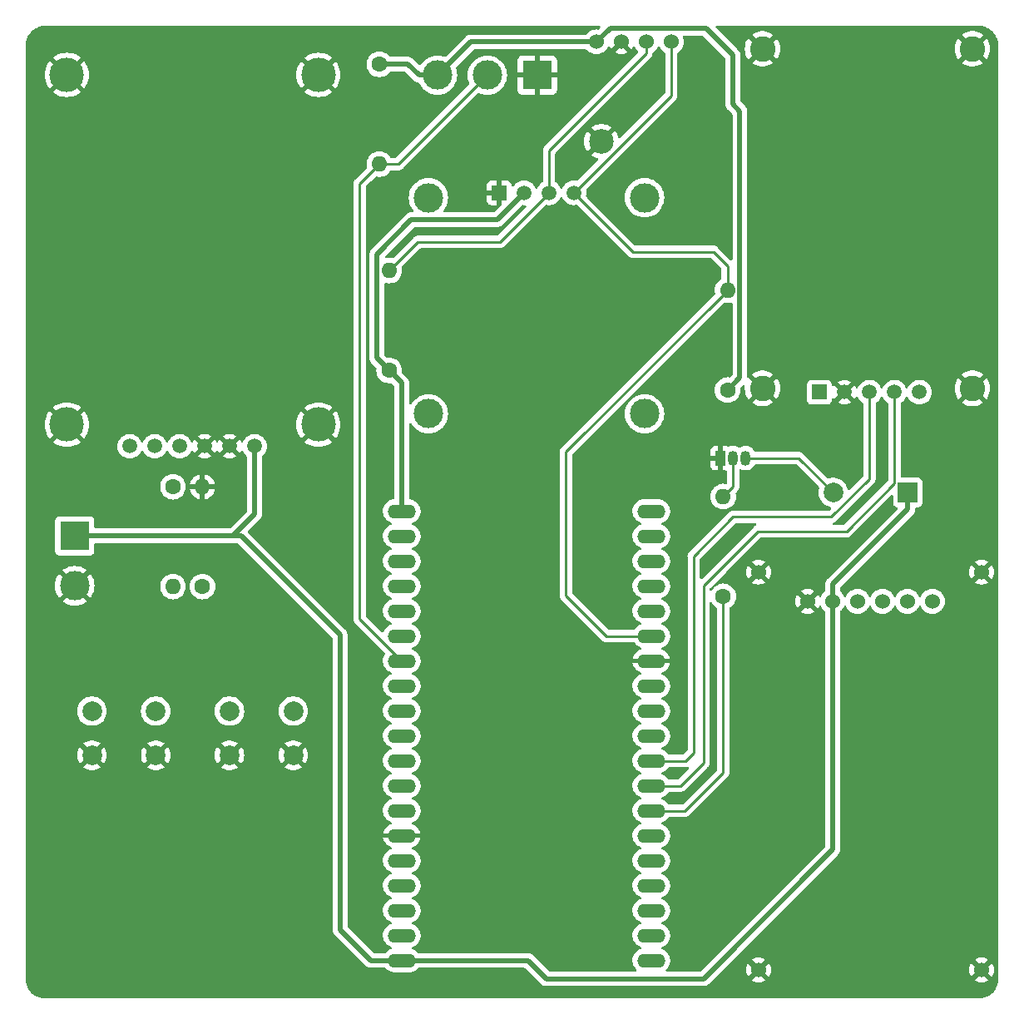
<source format=gbr>
%TF.GenerationSoftware,KiCad,Pcbnew,7.0.10*%
%TF.CreationDate,2024-04-15T10:50:26-06:00*%
%TF.ProjectId,ducuchu,64756375-6368-4752-9e6b-696361645f70,rev?*%
%TF.SameCoordinates,Original*%
%TF.FileFunction,Copper,L4,Bot*%
%TF.FilePolarity,Positive*%
%FSLAX46Y46*%
G04 Gerber Fmt 4.6, Leading zero omitted, Abs format (unit mm)*
G04 Created by KiCad (PCBNEW 7.0.10) date 2024-04-15 10:50:26*
%MOMM*%
%LPD*%
G01*
G04 APERTURE LIST*
%TA.AperFunction,ComponentPad*%
%ADD10C,2.000000*%
%TD*%
%TA.AperFunction,ComponentPad*%
%ADD11C,1.600000*%
%TD*%
%TA.AperFunction,ComponentPad*%
%ADD12O,1.600000X1.600000*%
%TD*%
%TA.AperFunction,ComponentPad*%
%ADD13R,1.508000X1.508000*%
%TD*%
%TA.AperFunction,ComponentPad*%
%ADD14C,2.600000*%
%TD*%
%TA.AperFunction,ComponentPad*%
%ADD15C,1.508000*%
%TD*%
%TA.AperFunction,ComponentPad*%
%ADD16C,3.500000*%
%TD*%
%TA.AperFunction,ComponentPad*%
%ADD17R,2.000000X2.000000*%
%TD*%
%TA.AperFunction,ComponentPad*%
%ADD18R,3.000000X3.000000*%
%TD*%
%TA.AperFunction,ComponentPad*%
%ADD19C,3.000000*%
%TD*%
%TA.AperFunction,ComponentPad*%
%ADD20R,1.050000X1.500000*%
%TD*%
%TA.AperFunction,ComponentPad*%
%ADD21O,1.050000X1.500000*%
%TD*%
%TA.AperFunction,ComponentPad*%
%ADD22C,1.524000*%
%TD*%
%TA.AperFunction,ComponentPad*%
%ADD23C,2.500000*%
%TD*%
%TA.AperFunction,ComponentPad*%
%ADD24O,2.844800X1.422400*%
%TD*%
%TA.AperFunction,Conductor*%
%ADD25C,0.500000*%
%TD*%
%TA.AperFunction,Conductor*%
%ADD26C,0.250000*%
%TD*%
G04 APERTURE END LIST*
D10*
%TO.P,SW1,1,1*%
%TO.N,/CANCEL_BUTTON*%
X97750000Y-130750000D03*
X104250000Y-130750000D03*
%TO.P,SW1,2,2*%
%TO.N,GND*%
X97750000Y-135250000D03*
X104250000Y-135250000D03*
%TD*%
D11*
%TO.P,R5,1*%
%TO.N,+3.3V*%
X162450000Y-98080000D03*
D12*
%TO.P,R5,2*%
%TO.N,/SDA*%
X162450000Y-87920000D03*
%TD*%
D11*
%TO.P,R4,1*%
%TO.N,+3.3V*%
X128000000Y-96080000D03*
D12*
%TO.P,R4,2*%
%TO.N,/SCL*%
X128000000Y-85920000D03*
%TD*%
D11*
%TO.P,R6,1*%
%TO.N,/buzzer*%
X162000000Y-119080000D03*
D12*
%TO.P,R6,2*%
%TO.N,Net-(Q1-B)*%
X162000000Y-108920000D03*
%TD*%
D13*
%TO.P,U7,5,VCC*%
%TO.N,+5V*%
X171800000Y-98300000D03*
D14*
%TO.P,U7,4,GND*%
%TO.N,GND*%
X166000000Y-63340000D03*
X166000000Y-97900000D03*
D15*
X174340000Y-98300000D03*
D14*
X187360000Y-63340000D03*
X187360000Y-97900000D03*
D15*
%TO.P,U7,3,RXD*%
%TO.N,/TX2*%
X176880000Y-98300000D03*
%TO.P,U7,2,TXD*%
%TO.N,/RX2*%
X179420000Y-98300000D03*
%TO.P,U7,1,PPS*%
%TO.N,unconnected-(U7-PPS-Pad1)*%
X181960000Y-98300000D03*
%TD*%
%TO.P,U5,1,To*%
%TO.N,unconnected-(U5-To-Pad1)*%
X101600000Y-103800000D03*
%TO.P,U5,2,Do*%
%TO.N,unconnected-(U5-Do-Pad2)*%
X104140000Y-103800000D03*
%TO.P,U5,3,Po*%
%TO.N,Net-(U5-Po)*%
X106680000Y-103800000D03*
%TO.P,U5,4,GND*%
%TO.N,GND*%
X109220000Y-103800000D03*
D16*
%TO.P,U5,5,GND*%
X95200000Y-66000000D03*
X95200000Y-101600000D03*
D15*
X111760000Y-103800000D03*
D16*
X120800000Y-66000000D03*
X120800000Y-101600000D03*
D15*
%TO.P,U5,6,VCC*%
%TO.N,+5V*%
X114300000Y-103800000D03*
%TD*%
D17*
%TO.P,BZ1,1,+*%
%TO.N,+5V*%
X180800000Y-108500000D03*
D10*
%TO.P,BZ1,2,-*%
%TO.N,Net-(BZ1--)*%
X173200000Y-108500000D03*
%TD*%
D18*
%TO.P,J1,1,Pin_1*%
%TO.N,+5V*%
X96000000Y-112920000D03*
D19*
%TO.P,J1,2,Pin_2*%
%TO.N,GND*%
X96000000Y-118000000D03*
%TD*%
D18*
%TO.P,U2,1,GND*%
%TO.N,GND*%
X143080000Y-66040000D03*
D19*
%TO.P,U2,2,DQ*%
%TO.N,/TEMP_H2O*%
X138000000Y-66040000D03*
%TO.P,U2,3,V_{DD}*%
%TO.N,+3.3V*%
X132920000Y-66040000D03*
%TD*%
D10*
%TO.P,SW2,1,1*%
%TO.N,/PROCEED_BUTTON*%
X111750000Y-130750000D03*
X118250000Y-130750000D03*
%TO.P,SW2,2,2*%
%TO.N,GND*%
X111750000Y-135250000D03*
X118250000Y-135250000D03*
%TD*%
D20*
%TO.P,Q1,1,E*%
%TO.N,GND*%
X161730000Y-105000000D03*
D21*
%TO.P,Q1,2,B*%
%TO.N,Net-(Q1-B)*%
X163000000Y-105000000D03*
%TO.P,Q1,3,C*%
%TO.N,Net-(BZ1--)*%
X164270000Y-105000000D03*
%TD*%
D11*
%TO.P,R1,1*%
%TO.N,+3.3V*%
X127000000Y-64920000D03*
D12*
%TO.P,R1,2*%
%TO.N,/TEMP_H2O*%
X127000000Y-75080000D03*
%TD*%
D11*
%TO.P,R2,1*%
%TO.N,Net-(U5-Po)*%
X106000000Y-107920000D03*
D12*
%TO.P,R2,2*%
%TO.N,/PH*%
X106000000Y-118080000D03*
%TD*%
D22*
%TO.P,U4,1,VCC_IN*%
%TO.N,+3.3V*%
X149100000Y-62651000D03*
D23*
%TO.P,U4,2,GND*%
%TO.N,GND*%
X149600000Y-72751000D03*
D22*
X151640000Y-62651000D03*
%TO.P,U4,3,SCL*%
%TO.N,/SCL*%
X154180000Y-62651000D03*
%TO.P,U4,4,SDA*%
%TO.N,/SDA*%
X156720000Y-62651000D03*
%TD*%
D19*
%TO.P,U3,S4*%
%TO.N,N/C*%
X132000000Y-100500000D03*
%TO.P,U3,S3*%
X154000000Y-100500000D03*
%TO.P,U3,S2*%
X154000000Y-78500000D03*
%TO.P,U3,S1*%
X132000000Y-78500000D03*
D15*
%TO.P,U3,4,SDA*%
%TO.N,/SDA*%
X146810000Y-78000000D03*
%TO.P,U3,3,SCL*%
%TO.N,/SCL*%
X144270000Y-78000000D03*
%TO.P,U3,2,VCC_IN*%
%TO.N,+3.3V*%
X141730000Y-78000000D03*
D13*
%TO.P,U3,1,GND*%
%TO.N,GND*%
X139190000Y-78000000D03*
%TD*%
D11*
%TO.P,R3,1*%
%TO.N,/PH*%
X109000000Y-118080000D03*
D12*
%TO.P,R3,2*%
%TO.N,GND*%
X109000000Y-107920000D03*
%TD*%
D24*
%TO.P,U1,3V3,3.3V*%
%TO.N,+3.3V*%
X129280000Y-110410000D03*
%TO.P,U1,EN,EN*%
%TO.N,unconnected-(U1-PadEN)*%
X129280000Y-112950000D03*
%TO.P,U1,GND@1,GND@1*%
%TO.N,GND*%
X129280000Y-143430000D03*
%TO.P,U1,GND@2,GND@2*%
%TO.N,unconnected-(U1-PadGND@2)*%
X154680000Y-110410000D03*
%TO.P,U1,GND@3,GND@3*%
%TO.N,GND*%
X154680000Y-125650000D03*
%TO.P,U1,GPIO0,GPIO0*%
%TO.N,unconnected-(U1-PadGPIO0)*%
X154680000Y-143430000D03*
%TO.P,U1,GPIO2,GPIO2*%
%TO.N,unconnected-(U1-PadGPIO2)*%
X154680000Y-145970000D03*
%TO.P,U1,GPIO4,GPIO4*%
%TO.N,/buzzer*%
X154680000Y-140890000D03*
%TO.P,U1,GPIO5,GPIO5*%
%TO.N,/CS*%
X154680000Y-133270000D03*
%TO.P,U1,GPIO6,GPIO6*%
%TO.N,unconnected-(U1-PadGPIO6)*%
X154680000Y-156130000D03*
%TO.P,U1,GPIO7,GPIO7*%
%TO.N,unconnected-(U1-PadGPIO7)*%
X154680000Y-153590000D03*
%TO.P,U1,GPIO8,GPIO8*%
%TO.N,unconnected-(U1-PadGPIO8)*%
X154680000Y-151050000D03*
%TO.P,U1,GPIO9,GPIO9*%
%TO.N,unconnected-(U1-PadGPIO9)*%
X129280000Y-148510000D03*
%TO.P,U1,GPIO10,GPIO10*%
%TO.N,unconnected-(U1-PadGPIO10)*%
X129280000Y-151050000D03*
%TO.P,U1,GPIO11,GPIO11*%
%TO.N,unconnected-(U1-PadGPIO11)*%
X129280000Y-153590000D03*
%TO.P,U1,GPIO12,GPIO12*%
%TO.N,unconnected-(U1-PadGPIO12)*%
X129280000Y-140890000D03*
%TO.P,U1,GPIO13,GPIO13*%
%TO.N,unconnected-(U1-PadGPIO13)*%
X129280000Y-145970000D03*
%TO.P,U1,GPIO14,GPIO14*%
%TO.N,unconnected-(U1-PadGPIO14)*%
X129280000Y-138350000D03*
%TO.P,U1,GPIO15,GPIO15*%
%TO.N,unconnected-(U1-PadGPIO15)*%
X154680000Y-148510000D03*
%TO.P,U1,GPIO16,GPIO16*%
%TO.N,/RX2*%
X154680000Y-138350000D03*
%TO.P,U1,GPIO17,GPIO17*%
%TO.N,/TX2*%
X154680000Y-135810000D03*
%TO.P,U1,GPIO18,GPIO18*%
%TO.N,/SCK*%
X154680000Y-130730000D03*
%TO.P,U1,GPIO19,GPIO19*%
%TO.N,/MISO*%
X154680000Y-128190000D03*
%TO.P,U1,GPIO21,GPIO21*%
%TO.N,/SDA*%
X154680000Y-123110000D03*
%TO.P,U1,GPIO22,GPIO22*%
%TO.N,/SCL*%
X154680000Y-115490000D03*
%TO.P,U1,GPIO23,GPIO23*%
%TO.N,/MOSI*%
X154680000Y-112950000D03*
%TO.P,U1,GPIO25,GPIO25*%
%TO.N,unconnected-(U1-PadGPIO25)*%
X129280000Y-130730000D03*
%TO.P,U1,GPIO26,GPIO26*%
%TO.N,/PROCEED_BUTTON*%
X129280000Y-133270000D03*
%TO.P,U1,GPIO27,GPIO27*%
%TO.N,unconnected-(U1-PadGPIO27)*%
X129280000Y-135810000D03*
%TO.P,U1,GPIO32,GPIO32*%
%TO.N,/TEMP_H2O*%
X129280000Y-125650000D03*
%TO.P,U1,GPIO33,GPIO33*%
%TO.N,/CANCEL_BUTTON*%
X129280000Y-128190000D03*
%TO.P,U1,GPIO34,GPIO34*%
%TO.N,/PH*%
X129280000Y-120570000D03*
%TO.P,U1,GPIO35,GPIO35*%
%TO.N,unconnected-(U1-PadGPIO35)*%
X129280000Y-123110000D03*
%TO.P,U1,GPIO36,GPIO36*%
%TO.N,unconnected-(U1-PadGPIO36)*%
X129280000Y-115490000D03*
%TO.P,U1,GPIO39,GPIO39*%
%TO.N,unconnected-(U1-PadGPIO39)*%
X129280000Y-118030000D03*
%TO.P,U1,RX0,RX0*%
%TO.N,unconnected-(U1-PadRX0)*%
X154680000Y-120570000D03*
%TO.P,U1,TX0,TX0*%
%TO.N,unconnected-(U1-PadTX0)*%
X154680000Y-118030000D03*
%TO.P,U1,VIN,VIN*%
%TO.N,+5V*%
X129280000Y-156130000D03*
%TD*%
D22*
%TO.P,U6,1,GND*%
%TO.N,GND*%
X188300000Y-157100000D03*
X188300000Y-116600000D03*
X170600000Y-119590000D03*
X165600000Y-157100000D03*
X165600000Y-116600000D03*
%TO.P,U6,2,VCC*%
%TO.N,+5V*%
X173140000Y-119590000D03*
%TO.P,U6,3,MISO*%
%TO.N,/MISO*%
X175680000Y-119590000D03*
%TO.P,U6,4,MOSI*%
%TO.N,/MOSI*%
X178220000Y-119590000D03*
%TO.P,U6,5,SCK*%
%TO.N,/SCK*%
X180760000Y-119590000D03*
%TO.P,U6,6,CS*%
%TO.N,/CS*%
X183300000Y-119590000D03*
%TD*%
D25*
%TO.N,+3.3V*%
X126750000Y-84250000D02*
X130257717Y-80742283D01*
X163700000Y-69700000D02*
X163000000Y-69000000D01*
X149100000Y-62651000D02*
X136309000Y-62651000D01*
X130257717Y-80742283D02*
X138987717Y-80742283D01*
X163000000Y-69000000D02*
X163000000Y-64000000D01*
X126750000Y-94830000D02*
X126750000Y-84250000D01*
X163700000Y-96830000D02*
X163700000Y-69700000D01*
X129280000Y-110410000D02*
X129280000Y-97360000D01*
X160250000Y-61250000D02*
X150501000Y-61250000D01*
X138987717Y-80742283D02*
X141730000Y-78000000D01*
X131040000Y-66040000D02*
X129920000Y-64920000D01*
X129920000Y-64920000D02*
X127000000Y-64920000D01*
X136309000Y-62651000D02*
X132920000Y-66040000D01*
X162450000Y-98080000D02*
X163700000Y-96830000D01*
X150501000Y-61250000D02*
X149100000Y-62651000D01*
X129280000Y-97360000D02*
X128000000Y-96080000D01*
X128000000Y-96080000D02*
X126750000Y-94830000D01*
X132920000Y-66040000D02*
X131040000Y-66040000D01*
X163000000Y-64000000D02*
X160250000Y-61250000D01*
D26*
%TO.N,/TEMP_H2O*%
X138000000Y-66040000D02*
X128960000Y-75080000D01*
X125000000Y-121370000D02*
X129280000Y-125650000D01*
X128960000Y-75080000D02*
X127000000Y-75080000D01*
X125000000Y-77080000D02*
X125000000Y-121370000D01*
X127000000Y-75080000D02*
X125000000Y-77080000D01*
%TO.N,/SCL*%
X154180000Y-63820000D02*
X154180000Y-62651000D01*
X139270000Y-83000000D02*
X144270000Y-78000000D01*
X144270000Y-78000000D02*
X144270000Y-73730000D01*
X128000000Y-85920000D02*
X130920000Y-83000000D01*
X130920000Y-83000000D02*
X139270000Y-83000000D01*
X144270000Y-73730000D02*
X154180000Y-63820000D01*
%TO.N,/SDA*%
X156720000Y-68090000D02*
X156720000Y-62651000D01*
X146810000Y-78000000D02*
X156720000Y-68090000D01*
X150110000Y-123110000D02*
X146000000Y-119000000D01*
X162450000Y-87920000D02*
X162450000Y-85450000D01*
X154680000Y-123110000D02*
X150110000Y-123110000D01*
X152810000Y-84000000D02*
X146810000Y-78000000D01*
X146000000Y-119000000D02*
X146000000Y-104370000D01*
X162450000Y-85450000D02*
X161000000Y-84000000D01*
X161000000Y-84000000D02*
X152810000Y-84000000D01*
X146000000Y-104370000D02*
X162450000Y-87920000D01*
%TO.N,/RX2*%
X174550000Y-112450000D02*
X165550000Y-112450000D01*
X179420000Y-98300000D02*
X179420000Y-107580000D01*
X160000000Y-118000000D02*
X160000000Y-136000000D01*
X165550000Y-112450000D02*
X160000000Y-118000000D01*
X157650000Y-138350000D02*
X154680000Y-138350000D01*
X179420000Y-107580000D02*
X174550000Y-112450000D01*
X160000000Y-136000000D02*
X157650000Y-138350000D01*
%TO.N,/TX2*%
X176880000Y-107120000D02*
X176880000Y-98300000D01*
X158190000Y-135810000D02*
X159000000Y-135000000D01*
X159000000Y-135000000D02*
X159000000Y-115000000D01*
X154680000Y-135810000D02*
X158190000Y-135810000D01*
X159000000Y-115000000D02*
X163000000Y-111000000D01*
X173000000Y-111000000D02*
X176880000Y-107120000D01*
X163000000Y-111000000D02*
X173000000Y-111000000D01*
D25*
%TO.N,+5V*%
X144000000Y-158000000D02*
X142130000Y-156130000D01*
X123000000Y-123000000D02*
X123000000Y-153000000D01*
X123000000Y-153000000D02*
X126130000Y-156130000D01*
X114300000Y-110700000D02*
X114300000Y-103800000D01*
X160000000Y-158000000D02*
X144000000Y-158000000D01*
X180800000Y-108500000D02*
X180800000Y-110200000D01*
X96000000Y-112920000D02*
X112080000Y-112920000D01*
X173140000Y-117860000D02*
X173140000Y-119590000D01*
X112080000Y-112920000D02*
X112920000Y-112920000D01*
X112920000Y-112920000D02*
X123000000Y-123000000D01*
X126130000Y-156130000D02*
X129280000Y-156130000D01*
X142130000Y-156130000D02*
X129280000Y-156130000D01*
X180800000Y-110200000D02*
X173140000Y-117860000D01*
X173140000Y-144860000D02*
X160000000Y-158000000D01*
X112080000Y-112920000D02*
X114300000Y-110700000D01*
X173140000Y-119590000D02*
X173140000Y-144860000D01*
D26*
%TO.N,Net-(Q1-B)*%
X163000000Y-105000000D02*
X163000000Y-107920000D01*
X163000000Y-107920000D02*
X162000000Y-108920000D01*
%TO.N,Net-(BZ1--)*%
X164270000Y-105000000D02*
X169700000Y-105000000D01*
X169700000Y-105000000D02*
X173200000Y-108500000D01*
%TO.N,/buzzer*%
X158110000Y-140890000D02*
X154680000Y-140890000D01*
X162000000Y-137000000D02*
X158110000Y-140890000D01*
X162000000Y-119080000D02*
X162000000Y-137000000D01*
%TD*%
%TA.AperFunction,Conductor*%
%TO.N,GND*%
G36*
X149456808Y-61020185D02*
G01*
X149502563Y-61072989D01*
X149512507Y-61142147D01*
X149483482Y-61205703D01*
X149477457Y-61212174D01*
X149398787Y-61290844D01*
X149330272Y-61359359D01*
X149268949Y-61392843D01*
X149231785Y-61395205D01*
X149100003Y-61383677D01*
X149099998Y-61383677D01*
X148879937Y-61402929D01*
X148879929Y-61402930D01*
X148666554Y-61460104D01*
X148666548Y-61460107D01*
X148466340Y-61553465D01*
X148466338Y-61553466D01*
X148285377Y-61680175D01*
X148129173Y-61836379D01*
X148121300Y-61847624D01*
X148066723Y-61891249D01*
X148019726Y-61900500D01*
X136372705Y-61900500D01*
X136354735Y-61899191D01*
X136330972Y-61895710D01*
X136283843Y-61899834D01*
X136281630Y-61900028D01*
X136270824Y-61900500D01*
X136265284Y-61900500D01*
X136234501Y-61904098D01*
X136230916Y-61904464D01*
X136156199Y-61911001D01*
X136149132Y-61912460D01*
X136149120Y-61912404D01*
X136141763Y-61914035D01*
X136141777Y-61914092D01*
X136134740Y-61915760D01*
X136064231Y-61941421D01*
X136060854Y-61942595D01*
X136021848Y-61955521D01*
X135989668Y-61966185D01*
X135983126Y-61969236D01*
X135983101Y-61969183D01*
X135976308Y-61972471D01*
X135976334Y-61972523D01*
X135969880Y-61975764D01*
X135907221Y-62016975D01*
X135904181Y-62018912D01*
X135840348Y-62058285D01*
X135834683Y-62062765D01*
X135834647Y-62062719D01*
X135828798Y-62067484D01*
X135828835Y-62067528D01*
X135823310Y-62072164D01*
X135771831Y-62126727D01*
X135769319Y-62129312D01*
X133758408Y-64140223D01*
X133697085Y-64173708D01*
X133627394Y-64168724D01*
X133576696Y-64149815D01*
X133485046Y-64115631D01*
X133485042Y-64115630D01*
X133485039Y-64115629D01*
X133205433Y-64054804D01*
X132920001Y-64034390D01*
X132919999Y-64034390D01*
X132634566Y-64054804D01*
X132354962Y-64115628D01*
X132086833Y-64215635D01*
X131835690Y-64352770D01*
X131835682Y-64352775D01*
X131606612Y-64524254D01*
X131606594Y-64524270D01*
X131404270Y-64726594D01*
X131404254Y-64726612D01*
X131232775Y-64955682D01*
X131231561Y-64957572D01*
X131230992Y-64958064D01*
X131230120Y-64959230D01*
X131229866Y-64959040D01*
X131178752Y-65003322D01*
X131109592Y-65013258D01*
X131046040Y-64984227D01*
X131039571Y-64978203D01*
X130495729Y-64434361D01*
X130483949Y-64420730D01*
X130469610Y-64401470D01*
X130431651Y-64369619D01*
X130423686Y-64362318D01*
X130419780Y-64358411D01*
X130395443Y-64339168D01*
X130392647Y-64336890D01*
X130335214Y-64288698D01*
X130329180Y-64284729D01*
X130329212Y-64284680D01*
X130322853Y-64280628D01*
X130322822Y-64280679D01*
X130316680Y-64276891D01*
X130316678Y-64276890D01*
X130316677Y-64276889D01*
X130248688Y-64245184D01*
X130245447Y-64243615D01*
X130214530Y-64228088D01*
X130178433Y-64209960D01*
X130178431Y-64209959D01*
X130178430Y-64209959D01*
X130171645Y-64207489D01*
X130171665Y-64207433D01*
X130164549Y-64204959D01*
X130164531Y-64205015D01*
X130157674Y-64202743D01*
X130084210Y-64187573D01*
X130080693Y-64186793D01*
X130007718Y-64169499D01*
X130000547Y-64168661D01*
X130000553Y-64168601D01*
X129993055Y-64167835D01*
X129993050Y-64167895D01*
X129985860Y-64167265D01*
X129910870Y-64169448D01*
X129907263Y-64169500D01*
X128126663Y-64169500D01*
X128059624Y-64149815D01*
X128025088Y-64116623D01*
X128000045Y-64080858D01*
X127839141Y-63919954D01*
X127652734Y-63789432D01*
X127652732Y-63789431D01*
X127446497Y-63693261D01*
X127446488Y-63693258D01*
X127226697Y-63634366D01*
X127226693Y-63634365D01*
X127226692Y-63634365D01*
X127226691Y-63634364D01*
X127226686Y-63634364D01*
X127000002Y-63614532D01*
X126999998Y-63614532D01*
X126773313Y-63634364D01*
X126773302Y-63634366D01*
X126553511Y-63693258D01*
X126553502Y-63693261D01*
X126347267Y-63789431D01*
X126347265Y-63789432D01*
X126160858Y-63919954D01*
X125999954Y-64080858D01*
X125869432Y-64267265D01*
X125869431Y-64267267D01*
X125773261Y-64473502D01*
X125773258Y-64473511D01*
X125714366Y-64693302D01*
X125714364Y-64693313D01*
X125694532Y-64919998D01*
X125694532Y-64920001D01*
X125714364Y-65146686D01*
X125714366Y-65146697D01*
X125773258Y-65366488D01*
X125773261Y-65366497D01*
X125869431Y-65572732D01*
X125869432Y-65572734D01*
X125999954Y-65759141D01*
X126160858Y-65920045D01*
X126160861Y-65920047D01*
X126347266Y-66050568D01*
X126553504Y-66146739D01*
X126773308Y-66205635D01*
X126935230Y-66219801D01*
X126999998Y-66225468D01*
X127000000Y-66225468D01*
X127000002Y-66225468D01*
X127056673Y-66220509D01*
X127226692Y-66205635D01*
X127446496Y-66146739D01*
X127652734Y-66050568D01*
X127839139Y-65920047D01*
X128000047Y-65759139D01*
X128025088Y-65723377D01*
X128079665Y-65679752D01*
X128126663Y-65670500D01*
X129557770Y-65670500D01*
X129624809Y-65690185D01*
X129645451Y-65706819D01*
X130464269Y-66525637D01*
X130476049Y-66539268D01*
X130490389Y-66558530D01*
X130490392Y-66558532D01*
X130528336Y-66590371D01*
X130536312Y-66597680D01*
X130540218Y-66601586D01*
X130564544Y-66620821D01*
X130567340Y-66623099D01*
X130595062Y-66646360D01*
X130624786Y-66671302D01*
X130624794Y-66671306D01*
X130630824Y-66675273D01*
X130630790Y-66675323D01*
X130637137Y-66679366D01*
X130637169Y-66679316D01*
X130643321Y-66683110D01*
X130711294Y-66714806D01*
X130714510Y-66716362D01*
X130781567Y-66750040D01*
X130781576Y-66750042D01*
X130788355Y-66752510D01*
X130788334Y-66752567D01*
X130795451Y-66755040D01*
X130795470Y-66754984D01*
X130802324Y-66757255D01*
X130802325Y-66757255D01*
X130802327Y-66757256D01*
X130875848Y-66772436D01*
X130879209Y-66773181D01*
X130952279Y-66790500D01*
X130952285Y-66790500D01*
X130959452Y-66791338D01*
X130959445Y-66791397D01*
X130966946Y-66792163D01*
X130966952Y-66792104D01*
X130974140Y-66792733D01*
X130974143Y-66792732D01*
X130974144Y-66792733D01*
X130975894Y-66792682D01*
X130977063Y-66792988D01*
X130981340Y-66793363D01*
X130981276Y-66794093D01*
X131043478Y-66810409D01*
X131090749Y-66861860D01*
X131095502Y-66872874D01*
X131095635Y-66873166D01*
X131232770Y-67124309D01*
X131232775Y-67124317D01*
X131404254Y-67353387D01*
X131404270Y-67353405D01*
X131606594Y-67555729D01*
X131606612Y-67555745D01*
X131835682Y-67727224D01*
X131835690Y-67727229D01*
X132086833Y-67864364D01*
X132086832Y-67864364D01*
X132086836Y-67864365D01*
X132086839Y-67864367D01*
X132354954Y-67964369D01*
X132354960Y-67964370D01*
X132354962Y-67964371D01*
X132634566Y-68025195D01*
X132634568Y-68025195D01*
X132634572Y-68025196D01*
X132888220Y-68043337D01*
X132919999Y-68045610D01*
X132920000Y-68045610D01*
X132920001Y-68045610D01*
X132948595Y-68043564D01*
X133205428Y-68025196D01*
X133485046Y-67964369D01*
X133753161Y-67864367D01*
X134004315Y-67727226D01*
X134233395Y-67555739D01*
X134435739Y-67353395D01*
X134607226Y-67124315D01*
X134744367Y-66873161D01*
X134844369Y-66605046D01*
X134847561Y-66590371D01*
X134905195Y-66325433D01*
X134905195Y-66325432D01*
X134905196Y-66325428D01*
X134925610Y-66040000D01*
X134905196Y-65754572D01*
X134884060Y-65657413D01*
X134853060Y-65514906D01*
X134844369Y-65474954D01*
X134791274Y-65332603D01*
X134786291Y-65262913D01*
X134819774Y-65201592D01*
X136583549Y-63437819D01*
X136644872Y-63404334D01*
X136671230Y-63401500D01*
X148019726Y-63401500D01*
X148086765Y-63421185D01*
X148121300Y-63454376D01*
X148129171Y-63465617D01*
X148129173Y-63465619D01*
X148129174Y-63465620D01*
X148285380Y-63621826D01*
X148285383Y-63621828D01*
X148285384Y-63621829D01*
X148466333Y-63748531D01*
X148466335Y-63748532D01*
X148466338Y-63748534D01*
X148666550Y-63841894D01*
X148879932Y-63899070D01*
X149037123Y-63912822D01*
X149099998Y-63918323D01*
X149100000Y-63918323D01*
X149100002Y-63918323D01*
X149155017Y-63913509D01*
X149320068Y-63899070D01*
X149533450Y-63841894D01*
X149733662Y-63748534D01*
X149914620Y-63621826D01*
X150070826Y-63465620D01*
X150197534Y-63284662D01*
X150257894Y-63155218D01*
X150304066Y-63102779D01*
X150371259Y-63083627D01*
X150438141Y-63103843D01*
X150482658Y-63155219D01*
X150542898Y-63284405D01*
X150542901Y-63284411D01*
X150588258Y-63349187D01*
X150588258Y-63349188D01*
X151255096Y-62682350D01*
X151255051Y-62682898D01*
X151286266Y-62806162D01*
X151355813Y-62912612D01*
X151456157Y-62990713D01*
X151576422Y-63032000D01*
X151612553Y-63032000D01*
X150941810Y-63702740D01*
X151006590Y-63748099D01*
X151006592Y-63748100D01*
X151206715Y-63841419D01*
X151206729Y-63841424D01*
X151420013Y-63898573D01*
X151420023Y-63898575D01*
X151639999Y-63917821D01*
X151640001Y-63917821D01*
X151859976Y-63898575D01*
X151859986Y-63898573D01*
X152073270Y-63841424D01*
X152073284Y-63841419D01*
X152273407Y-63748100D01*
X152273417Y-63748094D01*
X152338188Y-63702741D01*
X151667448Y-63032000D01*
X151671569Y-63032000D01*
X151765421Y-63016339D01*
X151877251Y-62955820D01*
X151963371Y-62862269D01*
X152014448Y-62745823D01*
X152020105Y-62677552D01*
X152691741Y-63349188D01*
X152737094Y-63284417D01*
X152737095Y-63284416D01*
X152797340Y-63155219D01*
X152843512Y-63102780D01*
X152910706Y-63083627D01*
X152977587Y-63103842D01*
X153022105Y-63155218D01*
X153082466Y-63284662D01*
X153082468Y-63284666D01*
X153207233Y-63462848D01*
X153209174Y-63465620D01*
X153338766Y-63595212D01*
X153341800Y-63598246D01*
X153375284Y-63659569D01*
X153370300Y-63729261D01*
X153341799Y-63773608D01*
X143886208Y-73229199D01*
X143873951Y-73239020D01*
X143874134Y-73239241D01*
X143868122Y-73244214D01*
X143822098Y-73293223D01*
X143819391Y-73296016D01*
X143799889Y-73315517D01*
X143799875Y-73315534D01*
X143797407Y-73318715D01*
X143789843Y-73327570D01*
X143759937Y-73359418D01*
X143759936Y-73359420D01*
X143750284Y-73376976D01*
X143739610Y-73393226D01*
X143727329Y-73409061D01*
X143727324Y-73409068D01*
X143709975Y-73449158D01*
X143704838Y-73459644D01*
X143683803Y-73497906D01*
X143678822Y-73517307D01*
X143672521Y-73535710D01*
X143664562Y-73554102D01*
X143664561Y-73554105D01*
X143657728Y-73597243D01*
X143655360Y-73608674D01*
X143644501Y-73650971D01*
X143644500Y-73650982D01*
X143644500Y-73671016D01*
X143642973Y-73690415D01*
X143639840Y-73710194D01*
X143639840Y-73710195D01*
X143643950Y-73753674D01*
X143644500Y-73765343D01*
X143644500Y-76841967D01*
X143624815Y-76909006D01*
X143591624Y-76943542D01*
X143460543Y-77035326D01*
X143460541Y-77035327D01*
X143305327Y-77190541D01*
X143305322Y-77190547D01*
X143179423Y-77370349D01*
X143179419Y-77370357D01*
X143112382Y-77514120D01*
X143066210Y-77566560D01*
X142999017Y-77585712D01*
X142932135Y-77565496D01*
X142887618Y-77514120D01*
X142841717Y-77415685D01*
X142820579Y-77370354D01*
X142820577Y-77370351D01*
X142820576Y-77370349D01*
X142694677Y-77190547D01*
X142694672Y-77190541D01*
X142539458Y-77035327D01*
X142539452Y-77035322D01*
X142359650Y-76909423D01*
X142359642Y-76909419D01*
X142160708Y-76816655D01*
X142160706Y-76816654D01*
X142160703Y-76816653D01*
X141987487Y-76770239D01*
X141948675Y-76759839D01*
X141948668Y-76759838D01*
X141730002Y-76740708D01*
X141729998Y-76740708D01*
X141511331Y-76759838D01*
X141511324Y-76759839D01*
X141403363Y-76788768D01*
X141299297Y-76816653D01*
X141299295Y-76816653D01*
X141299291Y-76816655D01*
X141100357Y-76909419D01*
X141100349Y-76909423D01*
X140920547Y-77035322D01*
X140920541Y-77035327D01*
X140765327Y-77190541D01*
X140765322Y-77190548D01*
X140669575Y-77327289D01*
X140614998Y-77370914D01*
X140545500Y-77378107D01*
X140483145Y-77346585D01*
X140447731Y-77286355D01*
X140444000Y-77256166D01*
X140444000Y-77198172D01*
X140443999Y-77198155D01*
X140437598Y-77138627D01*
X140437596Y-77138620D01*
X140387354Y-77003913D01*
X140387350Y-77003906D01*
X140301190Y-76888812D01*
X140301187Y-76888809D01*
X140186093Y-76802649D01*
X140186086Y-76802645D01*
X140051379Y-76752403D01*
X140051372Y-76752401D01*
X139991844Y-76746000D01*
X139440000Y-76746000D01*
X139440000Y-77564498D01*
X139332315Y-77515320D01*
X139225763Y-77500000D01*
X139154237Y-77500000D01*
X139047685Y-77515320D01*
X138940000Y-77564498D01*
X138940000Y-76746000D01*
X138388155Y-76746000D01*
X138328627Y-76752401D01*
X138328620Y-76752403D01*
X138193913Y-76802645D01*
X138193906Y-76802649D01*
X138078812Y-76888809D01*
X138078809Y-76888812D01*
X137992649Y-77003906D01*
X137992645Y-77003913D01*
X137942403Y-77138620D01*
X137942401Y-77138627D01*
X137936000Y-77198155D01*
X137936000Y-77750000D01*
X138756314Y-77750000D01*
X138730507Y-77790156D01*
X138690000Y-77928111D01*
X138690000Y-78071889D01*
X138730507Y-78209844D01*
X138756314Y-78250000D01*
X137936000Y-78250000D01*
X137936000Y-78801844D01*
X137942401Y-78861372D01*
X137942403Y-78861379D01*
X137992645Y-78996086D01*
X137992649Y-78996093D01*
X138078809Y-79111187D01*
X138078812Y-79111190D01*
X138193906Y-79197350D01*
X138193913Y-79197354D01*
X138328620Y-79247596D01*
X138328627Y-79247598D01*
X138388155Y-79253999D01*
X138388172Y-79254000D01*
X138940000Y-79254000D01*
X138940000Y-78435501D01*
X139047685Y-78484680D01*
X139154237Y-78500000D01*
X139225763Y-78500000D01*
X139332315Y-78484680D01*
X139440000Y-78435501D01*
X139440000Y-79177270D01*
X139420315Y-79244309D01*
X139403681Y-79264951D01*
X138713168Y-79955464D01*
X138651845Y-79988949D01*
X138625487Y-79991783D01*
X133629920Y-79991783D01*
X133562881Y-79972098D01*
X133517126Y-79919294D01*
X133507182Y-79850136D01*
X133530653Y-79793473D01*
X133615169Y-79680571D01*
X133687226Y-79584315D01*
X133824367Y-79333161D01*
X133924369Y-79065046D01*
X133968674Y-78861379D01*
X133985195Y-78785433D01*
X133985195Y-78785432D01*
X133985196Y-78785428D01*
X134005610Y-78500000D01*
X133985196Y-78214572D01*
X133984167Y-78209844D01*
X133924371Y-77934962D01*
X133924370Y-77934960D01*
X133924369Y-77934954D01*
X133824367Y-77666839D01*
X133800284Y-77622735D01*
X133687229Y-77415690D01*
X133687224Y-77415682D01*
X133515745Y-77186612D01*
X133515729Y-77186594D01*
X133313405Y-76984270D01*
X133313387Y-76984254D01*
X133084317Y-76812775D01*
X133084309Y-76812770D01*
X132833166Y-76675635D01*
X132833167Y-76675635D01*
X132725915Y-76635632D01*
X132565046Y-76575631D01*
X132565043Y-76575630D01*
X132565037Y-76575628D01*
X132285433Y-76514804D01*
X132000001Y-76494390D01*
X131999999Y-76494390D01*
X131714566Y-76514804D01*
X131434962Y-76575628D01*
X131166833Y-76675635D01*
X130915690Y-76812770D01*
X130915682Y-76812775D01*
X130686612Y-76984254D01*
X130686594Y-76984270D01*
X130484270Y-77186594D01*
X130484254Y-77186612D01*
X130312775Y-77415682D01*
X130312770Y-77415690D01*
X130175635Y-77666833D01*
X130075628Y-77934962D01*
X130014804Y-78214566D01*
X129994390Y-78499998D01*
X129994390Y-78500001D01*
X130014804Y-78785433D01*
X130075628Y-79065037D01*
X130075630Y-79065043D01*
X130075631Y-79065046D01*
X130149037Y-79261854D01*
X130175635Y-79333166D01*
X130312770Y-79584309D01*
X130312775Y-79584317D01*
X130469347Y-79793473D01*
X130493764Y-79858937D01*
X130478912Y-79927210D01*
X130429507Y-79976615D01*
X130370080Y-79991783D01*
X130321422Y-79991783D01*
X130303452Y-79990474D01*
X130279689Y-79986993D01*
X130232560Y-79991117D01*
X130230347Y-79991311D01*
X130219541Y-79991783D01*
X130214001Y-79991783D01*
X130183218Y-79995381D01*
X130179633Y-79995747D01*
X130104916Y-80002284D01*
X130097849Y-80003743D01*
X130097837Y-80003687D01*
X130090480Y-80005318D01*
X130090494Y-80005375D01*
X130083457Y-80007043D01*
X130012948Y-80032704D01*
X130009571Y-80033878D01*
X129970565Y-80046804D01*
X129938385Y-80057468D01*
X129931843Y-80060519D01*
X129931818Y-80060466D01*
X129925025Y-80063754D01*
X129925051Y-80063806D01*
X129918597Y-80067047D01*
X129855938Y-80108258D01*
X129852898Y-80110195D01*
X129789065Y-80149568D01*
X129783400Y-80154048D01*
X129783364Y-80154002D01*
X129777515Y-80158767D01*
X129777552Y-80158811D01*
X129772027Y-80163447D01*
X129720549Y-80218009D01*
X129718037Y-80220594D01*
X126264358Y-83674272D01*
X126250729Y-83686051D01*
X126231469Y-83700390D01*
X126199632Y-83738331D01*
X126192346Y-83746284D01*
X126188407Y-83750224D01*
X126169176Y-83774545D01*
X126166902Y-83777337D01*
X126118694Y-83834790D01*
X126114729Y-83840819D01*
X126114682Y-83840788D01*
X126110630Y-83847147D01*
X126110679Y-83847177D01*
X126106889Y-83853321D01*
X126075192Y-83921294D01*
X126073623Y-83924536D01*
X126039957Y-83991572D01*
X126037488Y-83998357D01*
X126037432Y-83998336D01*
X126034960Y-84005450D01*
X126035015Y-84005469D01*
X126032743Y-84012325D01*
X126017573Y-84085788D01*
X126016793Y-84089304D01*
X125999499Y-84162279D01*
X125998661Y-84169454D01*
X125998601Y-84169447D01*
X125997835Y-84176945D01*
X125997895Y-84176951D01*
X125997265Y-84184140D01*
X125999448Y-84259128D01*
X125999500Y-84262735D01*
X125999500Y-94766294D01*
X125998191Y-94784263D01*
X125994710Y-94808025D01*
X125999028Y-94857368D01*
X125999500Y-94868176D01*
X125999500Y-94873711D01*
X126003098Y-94904495D01*
X126003464Y-94908083D01*
X126010000Y-94982791D01*
X126011461Y-94989867D01*
X126011403Y-94989878D01*
X126013034Y-94997237D01*
X126013092Y-94997224D01*
X126014757Y-95004249D01*
X126040400Y-95074705D01*
X126041582Y-95078107D01*
X126065182Y-95149326D01*
X126068236Y-95155874D01*
X126068182Y-95155898D01*
X126071470Y-95162688D01*
X126071521Y-95162663D01*
X126074761Y-95169114D01*
X126115979Y-95231784D01*
X126117889Y-95234782D01*
X126148972Y-95285174D01*
X126157289Y-95298658D01*
X126161766Y-95304319D01*
X126161719Y-95304356D01*
X126166482Y-95310202D01*
X126166528Y-95310164D01*
X126171173Y-95315699D01*
X126225707Y-95367149D01*
X126228295Y-95369663D01*
X126673282Y-95814650D01*
X126706767Y-95875973D01*
X126709129Y-95913137D01*
X126694532Y-96079996D01*
X126694532Y-96080001D01*
X126714364Y-96306686D01*
X126714366Y-96306697D01*
X126773258Y-96526488D01*
X126773261Y-96526497D01*
X126869431Y-96732732D01*
X126869432Y-96732734D01*
X126999954Y-96919141D01*
X127160858Y-97080045D01*
X127189744Y-97100271D01*
X127347266Y-97210568D01*
X127553504Y-97306739D01*
X127773308Y-97365635D01*
X127933043Y-97379610D01*
X127999998Y-97385468D01*
X128000000Y-97385468D01*
X128000001Y-97385468D01*
X128020062Y-97383712D01*
X128166861Y-97370869D01*
X128235359Y-97384635D01*
X128265348Y-97406716D01*
X128493181Y-97634548D01*
X128526666Y-97695871D01*
X128529500Y-97722229D01*
X128529500Y-109083597D01*
X128509815Y-109150636D01*
X128457011Y-109196391D01*
X128416616Y-109207098D01*
X128351569Y-109212952D01*
X128351563Y-109212953D01*
X128141327Y-109270975D01*
X128141314Y-109270980D01*
X127944814Y-109365609D01*
X127944806Y-109365613D01*
X127768358Y-109493810D01*
X127768350Y-109493816D01*
X127617628Y-109651459D01*
X127497470Y-109833489D01*
X127478092Y-109878827D01*
X127426088Y-110000500D01*
X127411747Y-110034052D01*
X127411744Y-110034061D01*
X127363214Y-110246686D01*
X127363212Y-110246697D01*
X127354186Y-110447688D01*
X127353427Y-110464582D01*
X127382705Y-110680719D01*
X127382706Y-110680722D01*
X127450104Y-110888154D01*
X127553458Y-111080217D01*
X127553460Y-111080220D01*
X127689448Y-111250745D01*
X127853695Y-111394242D01*
X127853702Y-111394248D01*
X128040938Y-111506117D01*
X128194265Y-111563661D01*
X128250113Y-111605646D01*
X128274397Y-111671160D01*
X128259406Y-111739403D01*
X128209900Y-111788707D01*
X128183686Y-111799285D01*
X128141323Y-111810977D01*
X128141314Y-111810980D01*
X127944814Y-111905609D01*
X127944806Y-111905613D01*
X127768358Y-112033810D01*
X127768350Y-112033816D01*
X127617628Y-112191459D01*
X127497470Y-112373489D01*
X127411747Y-112574052D01*
X127411744Y-112574061D01*
X127363214Y-112786686D01*
X127363212Y-112786697D01*
X127354962Y-112970399D01*
X127353427Y-113004582D01*
X127382705Y-113220719D01*
X127382706Y-113220722D01*
X127450104Y-113428154D01*
X127553458Y-113620217D01*
X127553460Y-113620220D01*
X127689448Y-113790745D01*
X127853695Y-113934242D01*
X127853702Y-113934248D01*
X128040938Y-114046117D01*
X128194265Y-114103661D01*
X128250113Y-114145646D01*
X128274397Y-114211160D01*
X128259406Y-114279403D01*
X128209900Y-114328707D01*
X128183686Y-114339285D01*
X128141323Y-114350977D01*
X128141314Y-114350980D01*
X127944814Y-114445609D01*
X127944806Y-114445613D01*
X127768358Y-114573810D01*
X127768350Y-114573816D01*
X127617628Y-114731459D01*
X127497470Y-114913489D01*
X127411747Y-115114052D01*
X127411744Y-115114061D01*
X127363214Y-115326686D01*
X127363212Y-115326697D01*
X127355299Y-115502898D01*
X127353427Y-115544582D01*
X127382705Y-115760719D01*
X127382706Y-115760722D01*
X127450104Y-115968154D01*
X127553458Y-116160217D01*
X127553460Y-116160220D01*
X127689448Y-116330745D01*
X127791476Y-116419883D01*
X127853702Y-116474248D01*
X128040938Y-116586117D01*
X128194265Y-116643661D01*
X128250113Y-116685646D01*
X128274397Y-116751160D01*
X128259406Y-116819403D01*
X128209900Y-116868707D01*
X128183686Y-116879285D01*
X128141323Y-116890977D01*
X128141314Y-116890980D01*
X127944814Y-116985609D01*
X127944806Y-116985613D01*
X127768358Y-117113810D01*
X127768350Y-117113816D01*
X127617628Y-117271459D01*
X127497470Y-117453489D01*
X127495907Y-117457147D01*
X127412735Y-117651741D01*
X127411747Y-117654052D01*
X127411744Y-117654061D01*
X127363214Y-117866686D01*
X127363212Y-117866697D01*
X127353635Y-118079953D01*
X127353427Y-118084582D01*
X127382705Y-118300719D01*
X127382706Y-118300722D01*
X127450104Y-118508154D01*
X127553458Y-118700217D01*
X127553460Y-118700220D01*
X127689448Y-118870745D01*
X127846404Y-119007872D01*
X127853702Y-119014248D01*
X128040938Y-119126117D01*
X128194265Y-119183661D01*
X128250113Y-119225646D01*
X128274397Y-119291160D01*
X128259406Y-119359403D01*
X128209900Y-119408707D01*
X128183686Y-119419285D01*
X128141323Y-119430977D01*
X128141314Y-119430980D01*
X127944814Y-119525609D01*
X127944806Y-119525613D01*
X127768358Y-119653810D01*
X127768350Y-119653816D01*
X127617628Y-119811459D01*
X127497470Y-119993489D01*
X127411747Y-120194052D01*
X127411744Y-120194061D01*
X127363214Y-120406686D01*
X127363212Y-120406697D01*
X127356290Y-120560826D01*
X127353427Y-120624582D01*
X127382705Y-120840719D01*
X127382706Y-120840722D01*
X127450104Y-121048154D01*
X127553458Y-121240217D01*
X127553460Y-121240220D01*
X127689448Y-121410745D01*
X127799528Y-121506918D01*
X127853702Y-121554248D01*
X128040938Y-121666117D01*
X128194265Y-121723661D01*
X128250113Y-121765646D01*
X128274397Y-121831160D01*
X128259406Y-121899403D01*
X128209900Y-121948707D01*
X128183686Y-121959285D01*
X128141323Y-121970977D01*
X128141314Y-121970980D01*
X127944814Y-122065609D01*
X127944806Y-122065613D01*
X127768358Y-122193810D01*
X127768350Y-122193816D01*
X127617628Y-122351459D01*
X127497469Y-122533492D01*
X127497466Y-122533496D01*
X127434965Y-122679726D01*
X127390517Y-122733634D01*
X127323979Y-122754954D01*
X127256478Y-122736916D01*
X127233263Y-122718672D01*
X125661819Y-121147228D01*
X125628334Y-121085905D01*
X125625500Y-121059547D01*
X125625500Y-77390452D01*
X125645185Y-77323413D01*
X125661819Y-77302771D01*
X126122623Y-76841967D01*
X126585179Y-76379410D01*
X126646500Y-76345927D01*
X126704947Y-76347317D01*
X126773308Y-76365635D01*
X126930780Y-76379412D01*
X126999998Y-76385468D01*
X127000000Y-76385468D01*
X127000002Y-76385468D01*
X127069220Y-76379412D01*
X127226692Y-76365635D01*
X127446496Y-76306739D01*
X127652734Y-76210568D01*
X127839139Y-76080047D01*
X128000047Y-75919139D01*
X128112613Y-75758377D01*
X128167189Y-75714752D01*
X128214188Y-75705500D01*
X128877257Y-75705500D01*
X128892877Y-75707224D01*
X128892904Y-75706939D01*
X128900660Y-75707671D01*
X128900667Y-75707673D01*
X128967873Y-75705561D01*
X128971768Y-75705500D01*
X128999346Y-75705500D01*
X128999350Y-75705500D01*
X129003324Y-75704997D01*
X129014963Y-75704080D01*
X129058627Y-75702709D01*
X129077869Y-75697117D01*
X129096912Y-75693174D01*
X129116792Y-75690664D01*
X129157401Y-75674585D01*
X129168444Y-75670803D01*
X129210390Y-75658618D01*
X129227629Y-75648422D01*
X129245103Y-75639862D01*
X129263727Y-75632488D01*
X129263727Y-75632487D01*
X129263732Y-75632486D01*
X129299083Y-75606800D01*
X129308814Y-75600408D01*
X129346420Y-75578170D01*
X129360589Y-75563999D01*
X129375379Y-75551368D01*
X129391587Y-75539594D01*
X129419438Y-75505926D01*
X129427279Y-75497309D01*
X137032837Y-67891751D01*
X137094158Y-67858268D01*
X137163849Y-67863252D01*
X137174507Y-67867227D01*
X137434954Y-67964369D01*
X137522227Y-67983354D01*
X137714566Y-68025195D01*
X137714568Y-68025195D01*
X137714572Y-68025196D01*
X137968220Y-68043337D01*
X137999999Y-68045610D01*
X138000000Y-68045610D01*
X138000001Y-68045610D01*
X138028595Y-68043564D01*
X138285428Y-68025196D01*
X138565046Y-67964369D01*
X138833161Y-67864367D01*
X139084315Y-67727226D01*
X139270508Y-67587844D01*
X141080000Y-67587844D01*
X141086401Y-67647372D01*
X141086403Y-67647379D01*
X141136645Y-67782086D01*
X141136649Y-67782093D01*
X141222809Y-67897187D01*
X141222812Y-67897190D01*
X141337906Y-67983350D01*
X141337913Y-67983354D01*
X141472620Y-68033596D01*
X141472627Y-68033598D01*
X141532155Y-68039999D01*
X141532172Y-68040000D01*
X142830000Y-68040000D01*
X142830000Y-66761802D01*
X142991169Y-66800000D01*
X143124267Y-66800000D01*
X143256461Y-66784549D01*
X143330000Y-66757782D01*
X143330000Y-68040000D01*
X144627828Y-68040000D01*
X144627844Y-68039999D01*
X144687372Y-68033598D01*
X144687379Y-68033596D01*
X144822086Y-67983354D01*
X144822093Y-67983350D01*
X144937187Y-67897190D01*
X144937190Y-67897187D01*
X145023350Y-67782093D01*
X145023354Y-67782086D01*
X145073596Y-67647379D01*
X145073598Y-67647372D01*
X145079999Y-67587844D01*
X145080000Y-67587827D01*
X145080000Y-66290000D01*
X143798483Y-66290000D01*
X143833549Y-66172871D01*
X143843879Y-65995509D01*
X143813029Y-65820546D01*
X143799853Y-65790000D01*
X145080000Y-65790000D01*
X145080000Y-64492172D01*
X145079999Y-64492155D01*
X145073598Y-64432627D01*
X145073596Y-64432620D01*
X145023354Y-64297913D01*
X145023350Y-64297906D01*
X144937190Y-64182812D01*
X144937187Y-64182809D01*
X144822093Y-64096649D01*
X144822086Y-64096645D01*
X144687379Y-64046403D01*
X144687372Y-64046401D01*
X144627844Y-64040000D01*
X143330000Y-64040000D01*
X143330000Y-65318197D01*
X143168831Y-65280000D01*
X143035733Y-65280000D01*
X142903539Y-65295451D01*
X142830000Y-65322217D01*
X142830000Y-64040000D01*
X141532155Y-64040000D01*
X141472627Y-64046401D01*
X141472620Y-64046403D01*
X141337913Y-64096645D01*
X141337906Y-64096649D01*
X141222812Y-64182809D01*
X141222809Y-64182812D01*
X141136649Y-64297906D01*
X141136645Y-64297913D01*
X141086403Y-64432620D01*
X141086401Y-64432627D01*
X141080000Y-64492155D01*
X141080000Y-65790000D01*
X142361517Y-65790000D01*
X142326451Y-65907129D01*
X142316121Y-66084491D01*
X142346971Y-66259454D01*
X142360147Y-66290000D01*
X141080000Y-66290000D01*
X141080000Y-67587844D01*
X139270508Y-67587844D01*
X139313395Y-67555739D01*
X139515739Y-67353395D01*
X139687226Y-67124315D01*
X139824367Y-66873161D01*
X139924369Y-66605046D01*
X139927561Y-66590371D01*
X139985195Y-66325433D01*
X139985195Y-66325432D01*
X139985196Y-66325428D01*
X140005610Y-66040000D01*
X139985196Y-65754572D01*
X139981358Y-65736930D01*
X139924371Y-65474962D01*
X139924370Y-65474960D01*
X139924369Y-65474954D01*
X139824367Y-65206839D01*
X139787869Y-65139999D01*
X139687229Y-64955690D01*
X139687224Y-64955682D01*
X139515745Y-64726612D01*
X139515729Y-64726594D01*
X139313405Y-64524270D01*
X139313387Y-64524254D01*
X139084317Y-64352775D01*
X139084309Y-64352770D01*
X138833166Y-64215635D01*
X138833167Y-64215635D01*
X138709471Y-64169499D01*
X138565046Y-64115631D01*
X138565043Y-64115630D01*
X138565037Y-64115628D01*
X138285433Y-64054804D01*
X138000001Y-64034390D01*
X137999999Y-64034390D01*
X137714566Y-64054804D01*
X137434962Y-64115628D01*
X137166833Y-64215635D01*
X136915690Y-64352770D01*
X136915682Y-64352775D01*
X136686612Y-64524254D01*
X136686594Y-64524270D01*
X136484270Y-64726594D01*
X136484254Y-64726612D01*
X136312775Y-64955682D01*
X136312770Y-64955690D01*
X136175635Y-65206833D01*
X136075628Y-65474962D01*
X136014804Y-65754566D01*
X135994390Y-66039998D01*
X135994390Y-66040001D01*
X136014804Y-66325433D01*
X136075629Y-66605037D01*
X136075631Y-66605046D01*
X136138194Y-66772784D01*
X136176747Y-66876148D01*
X136181731Y-66945839D01*
X136148246Y-67007162D01*
X128737228Y-74418181D01*
X128675905Y-74451666D01*
X128649547Y-74454500D01*
X128214188Y-74454500D01*
X128147149Y-74434815D01*
X128112613Y-74401623D01*
X128000045Y-74240858D01*
X127839141Y-74079954D01*
X127652734Y-73949432D01*
X127652732Y-73949431D01*
X127446497Y-73853261D01*
X127446488Y-73853258D01*
X127226697Y-73794366D01*
X127226693Y-73794365D01*
X127226692Y-73794365D01*
X127226691Y-73794364D01*
X127226686Y-73794364D01*
X127000002Y-73774532D01*
X126999998Y-73774532D01*
X126773313Y-73794364D01*
X126773302Y-73794366D01*
X126553511Y-73853258D01*
X126553502Y-73853261D01*
X126347267Y-73949431D01*
X126347265Y-73949432D01*
X126160858Y-74079954D01*
X125999954Y-74240858D01*
X125869432Y-74427265D01*
X125869431Y-74427267D01*
X125773261Y-74633502D01*
X125773258Y-74633511D01*
X125714366Y-74853302D01*
X125714364Y-74853313D01*
X125694532Y-75079998D01*
X125694532Y-75080000D01*
X125714365Y-75306691D01*
X125714366Y-75306697D01*
X125732680Y-75375048D01*
X125731017Y-75444897D01*
X125700586Y-75494821D01*
X124616208Y-76579199D01*
X124603951Y-76589020D01*
X124604134Y-76589241D01*
X124598122Y-76594214D01*
X124552098Y-76643223D01*
X124549391Y-76646016D01*
X124529889Y-76665517D01*
X124529875Y-76665534D01*
X124527407Y-76668715D01*
X124519843Y-76677570D01*
X124489937Y-76709418D01*
X124489936Y-76709420D01*
X124480284Y-76726976D01*
X124469610Y-76743226D01*
X124457329Y-76759061D01*
X124457324Y-76759068D01*
X124439975Y-76799158D01*
X124434838Y-76809644D01*
X124413803Y-76847906D01*
X124408822Y-76867307D01*
X124402521Y-76885710D01*
X124394562Y-76904102D01*
X124394561Y-76904105D01*
X124387728Y-76947243D01*
X124385360Y-76958674D01*
X124374501Y-77000971D01*
X124374500Y-77000982D01*
X124374500Y-77021016D01*
X124372973Y-77040415D01*
X124369840Y-77060194D01*
X124369840Y-77060195D01*
X124373950Y-77103674D01*
X124374500Y-77115343D01*
X124374500Y-121287255D01*
X124372775Y-121302872D01*
X124373061Y-121302899D01*
X124372326Y-121310665D01*
X124374439Y-121377872D01*
X124374500Y-121381767D01*
X124374500Y-121409357D01*
X124375003Y-121413335D01*
X124375918Y-121424967D01*
X124377290Y-121468624D01*
X124377291Y-121468627D01*
X124382880Y-121487867D01*
X124386824Y-121506911D01*
X124389336Y-121526792D01*
X124405414Y-121567403D01*
X124409197Y-121578452D01*
X124421381Y-121620388D01*
X124431580Y-121637634D01*
X124440138Y-121655103D01*
X124447514Y-121673732D01*
X124473181Y-121709060D01*
X124479593Y-121718821D01*
X124501828Y-121756417D01*
X124501833Y-121756424D01*
X124515990Y-121770580D01*
X124528628Y-121785376D01*
X124540405Y-121801586D01*
X124540406Y-121801587D01*
X124574057Y-121829425D01*
X124582698Y-121837288D01*
X127553731Y-124808321D01*
X127587216Y-124869644D01*
X127582232Y-124939336D01*
X127569537Y-124964313D01*
X127497472Y-125073486D01*
X127497471Y-125073487D01*
X127497469Y-125073492D01*
X127455432Y-125171845D01*
X127411747Y-125274052D01*
X127411744Y-125274061D01*
X127363214Y-125486686D01*
X127363212Y-125486697D01*
X127354351Y-125684008D01*
X127353427Y-125704582D01*
X127382705Y-125920719D01*
X127382706Y-125920722D01*
X127450104Y-126128154D01*
X127553458Y-126320217D01*
X127553460Y-126320220D01*
X127689448Y-126490745D01*
X127853236Y-126633841D01*
X127853702Y-126634248D01*
X127954357Y-126694387D01*
X128040174Y-126745661D01*
X128040938Y-126746117D01*
X128194265Y-126803661D01*
X128250113Y-126845646D01*
X128274397Y-126911160D01*
X128259406Y-126979403D01*
X128209900Y-127028707D01*
X128183686Y-127039285D01*
X128141323Y-127050977D01*
X128141314Y-127050980D01*
X127944814Y-127145609D01*
X127944806Y-127145613D01*
X127768358Y-127273810D01*
X127768350Y-127273816D01*
X127617628Y-127431459D01*
X127497470Y-127613489D01*
X127411747Y-127814052D01*
X127411744Y-127814061D01*
X127363214Y-128026686D01*
X127363212Y-128026697D01*
X127353427Y-128244578D01*
X127353427Y-128244582D01*
X127382705Y-128460719D01*
X127382706Y-128460722D01*
X127450104Y-128668154D01*
X127553458Y-128860217D01*
X127553460Y-128860220D01*
X127689448Y-129030745D01*
X127853695Y-129174242D01*
X127853702Y-129174248D01*
X128040938Y-129286117D01*
X128194265Y-129343661D01*
X128250113Y-129385646D01*
X128274397Y-129451160D01*
X128259406Y-129519403D01*
X128209900Y-129568707D01*
X128183686Y-129579285D01*
X128141323Y-129590977D01*
X128141314Y-129590980D01*
X127944814Y-129685609D01*
X127944806Y-129685613D01*
X127768358Y-129813810D01*
X127768350Y-129813816D01*
X127617628Y-129971459D01*
X127497470Y-130153489D01*
X127411747Y-130354052D01*
X127411744Y-130354061D01*
X127363214Y-130566686D01*
X127363212Y-130566697D01*
X127354980Y-130749994D01*
X127353427Y-130784582D01*
X127382705Y-131000719D01*
X127382706Y-131000722D01*
X127450104Y-131208154D01*
X127553458Y-131400217D01*
X127553460Y-131400220D01*
X127689448Y-131570745D01*
X127853695Y-131714242D01*
X127853702Y-131714248D01*
X128040938Y-131826117D01*
X128194265Y-131883661D01*
X128250113Y-131925646D01*
X128274397Y-131991160D01*
X128259406Y-132059403D01*
X128209900Y-132108707D01*
X128183686Y-132119285D01*
X128141323Y-132130977D01*
X128141314Y-132130980D01*
X127944814Y-132225609D01*
X127944806Y-132225613D01*
X127768358Y-132353810D01*
X127768350Y-132353816D01*
X127617628Y-132511459D01*
X127497470Y-132693489D01*
X127411747Y-132894052D01*
X127411744Y-132894061D01*
X127363214Y-133106686D01*
X127363212Y-133106697D01*
X127353427Y-133324578D01*
X127353427Y-133324582D01*
X127382705Y-133540719D01*
X127382706Y-133540722D01*
X127450104Y-133748154D01*
X127553458Y-133940217D01*
X127553460Y-133940220D01*
X127689448Y-134110745D01*
X127853695Y-134254242D01*
X127853702Y-134254248D01*
X128040938Y-134366117D01*
X128194265Y-134423661D01*
X128250113Y-134465646D01*
X128274397Y-134531160D01*
X128259406Y-134599403D01*
X128209900Y-134648707D01*
X128183686Y-134659285D01*
X128141323Y-134670977D01*
X128141314Y-134670980D01*
X127944814Y-134765609D01*
X127944806Y-134765613D01*
X127768358Y-134893810D01*
X127768350Y-134893816D01*
X127617628Y-135051459D01*
X127497470Y-135233489D01*
X127490413Y-135250000D01*
X127442136Y-135362953D01*
X127411747Y-135434052D01*
X127411744Y-135434061D01*
X127363214Y-135646686D01*
X127363212Y-135646697D01*
X127353427Y-135864578D01*
X127353427Y-135864582D01*
X127382705Y-136080719D01*
X127382706Y-136080722D01*
X127450104Y-136288154D01*
X127553458Y-136480217D01*
X127553460Y-136480220D01*
X127689448Y-136650745D01*
X127792650Y-136740909D01*
X127853702Y-136794248D01*
X128040938Y-136906117D01*
X128194265Y-136963661D01*
X128250113Y-137005646D01*
X128274397Y-137071160D01*
X128259406Y-137139403D01*
X128209900Y-137188707D01*
X128183686Y-137199285D01*
X128141323Y-137210977D01*
X128141314Y-137210980D01*
X127944814Y-137305609D01*
X127944806Y-137305613D01*
X127768358Y-137433810D01*
X127768350Y-137433816D01*
X127617628Y-137591459D01*
X127497470Y-137773489D01*
X127411747Y-137974052D01*
X127411744Y-137974061D01*
X127363214Y-138186686D01*
X127363212Y-138186697D01*
X127353427Y-138404578D01*
X127353427Y-138404582D01*
X127382705Y-138620719D01*
X127382706Y-138620722D01*
X127450104Y-138828154D01*
X127553458Y-139020217D01*
X127553460Y-139020220D01*
X127689448Y-139190745D01*
X127853695Y-139334242D01*
X127853702Y-139334248D01*
X128040938Y-139446117D01*
X128194265Y-139503661D01*
X128250113Y-139545646D01*
X128274397Y-139611160D01*
X128259406Y-139679403D01*
X128209900Y-139728707D01*
X128183686Y-139739285D01*
X128141323Y-139750977D01*
X128141314Y-139750980D01*
X127944814Y-139845609D01*
X127944806Y-139845613D01*
X127768358Y-139973810D01*
X127768350Y-139973816D01*
X127617628Y-140131459D01*
X127497470Y-140313489D01*
X127411747Y-140514052D01*
X127411744Y-140514061D01*
X127363214Y-140726686D01*
X127363212Y-140726697D01*
X127353427Y-140944578D01*
X127353427Y-140944582D01*
X127382705Y-141160719D01*
X127382706Y-141160722D01*
X127450104Y-141368154D01*
X127553458Y-141560217D01*
X127553460Y-141560220D01*
X127689448Y-141730745D01*
X127853695Y-141874242D01*
X127853702Y-141874248D01*
X128040938Y-141986117D01*
X128194264Y-142043661D01*
X128195061Y-142043960D01*
X128250909Y-142085945D01*
X128275193Y-142151459D01*
X128260202Y-142219702D01*
X128210696Y-142269006D01*
X128184482Y-142279584D01*
X128141498Y-142291447D01*
X128141490Y-142291450D01*
X127945071Y-142386040D01*
X127945063Y-142386044D01*
X127768688Y-142514188D01*
X127768686Y-142514189D01*
X127618019Y-142671776D01*
X127497911Y-142853729D01*
X127412224Y-143054207D01*
X127412222Y-143054213D01*
X127383512Y-143179999D01*
X127383512Y-143180000D01*
X128904722Y-143180000D01*
X128856375Y-143263740D01*
X128826190Y-143395992D01*
X128836327Y-143531265D01*
X128885887Y-143657541D01*
X128903797Y-143680000D01*
X127380403Y-143680000D01*
X127383192Y-143700599D01*
X127383193Y-143700605D01*
X127450566Y-143907957D01*
X127553877Y-144099941D01*
X127553883Y-144099950D01*
X127689809Y-144270396D01*
X127853996Y-144413841D01*
X127853998Y-144413842D01*
X128041149Y-144525661D01*
X128041157Y-144525665D01*
X128195086Y-144583435D01*
X128250934Y-144625420D01*
X128275218Y-144690934D01*
X128260227Y-144759176D01*
X128210721Y-144808481D01*
X128184506Y-144819059D01*
X128141325Y-144830976D01*
X128141314Y-144830980D01*
X127944814Y-144925609D01*
X127944806Y-144925613D01*
X127768358Y-145053810D01*
X127768350Y-145053816D01*
X127617628Y-145211459D01*
X127497470Y-145393489D01*
X127411747Y-145594052D01*
X127411744Y-145594061D01*
X127363214Y-145806686D01*
X127363212Y-145806697D01*
X127353427Y-146024578D01*
X127353427Y-146024582D01*
X127382705Y-146240719D01*
X127382706Y-146240722D01*
X127450104Y-146448154D01*
X127553458Y-146640217D01*
X127553460Y-146640220D01*
X127689448Y-146810745D01*
X127853695Y-146954242D01*
X127853702Y-146954248D01*
X128040938Y-147066117D01*
X128194265Y-147123661D01*
X128250113Y-147165646D01*
X128274397Y-147231160D01*
X128259406Y-147299403D01*
X128209900Y-147348707D01*
X128183686Y-147359285D01*
X128141323Y-147370977D01*
X128141314Y-147370980D01*
X127944814Y-147465609D01*
X127944806Y-147465613D01*
X127768358Y-147593810D01*
X127768350Y-147593816D01*
X127617628Y-147751459D01*
X127497470Y-147933489D01*
X127411747Y-148134052D01*
X127411744Y-148134061D01*
X127363214Y-148346686D01*
X127363212Y-148346697D01*
X127353427Y-148564578D01*
X127353427Y-148564582D01*
X127382705Y-148780719D01*
X127382706Y-148780722D01*
X127450104Y-148988154D01*
X127553458Y-149180217D01*
X127553460Y-149180220D01*
X127689448Y-149350745D01*
X127853695Y-149494242D01*
X127853702Y-149494248D01*
X128040938Y-149606117D01*
X128194265Y-149663661D01*
X128250113Y-149705646D01*
X128274397Y-149771160D01*
X128259406Y-149839403D01*
X128209900Y-149888707D01*
X128183686Y-149899285D01*
X128141323Y-149910977D01*
X128141314Y-149910980D01*
X127944814Y-150005609D01*
X127944806Y-150005613D01*
X127768358Y-150133810D01*
X127768350Y-150133816D01*
X127617628Y-150291459D01*
X127497470Y-150473489D01*
X127411747Y-150674052D01*
X127411744Y-150674061D01*
X127363214Y-150886686D01*
X127363212Y-150886697D01*
X127353427Y-151104578D01*
X127353427Y-151104582D01*
X127382705Y-151320719D01*
X127382706Y-151320722D01*
X127450104Y-151528154D01*
X127553458Y-151720217D01*
X127553460Y-151720220D01*
X127689448Y-151890745D01*
X127853695Y-152034242D01*
X127853702Y-152034248D01*
X128040938Y-152146117D01*
X128194265Y-152203661D01*
X128250113Y-152245646D01*
X128274397Y-152311160D01*
X128259406Y-152379403D01*
X128209900Y-152428707D01*
X128183686Y-152439285D01*
X128141323Y-152450977D01*
X128141314Y-152450980D01*
X127944814Y-152545609D01*
X127944806Y-152545613D01*
X127768358Y-152673810D01*
X127768350Y-152673816D01*
X127617628Y-152831459D01*
X127497470Y-153013489D01*
X127484554Y-153043709D01*
X127428757Y-153174255D01*
X127411747Y-153214052D01*
X127411744Y-153214061D01*
X127363214Y-153426686D01*
X127363212Y-153426697D01*
X127358139Y-153539664D01*
X127353427Y-153644582D01*
X127382705Y-153860719D01*
X127382706Y-153860722D01*
X127450104Y-154068154D01*
X127553458Y-154260217D01*
X127553460Y-154260220D01*
X127689448Y-154430745D01*
X127853695Y-154574242D01*
X127853702Y-154574248D01*
X128040938Y-154686117D01*
X128194265Y-154743661D01*
X128250113Y-154785646D01*
X128274397Y-154851160D01*
X128259406Y-154919403D01*
X128209900Y-154968707D01*
X128183686Y-154979285D01*
X128141323Y-154990977D01*
X128141314Y-154990980D01*
X127944814Y-155085609D01*
X127944806Y-155085613D01*
X127768358Y-155213810D01*
X127768350Y-155213817D01*
X127646567Y-155341192D01*
X127586011Y-155376044D01*
X127556941Y-155379500D01*
X126492229Y-155379500D01*
X126425190Y-155359815D01*
X126404548Y-155343181D01*
X123786819Y-152725451D01*
X123753334Y-152664128D01*
X123750500Y-152637770D01*
X123750500Y-123063705D01*
X123751809Y-123045735D01*
X123752129Y-123043547D01*
X123755289Y-123021977D01*
X123750972Y-122972630D01*
X123750500Y-122961822D01*
X123750500Y-122956296D01*
X123750500Y-122956291D01*
X123746901Y-122925509D01*
X123746536Y-122921929D01*
X123739999Y-122847201D01*
X123738539Y-122840129D01*
X123738597Y-122840116D01*
X123736965Y-122832757D01*
X123736906Y-122832772D01*
X123735241Y-122825751D01*
X123735241Y-122825745D01*
X123709569Y-122755212D01*
X123708421Y-122751909D01*
X123684814Y-122680666D01*
X123684810Y-122680659D01*
X123681760Y-122674118D01*
X123681815Y-122674091D01*
X123678533Y-122667313D01*
X123678480Y-122667340D01*
X123675235Y-122660880D01*
X123634025Y-122598223D01*
X123632086Y-122595181D01*
X123592710Y-122531342D01*
X123588234Y-122525682D01*
X123588281Y-122525644D01*
X123583519Y-122519799D01*
X123583474Y-122519838D01*
X123578831Y-122514305D01*
X123524272Y-122462831D01*
X123521685Y-122460318D01*
X118551276Y-117489909D01*
X113649045Y-112587677D01*
X113615562Y-112526357D01*
X113620546Y-112456665D01*
X113649045Y-112412320D01*
X114785638Y-111275727D01*
X114799267Y-111263950D01*
X114818530Y-111249610D01*
X114850366Y-111211669D01*
X114857683Y-111203684D01*
X114858993Y-111202372D01*
X114861590Y-111199777D01*
X114880811Y-111175467D01*
X114883094Y-111172664D01*
X114931301Y-111115215D01*
X114935272Y-111109179D01*
X114935323Y-111109212D01*
X114939372Y-111102856D01*
X114939320Y-111102824D01*
X114943108Y-111096680D01*
X114943111Y-111096677D01*
X114974821Y-111028673D01*
X114976362Y-111025488D01*
X115010040Y-110958433D01*
X115010043Y-110958417D01*
X115012509Y-110951646D01*
X115012567Y-110951667D01*
X115015043Y-110944546D01*
X115014986Y-110944527D01*
X115017256Y-110937677D01*
X115021009Y-110919500D01*
X115032433Y-110864168D01*
X115033194Y-110860734D01*
X115050500Y-110787721D01*
X115050500Y-110787719D01*
X115050501Y-110787715D01*
X115051339Y-110780548D01*
X115051397Y-110780554D01*
X115052164Y-110773056D01*
X115052104Y-110773051D01*
X115052733Y-110765860D01*
X115050552Y-110690889D01*
X115050500Y-110687283D01*
X115050500Y-104870506D01*
X115070185Y-104803467D01*
X115103379Y-104768929D01*
X115109457Y-104764674D01*
X115264674Y-104609457D01*
X115390579Y-104429646D01*
X115483347Y-104230703D01*
X115540161Y-104018674D01*
X115559292Y-103800000D01*
X115540161Y-103581326D01*
X115483347Y-103369297D01*
X115390579Y-103170354D01*
X115390577Y-103170351D01*
X115390576Y-103170349D01*
X115264677Y-102990547D01*
X115264672Y-102990541D01*
X115109458Y-102835327D01*
X115109452Y-102835322D01*
X114929650Y-102709423D01*
X114929642Y-102709419D01*
X114730708Y-102616655D01*
X114730706Y-102616654D01*
X114730703Y-102616653D01*
X114579885Y-102576240D01*
X114518675Y-102559839D01*
X114518668Y-102559838D01*
X114300002Y-102540708D01*
X114299998Y-102540708D01*
X114081331Y-102559838D01*
X114081324Y-102559839D01*
X113958902Y-102592642D01*
X113869297Y-102616653D01*
X113869295Y-102616653D01*
X113869291Y-102616655D01*
X113670357Y-102709419D01*
X113670349Y-102709423D01*
X113490547Y-102835322D01*
X113490541Y-102835327D01*
X113335327Y-102990541D01*
X113335322Y-102990547D01*
X113209423Y-103170349D01*
X113209421Y-103170353D01*
X113142106Y-103314711D01*
X113095933Y-103367150D01*
X113028740Y-103386302D01*
X112961859Y-103366086D01*
X112917342Y-103314711D01*
X112850144Y-103170605D01*
X112850142Y-103170601D01*
X112805996Y-103107555D01*
X112243076Y-103670475D01*
X112219493Y-103590156D01*
X112141761Y-103469202D01*
X112033100Y-103375048D01*
X111902315Y-103315320D01*
X111892533Y-103313913D01*
X112452443Y-102754003D01*
X112389392Y-102709854D01*
X112190533Y-102617125D01*
X112190524Y-102617121D01*
X111978592Y-102560335D01*
X111978582Y-102560333D01*
X111760001Y-102541210D01*
X111759999Y-102541210D01*
X111541417Y-102560333D01*
X111541407Y-102560335D01*
X111329475Y-102617121D01*
X111329466Y-102617124D01*
X111130606Y-102709855D01*
X111130604Y-102709856D01*
X111067556Y-102754003D01*
X111067555Y-102754003D01*
X111627466Y-103313913D01*
X111617685Y-103315320D01*
X111486900Y-103375048D01*
X111378239Y-103469202D01*
X111300507Y-103590156D01*
X111276923Y-103670475D01*
X110714003Y-103107555D01*
X110714003Y-103107556D01*
X110669856Y-103170604D01*
X110669855Y-103170606D01*
X110602382Y-103315302D01*
X110556209Y-103367741D01*
X110489016Y-103386893D01*
X110422135Y-103366677D01*
X110377618Y-103315302D01*
X110310144Y-103170605D01*
X110310142Y-103170601D01*
X110265996Y-103107555D01*
X109703076Y-103670475D01*
X109679493Y-103590156D01*
X109601761Y-103469202D01*
X109493100Y-103375048D01*
X109362315Y-103315320D01*
X109352533Y-103313913D01*
X109912443Y-102754003D01*
X109849392Y-102709854D01*
X109650533Y-102617125D01*
X109650524Y-102617121D01*
X109438592Y-102560335D01*
X109438582Y-102560333D01*
X109220001Y-102541210D01*
X109219999Y-102541210D01*
X109001417Y-102560333D01*
X109001407Y-102560335D01*
X108789475Y-102617121D01*
X108789466Y-102617124D01*
X108590606Y-102709855D01*
X108590604Y-102709856D01*
X108527556Y-102754003D01*
X108527555Y-102754003D01*
X109087466Y-103313913D01*
X109077685Y-103315320D01*
X108946900Y-103375048D01*
X108838239Y-103469202D01*
X108760507Y-103590156D01*
X108736923Y-103670475D01*
X108174003Y-103107555D01*
X108174003Y-103107556D01*
X108129857Y-103170603D01*
X108062657Y-103314712D01*
X108016484Y-103367151D01*
X107949290Y-103386302D01*
X107882409Y-103366086D01*
X107837893Y-103314710D01*
X107818682Y-103273513D01*
X107770579Y-103170354D01*
X107770577Y-103170351D01*
X107770576Y-103170349D01*
X107644677Y-102990547D01*
X107644672Y-102990541D01*
X107489458Y-102835327D01*
X107489452Y-102835322D01*
X107309650Y-102709423D01*
X107309642Y-102709419D01*
X107110708Y-102616655D01*
X107110706Y-102616654D01*
X107110703Y-102616653D01*
X106959885Y-102576240D01*
X106898675Y-102559839D01*
X106898668Y-102559838D01*
X106680002Y-102540708D01*
X106679998Y-102540708D01*
X106461331Y-102559838D01*
X106461324Y-102559839D01*
X106338902Y-102592642D01*
X106249297Y-102616653D01*
X106249295Y-102616653D01*
X106249291Y-102616655D01*
X106050357Y-102709419D01*
X106050349Y-102709423D01*
X105870547Y-102835322D01*
X105870541Y-102835327D01*
X105715327Y-102990541D01*
X105715322Y-102990547D01*
X105589423Y-103170349D01*
X105589419Y-103170357D01*
X105522382Y-103314120D01*
X105476210Y-103366560D01*
X105409017Y-103385712D01*
X105342135Y-103365496D01*
X105297618Y-103314120D01*
X105270032Y-103254963D01*
X105230579Y-103170354D01*
X105230577Y-103170351D01*
X105230576Y-103170349D01*
X105104677Y-102990547D01*
X105104672Y-102990541D01*
X104949458Y-102835327D01*
X104949452Y-102835322D01*
X104769650Y-102709423D01*
X104769642Y-102709419D01*
X104570708Y-102616655D01*
X104570706Y-102616654D01*
X104570703Y-102616653D01*
X104419885Y-102576240D01*
X104358675Y-102559839D01*
X104358668Y-102559838D01*
X104140002Y-102540708D01*
X104139998Y-102540708D01*
X103921331Y-102559838D01*
X103921324Y-102559839D01*
X103798902Y-102592642D01*
X103709297Y-102616653D01*
X103709295Y-102616653D01*
X103709291Y-102616655D01*
X103510357Y-102709419D01*
X103510349Y-102709423D01*
X103330547Y-102835322D01*
X103330541Y-102835327D01*
X103175327Y-102990541D01*
X103175322Y-102990547D01*
X103049423Y-103170349D01*
X103049419Y-103170357D01*
X102982382Y-103314120D01*
X102936210Y-103366560D01*
X102869017Y-103385712D01*
X102802135Y-103365496D01*
X102757618Y-103314120D01*
X102730032Y-103254963D01*
X102690579Y-103170354D01*
X102690577Y-103170351D01*
X102690576Y-103170349D01*
X102564677Y-102990547D01*
X102564672Y-102990541D01*
X102409458Y-102835327D01*
X102409452Y-102835322D01*
X102229650Y-102709423D01*
X102229642Y-102709419D01*
X102030708Y-102616655D01*
X102030706Y-102616654D01*
X102030703Y-102616653D01*
X101879885Y-102576240D01*
X101818675Y-102559839D01*
X101818668Y-102559838D01*
X101600002Y-102540708D01*
X101599998Y-102540708D01*
X101381331Y-102559838D01*
X101381324Y-102559839D01*
X101258902Y-102592642D01*
X101169297Y-102616653D01*
X101169295Y-102616653D01*
X101169291Y-102616655D01*
X100970357Y-102709419D01*
X100970349Y-102709423D01*
X100790547Y-102835322D01*
X100790541Y-102835327D01*
X100635327Y-102990541D01*
X100635322Y-102990547D01*
X100509423Y-103170349D01*
X100509419Y-103170357D01*
X100416655Y-103369291D01*
X100416653Y-103369295D01*
X100416653Y-103369297D01*
X100395980Y-103446447D01*
X100359839Y-103581324D01*
X100359838Y-103581331D01*
X100340708Y-103799997D01*
X100340708Y-103800002D01*
X100358897Y-104007913D01*
X100359839Y-104018674D01*
X100416653Y-104230703D01*
X100416654Y-104230706D01*
X100416655Y-104230708D01*
X100509419Y-104429642D01*
X100509423Y-104429650D01*
X100635322Y-104609452D01*
X100635327Y-104609458D01*
X100790541Y-104764672D01*
X100790547Y-104764677D01*
X100970349Y-104890576D01*
X100970351Y-104890577D01*
X100970354Y-104890579D01*
X101169297Y-104983347D01*
X101381326Y-105040161D01*
X101537521Y-105053826D01*
X101599998Y-105059292D01*
X101600000Y-105059292D01*
X101600002Y-105059292D01*
X101654668Y-105054509D01*
X101818674Y-105040161D01*
X102030703Y-104983347D01*
X102229646Y-104890579D01*
X102409457Y-104764674D01*
X102564674Y-104609457D01*
X102690579Y-104429646D01*
X102757618Y-104285878D01*
X102803790Y-104233439D01*
X102870983Y-104214287D01*
X102937864Y-104234502D01*
X102982381Y-104285878D01*
X102993141Y-104308953D01*
X103049419Y-104429642D01*
X103049423Y-104429650D01*
X103175322Y-104609452D01*
X103175327Y-104609458D01*
X103330541Y-104764672D01*
X103330547Y-104764677D01*
X103510349Y-104890576D01*
X103510351Y-104890577D01*
X103510354Y-104890579D01*
X103709297Y-104983347D01*
X103921326Y-105040161D01*
X104077521Y-105053826D01*
X104139998Y-105059292D01*
X104140000Y-105059292D01*
X104140002Y-105059292D01*
X104194668Y-105054509D01*
X104358674Y-105040161D01*
X104570703Y-104983347D01*
X104769646Y-104890579D01*
X104949457Y-104764674D01*
X105104674Y-104609457D01*
X105230579Y-104429646D01*
X105297618Y-104285878D01*
X105343790Y-104233439D01*
X105410983Y-104214287D01*
X105477864Y-104234502D01*
X105522381Y-104285878D01*
X105533141Y-104308953D01*
X105589419Y-104429642D01*
X105589423Y-104429650D01*
X105715322Y-104609452D01*
X105715327Y-104609458D01*
X105870541Y-104764672D01*
X105870547Y-104764677D01*
X106050349Y-104890576D01*
X106050351Y-104890577D01*
X106050354Y-104890579D01*
X106249297Y-104983347D01*
X106461326Y-105040161D01*
X106617521Y-105053826D01*
X106679998Y-105059292D01*
X106680000Y-105059292D01*
X106680002Y-105059292D01*
X106734668Y-105054509D01*
X106898674Y-105040161D01*
X107110703Y-104983347D01*
X107309646Y-104890579D01*
X107489457Y-104764674D01*
X107644674Y-104609457D01*
X107770579Y-104429646D01*
X107837893Y-104285288D01*
X107884065Y-104232849D01*
X107951258Y-104213697D01*
X108018139Y-104233912D01*
X108062657Y-104285288D01*
X108129854Y-104429392D01*
X108174003Y-104492443D01*
X108736923Y-103929523D01*
X108760507Y-104009844D01*
X108838239Y-104130798D01*
X108946900Y-104224952D01*
X109077685Y-104284680D01*
X109087466Y-104286086D01*
X108527555Y-104845996D01*
X108590601Y-104890142D01*
X108590605Y-104890144D01*
X108789466Y-104982874D01*
X108789475Y-104982878D01*
X109001407Y-105039664D01*
X109001417Y-105039666D01*
X109219999Y-105058790D01*
X109220001Y-105058790D01*
X109438582Y-105039666D01*
X109438592Y-105039664D01*
X109650524Y-104982878D01*
X109650533Y-104982874D01*
X109849392Y-104890145D01*
X109912443Y-104845995D01*
X109352534Y-104286086D01*
X109362315Y-104284680D01*
X109493100Y-104224952D01*
X109601761Y-104130798D01*
X109679493Y-104009844D01*
X109703076Y-103929523D01*
X110265995Y-104492442D01*
X110310145Y-104429392D01*
X110377618Y-104284697D01*
X110423790Y-104232258D01*
X110490984Y-104213106D01*
X110557865Y-104233322D01*
X110602382Y-104284697D01*
X110669854Y-104429392D01*
X110714003Y-104492443D01*
X111276923Y-103929523D01*
X111300507Y-104009844D01*
X111378239Y-104130798D01*
X111486900Y-104224952D01*
X111617685Y-104284680D01*
X111627466Y-104286086D01*
X111067555Y-104845996D01*
X111130601Y-104890142D01*
X111130605Y-104890144D01*
X111329466Y-104982874D01*
X111329475Y-104982878D01*
X111541407Y-105039664D01*
X111541417Y-105039666D01*
X111759999Y-105058790D01*
X111760001Y-105058790D01*
X111978582Y-105039666D01*
X111978592Y-105039664D01*
X112190524Y-104982878D01*
X112190533Y-104982874D01*
X112389392Y-104890145D01*
X112452443Y-104845995D01*
X111892534Y-104286086D01*
X111902315Y-104284680D01*
X112033100Y-104224952D01*
X112141761Y-104130798D01*
X112219493Y-104009844D01*
X112243076Y-103929523D01*
X112805995Y-104492442D01*
X112850146Y-104429390D01*
X112917342Y-104285289D01*
X112963514Y-104232849D01*
X113030707Y-104213697D01*
X113097589Y-104233913D01*
X113142106Y-104285288D01*
X113209421Y-104429646D01*
X113209423Y-104429650D01*
X113333276Y-104606530D01*
X113335326Y-104609457D01*
X113490543Y-104764674D01*
X113496619Y-104768929D01*
X113540246Y-104823503D01*
X113549500Y-104870506D01*
X113549500Y-110337770D01*
X113529815Y-110404809D01*
X113513181Y-110425451D01*
X111805451Y-112133181D01*
X111744128Y-112166666D01*
X111717770Y-112169500D01*
X98124499Y-112169500D01*
X98057460Y-112149815D01*
X98011705Y-112097011D01*
X98000499Y-112045500D01*
X98000499Y-111372129D01*
X98000498Y-111372123D01*
X98000497Y-111372116D01*
X97994091Y-111312517D01*
X97970628Y-111249610D01*
X97943797Y-111177671D01*
X97943793Y-111177664D01*
X97857547Y-111062455D01*
X97857544Y-111062452D01*
X97742335Y-110976206D01*
X97742328Y-110976202D01*
X97607482Y-110925908D01*
X97607483Y-110925908D01*
X97547883Y-110919501D01*
X97547881Y-110919500D01*
X97547873Y-110919500D01*
X97547864Y-110919500D01*
X94452129Y-110919500D01*
X94452123Y-110919501D01*
X94392516Y-110925908D01*
X94257671Y-110976202D01*
X94257664Y-110976206D01*
X94142455Y-111062452D01*
X94142452Y-111062455D01*
X94056206Y-111177664D01*
X94056202Y-111177671D01*
X94005908Y-111312517D01*
X93999501Y-111372116D01*
X93999501Y-111372123D01*
X93999500Y-111372135D01*
X93999500Y-114467870D01*
X93999501Y-114467876D01*
X94005908Y-114527483D01*
X94056202Y-114662328D01*
X94056206Y-114662335D01*
X94142452Y-114777544D01*
X94142455Y-114777547D01*
X94257664Y-114863793D01*
X94257671Y-114863797D01*
X94392517Y-114914091D01*
X94392516Y-114914091D01*
X94399444Y-114914835D01*
X94452127Y-114920500D01*
X97547872Y-114920499D01*
X97607483Y-114914091D01*
X97742331Y-114863796D01*
X97857546Y-114777546D01*
X97943796Y-114662331D01*
X97994091Y-114527483D01*
X98000500Y-114467873D01*
X98000500Y-113794500D01*
X98020185Y-113727461D01*
X98072989Y-113681706D01*
X98124500Y-113670500D01*
X111992279Y-113670500D01*
X112016295Y-113670500D01*
X112034265Y-113671809D01*
X112058023Y-113675289D01*
X112107369Y-113670971D01*
X112118176Y-113670500D01*
X112557770Y-113670500D01*
X112624809Y-113690185D01*
X112645451Y-113706819D01*
X122213181Y-123274549D01*
X122246666Y-123335872D01*
X122249500Y-123362230D01*
X122249500Y-152936294D01*
X122248191Y-152954263D01*
X122244710Y-152978025D01*
X122249028Y-153027368D01*
X122249500Y-153038176D01*
X122249500Y-153043711D01*
X122253098Y-153074495D01*
X122253464Y-153078083D01*
X122260000Y-153152791D01*
X122261461Y-153159867D01*
X122261403Y-153159878D01*
X122263034Y-153167237D01*
X122263092Y-153167224D01*
X122264757Y-153174249D01*
X122264758Y-153174254D01*
X122264759Y-153174255D01*
X122279243Y-153214052D01*
X122290400Y-153244705D01*
X122291582Y-153248107D01*
X122315182Y-153319326D01*
X122318236Y-153325874D01*
X122318182Y-153325898D01*
X122321470Y-153332688D01*
X122321521Y-153332663D01*
X122324761Y-153339114D01*
X122365979Y-153401784D01*
X122367889Y-153404782D01*
X122398972Y-153455174D01*
X122407289Y-153468658D01*
X122411766Y-153474319D01*
X122411719Y-153474356D01*
X122416482Y-153480202D01*
X122416528Y-153480164D01*
X122421173Y-153485699D01*
X122475708Y-153537150D01*
X122478296Y-153539664D01*
X125554267Y-156615634D01*
X125566048Y-156629266D01*
X125580390Y-156648530D01*
X125618343Y-156680376D01*
X125626319Y-156687686D01*
X125630222Y-156691590D01*
X125630223Y-156691591D01*
X125654538Y-156710816D01*
X125657293Y-156713059D01*
X125714786Y-156761302D01*
X125714790Y-156761304D01*
X125720823Y-156765272D01*
X125720789Y-156765322D01*
X125727144Y-156769370D01*
X125727177Y-156769318D01*
X125733315Y-156773104D01*
X125733323Y-156773110D01*
X125801291Y-156804804D01*
X125804452Y-156806333D01*
X125871567Y-156840040D01*
X125871572Y-156840041D01*
X125878355Y-156842510D01*
X125878334Y-156842567D01*
X125885451Y-156845040D01*
X125885470Y-156844984D01*
X125892324Y-156847255D01*
X125892325Y-156847255D01*
X125892327Y-156847256D01*
X125965848Y-156862436D01*
X125969209Y-156863181D01*
X126042279Y-156880500D01*
X126042285Y-156880500D01*
X126049452Y-156881338D01*
X126049445Y-156881397D01*
X126056946Y-156882163D01*
X126056952Y-156882104D01*
X126064141Y-156882733D01*
X126064143Y-156882732D01*
X126064144Y-156882733D01*
X126139111Y-156880552D01*
X126142717Y-156880500D01*
X127557766Y-156880500D01*
X127624805Y-156900185D01*
X127654712Y-156927186D01*
X127689449Y-156970745D01*
X127853702Y-157114248D01*
X128040938Y-157226117D01*
X128245140Y-157302755D01*
X128459741Y-157341700D01*
X128459745Y-157341700D01*
X130045615Y-157341700D01*
X130045622Y-157341700D01*
X130208432Y-157327047D01*
X130265602Y-157311269D01*
X130418672Y-157269024D01*
X130418674Y-157269023D01*
X130418682Y-157269021D01*
X130615192Y-157174387D01*
X130791647Y-157046185D01*
X130888545Y-156944838D01*
X130913433Y-156918808D01*
X130973989Y-156883956D01*
X131003059Y-156880500D01*
X141767770Y-156880500D01*
X141834809Y-156900185D01*
X141855451Y-156916819D01*
X143424267Y-158485634D01*
X143436048Y-158499266D01*
X143450390Y-158518530D01*
X143488343Y-158550376D01*
X143496319Y-158557686D01*
X143500219Y-158561587D01*
X143524544Y-158580821D01*
X143527340Y-158583099D01*
X143555062Y-158606360D01*
X143584786Y-158631302D01*
X143584794Y-158631306D01*
X143590824Y-158635273D01*
X143590790Y-158635323D01*
X143597137Y-158639366D01*
X143597169Y-158639316D01*
X143603321Y-158643110D01*
X143671294Y-158674806D01*
X143674510Y-158676362D01*
X143741567Y-158710040D01*
X143741576Y-158710042D01*
X143748355Y-158712510D01*
X143748334Y-158712567D01*
X143755451Y-158715040D01*
X143755470Y-158714984D01*
X143762324Y-158717255D01*
X143762325Y-158717255D01*
X143762327Y-158717256D01*
X143835848Y-158732436D01*
X143839209Y-158733181D01*
X143912279Y-158750500D01*
X143912285Y-158750500D01*
X143919452Y-158751338D01*
X143919445Y-158751397D01*
X143926946Y-158752163D01*
X143926952Y-158752104D01*
X143934141Y-158752733D01*
X143934143Y-158752732D01*
X143934144Y-158752733D01*
X144009111Y-158750552D01*
X144012717Y-158750500D01*
X159936295Y-158750500D01*
X159954265Y-158751809D01*
X159978023Y-158755289D01*
X160027369Y-158750971D01*
X160038176Y-158750500D01*
X160043704Y-158750500D01*
X160043709Y-158750500D01*
X160074556Y-158746893D01*
X160078030Y-158746539D01*
X160152797Y-158739999D01*
X160152805Y-158739996D01*
X160159866Y-158738539D01*
X160159878Y-158738598D01*
X160167243Y-158736965D01*
X160167229Y-158736906D01*
X160174249Y-158735241D01*
X160174255Y-158735241D01*
X160244779Y-158709572D01*
X160248117Y-158708412D01*
X160319334Y-158684814D01*
X160319342Y-158684808D01*
X160325882Y-158681760D01*
X160325908Y-158681816D01*
X160332690Y-158678532D01*
X160332663Y-158678478D01*
X160339113Y-158675238D01*
X160339117Y-158675237D01*
X160401837Y-158633984D01*
X160404732Y-158632140D01*
X160468656Y-158592712D01*
X160468662Y-158592705D01*
X160474325Y-158588229D01*
X160474362Y-158588277D01*
X160480204Y-158583518D01*
X160480164Y-158583471D01*
X160485686Y-158578835D01*
X160485696Y-158578830D01*
X160537185Y-158524253D01*
X160539632Y-158521734D01*
X161961366Y-157100000D01*
X164333179Y-157100000D01*
X164352424Y-157319976D01*
X164352426Y-157319986D01*
X164409575Y-157533270D01*
X164409580Y-157533284D01*
X164502898Y-157733405D01*
X164502901Y-157733411D01*
X164548258Y-157798187D01*
X164548259Y-157798188D01*
X165215096Y-157131350D01*
X165215051Y-157131898D01*
X165246266Y-157255162D01*
X165315813Y-157361612D01*
X165416157Y-157439713D01*
X165536422Y-157481000D01*
X165572553Y-157481000D01*
X164901810Y-158151740D01*
X164966590Y-158197099D01*
X164966592Y-158197100D01*
X165166715Y-158290419D01*
X165166729Y-158290424D01*
X165380013Y-158347573D01*
X165380023Y-158347575D01*
X165599999Y-158366821D01*
X165600001Y-158366821D01*
X165819976Y-158347575D01*
X165819986Y-158347573D01*
X166033270Y-158290424D01*
X166033284Y-158290419D01*
X166233407Y-158197100D01*
X166233417Y-158197094D01*
X166298188Y-158151741D01*
X165627448Y-157481000D01*
X165631569Y-157481000D01*
X165725421Y-157465339D01*
X165837251Y-157404820D01*
X165923371Y-157311269D01*
X165974448Y-157194823D01*
X165980105Y-157126552D01*
X166651741Y-157798188D01*
X166697094Y-157733417D01*
X166697100Y-157733407D01*
X166790419Y-157533284D01*
X166790424Y-157533270D01*
X166847573Y-157319986D01*
X166847575Y-157319976D01*
X166866821Y-157100000D01*
X187033179Y-157100000D01*
X187052424Y-157319976D01*
X187052426Y-157319986D01*
X187109575Y-157533270D01*
X187109580Y-157533284D01*
X187202898Y-157733405D01*
X187202901Y-157733411D01*
X187248258Y-157798187D01*
X187248259Y-157798188D01*
X187915096Y-157131350D01*
X187915051Y-157131898D01*
X187946266Y-157255162D01*
X188015813Y-157361612D01*
X188116157Y-157439713D01*
X188236422Y-157481000D01*
X188272553Y-157481000D01*
X187601810Y-158151740D01*
X187666590Y-158197099D01*
X187666592Y-158197100D01*
X187866715Y-158290419D01*
X187866729Y-158290424D01*
X188080013Y-158347573D01*
X188080023Y-158347575D01*
X188299999Y-158366821D01*
X188300001Y-158366821D01*
X188519976Y-158347575D01*
X188519986Y-158347573D01*
X188733270Y-158290424D01*
X188733284Y-158290419D01*
X188933407Y-158197100D01*
X188933417Y-158197094D01*
X188998188Y-158151741D01*
X188327448Y-157481000D01*
X188331569Y-157481000D01*
X188425421Y-157465339D01*
X188537251Y-157404820D01*
X188623371Y-157311269D01*
X188674448Y-157194823D01*
X188680105Y-157126552D01*
X189351741Y-157798188D01*
X189397094Y-157733417D01*
X189397100Y-157733407D01*
X189490419Y-157533284D01*
X189490424Y-157533270D01*
X189547573Y-157319986D01*
X189547575Y-157319976D01*
X189566821Y-157100000D01*
X189566821Y-157099999D01*
X189547575Y-156880023D01*
X189547573Y-156880013D01*
X189490424Y-156666729D01*
X189490420Y-156666720D01*
X189397096Y-156466586D01*
X189351741Y-156401811D01*
X189351740Y-156401810D01*
X188684903Y-157068648D01*
X188684949Y-157068102D01*
X188653734Y-156944838D01*
X188584187Y-156838388D01*
X188483843Y-156760287D01*
X188363578Y-156719000D01*
X188327448Y-156719000D01*
X188998188Y-156048259D01*
X188998187Y-156048258D01*
X188933411Y-156002901D01*
X188933405Y-156002898D01*
X188733284Y-155909580D01*
X188733270Y-155909575D01*
X188519986Y-155852426D01*
X188519976Y-155852424D01*
X188300001Y-155833179D01*
X188299999Y-155833179D01*
X188080023Y-155852424D01*
X188080013Y-155852426D01*
X187866729Y-155909575D01*
X187866720Y-155909579D01*
X187666590Y-156002901D01*
X187601811Y-156048258D01*
X188272553Y-156719000D01*
X188268431Y-156719000D01*
X188174579Y-156734661D01*
X188062749Y-156795180D01*
X187976629Y-156888731D01*
X187925552Y-157005177D01*
X187919894Y-157073447D01*
X187248258Y-156401811D01*
X187202901Y-156466590D01*
X187109579Y-156666720D01*
X187109575Y-156666729D01*
X187052426Y-156880013D01*
X187052424Y-156880023D01*
X187033179Y-157099999D01*
X187033179Y-157100000D01*
X166866821Y-157100000D01*
X166866821Y-157099999D01*
X166847575Y-156880023D01*
X166847573Y-156880013D01*
X166790424Y-156666729D01*
X166790420Y-156666720D01*
X166697096Y-156466586D01*
X166651741Y-156401811D01*
X166651740Y-156401810D01*
X165984903Y-157068648D01*
X165984949Y-157068102D01*
X165953734Y-156944838D01*
X165884187Y-156838388D01*
X165783843Y-156760287D01*
X165663578Y-156719000D01*
X165627448Y-156719000D01*
X166298188Y-156048259D01*
X166298187Y-156048258D01*
X166233411Y-156002901D01*
X166233405Y-156002898D01*
X166033284Y-155909580D01*
X166033270Y-155909575D01*
X165819986Y-155852426D01*
X165819976Y-155852424D01*
X165600001Y-155833179D01*
X165599999Y-155833179D01*
X165380023Y-155852424D01*
X165380013Y-155852426D01*
X165166729Y-155909575D01*
X165166720Y-155909579D01*
X164966590Y-156002901D01*
X164901811Y-156048258D01*
X165572553Y-156719000D01*
X165568431Y-156719000D01*
X165474579Y-156734661D01*
X165362749Y-156795180D01*
X165276629Y-156888731D01*
X165225552Y-157005177D01*
X165219894Y-157073446D01*
X164548258Y-156401811D01*
X164502901Y-156466590D01*
X164409579Y-156666720D01*
X164409575Y-156666729D01*
X164352426Y-156880013D01*
X164352424Y-156880023D01*
X164333179Y-157099999D01*
X164333179Y-157100000D01*
X161961366Y-157100000D01*
X173625638Y-145435727D01*
X173639267Y-145423950D01*
X173658530Y-145409610D01*
X173690366Y-145371669D01*
X173697683Y-145363684D01*
X173698993Y-145362372D01*
X173701590Y-145359777D01*
X173720811Y-145335467D01*
X173723094Y-145332664D01*
X173771301Y-145275215D01*
X173775272Y-145269179D01*
X173775323Y-145269212D01*
X173779369Y-145262860D01*
X173779317Y-145262828D01*
X173783105Y-145256683D01*
X173783111Y-145256677D01*
X173814829Y-145188655D01*
X173816369Y-145185476D01*
X173850040Y-145118433D01*
X173850043Y-145118417D01*
X173852510Y-145111644D01*
X173852568Y-145111665D01*
X173855043Y-145104546D01*
X173854985Y-145104527D01*
X173857255Y-145097677D01*
X173866311Y-145053815D01*
X173872431Y-145024171D01*
X173873186Y-145020767D01*
X173890500Y-144947721D01*
X173890500Y-144947719D01*
X173890501Y-144947715D01*
X173891339Y-144940548D01*
X173891397Y-144940554D01*
X173892164Y-144933056D01*
X173892104Y-144933051D01*
X173892733Y-144925860D01*
X173890552Y-144850889D01*
X173890500Y-144847283D01*
X173890500Y-120670273D01*
X173910185Y-120603234D01*
X173943380Y-120568696D01*
X173954620Y-120560826D01*
X174110826Y-120404620D01*
X174237534Y-120223662D01*
X174297618Y-120094811D01*
X174343790Y-120042371D01*
X174410983Y-120023219D01*
X174477865Y-120043435D01*
X174522382Y-120094811D01*
X174582464Y-120223658D01*
X174582468Y-120223666D01*
X174709170Y-120404615D01*
X174709175Y-120404621D01*
X174865378Y-120560824D01*
X174865384Y-120560829D01*
X175046333Y-120687531D01*
X175046335Y-120687532D01*
X175046338Y-120687534D01*
X175246550Y-120780894D01*
X175459932Y-120838070D01*
X175617123Y-120851822D01*
X175679998Y-120857323D01*
X175680000Y-120857323D01*
X175680002Y-120857323D01*
X175735017Y-120852509D01*
X175900068Y-120838070D01*
X176113450Y-120780894D01*
X176313662Y-120687534D01*
X176494620Y-120560826D01*
X176650826Y-120404620D01*
X176777534Y-120223662D01*
X176837618Y-120094811D01*
X176883790Y-120042371D01*
X176950983Y-120023219D01*
X177017865Y-120043435D01*
X177062382Y-120094811D01*
X177122464Y-120223658D01*
X177122468Y-120223666D01*
X177249170Y-120404615D01*
X177249175Y-120404621D01*
X177405378Y-120560824D01*
X177405384Y-120560829D01*
X177586333Y-120687531D01*
X177586335Y-120687532D01*
X177586338Y-120687534D01*
X177786550Y-120780894D01*
X177999932Y-120838070D01*
X178157123Y-120851822D01*
X178219998Y-120857323D01*
X178220000Y-120857323D01*
X178220002Y-120857323D01*
X178275017Y-120852509D01*
X178440068Y-120838070D01*
X178653450Y-120780894D01*
X178853662Y-120687534D01*
X179034620Y-120560826D01*
X179190826Y-120404620D01*
X179317534Y-120223662D01*
X179377618Y-120094811D01*
X179423790Y-120042371D01*
X179490983Y-120023219D01*
X179557865Y-120043435D01*
X179602382Y-120094811D01*
X179662464Y-120223658D01*
X179662468Y-120223666D01*
X179789170Y-120404615D01*
X179789175Y-120404621D01*
X179945378Y-120560824D01*
X179945384Y-120560829D01*
X180126333Y-120687531D01*
X180126335Y-120687532D01*
X180126338Y-120687534D01*
X180326550Y-120780894D01*
X180539932Y-120838070D01*
X180697123Y-120851822D01*
X180759998Y-120857323D01*
X180760000Y-120857323D01*
X180760002Y-120857323D01*
X180815017Y-120852509D01*
X180980068Y-120838070D01*
X181193450Y-120780894D01*
X181393662Y-120687534D01*
X181574620Y-120560826D01*
X181730826Y-120404620D01*
X181857534Y-120223662D01*
X181917618Y-120094811D01*
X181963790Y-120042371D01*
X182030983Y-120023219D01*
X182097865Y-120043435D01*
X182142382Y-120094811D01*
X182202464Y-120223658D01*
X182202468Y-120223666D01*
X182329170Y-120404615D01*
X182329175Y-120404621D01*
X182485378Y-120560824D01*
X182485384Y-120560829D01*
X182666333Y-120687531D01*
X182666335Y-120687532D01*
X182666338Y-120687534D01*
X182866550Y-120780894D01*
X183079932Y-120838070D01*
X183237123Y-120851822D01*
X183299998Y-120857323D01*
X183300000Y-120857323D01*
X183300002Y-120857323D01*
X183355017Y-120852509D01*
X183520068Y-120838070D01*
X183733450Y-120780894D01*
X183933662Y-120687534D01*
X184114620Y-120560826D01*
X184270826Y-120404620D01*
X184397534Y-120223662D01*
X184490894Y-120023450D01*
X184548070Y-119810068D01*
X184567323Y-119590000D01*
X184566951Y-119585752D01*
X184559027Y-119495177D01*
X184548070Y-119369932D01*
X184490894Y-119156550D01*
X184397534Y-118956339D01*
X184270826Y-118775380D01*
X184114620Y-118619174D01*
X184114616Y-118619171D01*
X184114615Y-118619170D01*
X183933666Y-118492468D01*
X183933662Y-118492466D01*
X183857454Y-118456930D01*
X183733450Y-118399106D01*
X183733447Y-118399105D01*
X183733445Y-118399104D01*
X183520070Y-118341930D01*
X183520062Y-118341929D01*
X183300002Y-118322677D01*
X183299998Y-118322677D01*
X183079937Y-118341929D01*
X183079929Y-118341930D01*
X182866554Y-118399104D01*
X182866548Y-118399107D01*
X182666340Y-118492465D01*
X182666338Y-118492466D01*
X182485377Y-118619175D01*
X182329175Y-118775377D01*
X182202466Y-118956338D01*
X182202465Y-118956340D01*
X182142382Y-119085189D01*
X182096209Y-119137628D01*
X182029016Y-119156780D01*
X181962135Y-119136564D01*
X181917618Y-119085189D01*
X181884537Y-119014248D01*
X181857534Y-118956339D01*
X181730826Y-118775380D01*
X181574620Y-118619174D01*
X181574616Y-118619171D01*
X181574615Y-118619170D01*
X181393666Y-118492468D01*
X181393662Y-118492466D01*
X181317454Y-118456930D01*
X181193450Y-118399106D01*
X181193447Y-118399105D01*
X181193445Y-118399104D01*
X180980070Y-118341930D01*
X180980062Y-118341929D01*
X180760002Y-118322677D01*
X180759998Y-118322677D01*
X180539937Y-118341929D01*
X180539929Y-118341930D01*
X180326554Y-118399104D01*
X180326548Y-118399107D01*
X180126340Y-118492465D01*
X180126338Y-118492466D01*
X179945377Y-118619175D01*
X179789175Y-118775377D01*
X179662466Y-118956338D01*
X179662465Y-118956340D01*
X179602382Y-119085189D01*
X179556209Y-119137628D01*
X179489016Y-119156780D01*
X179422135Y-119136564D01*
X179377618Y-119085189D01*
X179344537Y-119014248D01*
X179317534Y-118956339D01*
X179190826Y-118775380D01*
X179034620Y-118619174D01*
X179034616Y-118619171D01*
X179034615Y-118619170D01*
X178853666Y-118492468D01*
X178853662Y-118492466D01*
X178777454Y-118456930D01*
X178653450Y-118399106D01*
X178653447Y-118399105D01*
X178653445Y-118399104D01*
X178440070Y-118341930D01*
X178440062Y-118341929D01*
X178220002Y-118322677D01*
X178219998Y-118322677D01*
X177999937Y-118341929D01*
X177999929Y-118341930D01*
X177786554Y-118399104D01*
X177786548Y-118399107D01*
X177586340Y-118492465D01*
X177586338Y-118492466D01*
X177405377Y-118619175D01*
X177249175Y-118775377D01*
X177122466Y-118956338D01*
X177122465Y-118956340D01*
X177062382Y-119085189D01*
X177016209Y-119137628D01*
X176949016Y-119156780D01*
X176882135Y-119136564D01*
X176837618Y-119085189D01*
X176804537Y-119014248D01*
X176777534Y-118956339D01*
X176650826Y-118775380D01*
X176494620Y-118619174D01*
X176494616Y-118619171D01*
X176494615Y-118619170D01*
X176313666Y-118492468D01*
X176313662Y-118492466D01*
X176237454Y-118456930D01*
X176113450Y-118399106D01*
X176113447Y-118399105D01*
X176113445Y-118399104D01*
X175900070Y-118341930D01*
X175900062Y-118341929D01*
X175680002Y-118322677D01*
X175679998Y-118322677D01*
X175459937Y-118341929D01*
X175459929Y-118341930D01*
X175246554Y-118399104D01*
X175246548Y-118399107D01*
X175046340Y-118492465D01*
X175046338Y-118492466D01*
X174865377Y-118619175D01*
X174709175Y-118775377D01*
X174582466Y-118956338D01*
X174582465Y-118956340D01*
X174522382Y-119085189D01*
X174476209Y-119137628D01*
X174409016Y-119156780D01*
X174342135Y-119136564D01*
X174297618Y-119085189D01*
X174264537Y-119014248D01*
X174237534Y-118956339D01*
X174110826Y-118775380D01*
X173954620Y-118619174D01*
X173954616Y-118619171D01*
X173954610Y-118619166D01*
X173943375Y-118611299D01*
X173899751Y-118556722D01*
X173890500Y-118509726D01*
X173890500Y-118222229D01*
X173910185Y-118155190D01*
X173926814Y-118134553D01*
X175461367Y-116600000D01*
X187033179Y-116600000D01*
X187052424Y-116819976D01*
X187052426Y-116819986D01*
X187109575Y-117033270D01*
X187109580Y-117033284D01*
X187202898Y-117233405D01*
X187202901Y-117233411D01*
X187248258Y-117298187D01*
X187248259Y-117298188D01*
X187915096Y-116631350D01*
X187915051Y-116631898D01*
X187946266Y-116755162D01*
X188015813Y-116861612D01*
X188116157Y-116939713D01*
X188236422Y-116981000D01*
X188272553Y-116981000D01*
X187601810Y-117651740D01*
X187666590Y-117697099D01*
X187666592Y-117697100D01*
X187866715Y-117790419D01*
X187866729Y-117790424D01*
X188080013Y-117847573D01*
X188080023Y-117847575D01*
X188299999Y-117866821D01*
X188300001Y-117866821D01*
X188519976Y-117847575D01*
X188519986Y-117847573D01*
X188733270Y-117790424D01*
X188733284Y-117790419D01*
X188933407Y-117697100D01*
X188933417Y-117697094D01*
X188998188Y-117651741D01*
X188327448Y-116981000D01*
X188331569Y-116981000D01*
X188425421Y-116965339D01*
X188537251Y-116904820D01*
X188623371Y-116811269D01*
X188674448Y-116694823D01*
X188680105Y-116626552D01*
X189351741Y-117298188D01*
X189397094Y-117233417D01*
X189397100Y-117233407D01*
X189490419Y-117033284D01*
X189490424Y-117033270D01*
X189547573Y-116819986D01*
X189547575Y-116819976D01*
X189566821Y-116600000D01*
X189566821Y-116599999D01*
X189547575Y-116380023D01*
X189547573Y-116380013D01*
X189490424Y-116166729D01*
X189490420Y-116166720D01*
X189397096Y-115966586D01*
X189351741Y-115901811D01*
X189351740Y-115901810D01*
X188684903Y-116568648D01*
X188684949Y-116568102D01*
X188653734Y-116444838D01*
X188584187Y-116338388D01*
X188483843Y-116260287D01*
X188363578Y-116219000D01*
X188327448Y-116219000D01*
X188998188Y-115548259D01*
X188998187Y-115548258D01*
X188933411Y-115502901D01*
X188933405Y-115502898D01*
X188733284Y-115409580D01*
X188733270Y-115409575D01*
X188519986Y-115352426D01*
X188519976Y-115352424D01*
X188300001Y-115333179D01*
X188299999Y-115333179D01*
X188080023Y-115352424D01*
X188080013Y-115352426D01*
X187866729Y-115409575D01*
X187866720Y-115409579D01*
X187666590Y-115502901D01*
X187601811Y-115548258D01*
X188272553Y-116219000D01*
X188268431Y-116219000D01*
X188174579Y-116234661D01*
X188062749Y-116295180D01*
X187976629Y-116388731D01*
X187925552Y-116505177D01*
X187919894Y-116573447D01*
X187248258Y-115901811D01*
X187202901Y-115966590D01*
X187109579Y-116166720D01*
X187109575Y-116166729D01*
X187052426Y-116380013D01*
X187052424Y-116380023D01*
X187033179Y-116599999D01*
X187033179Y-116600000D01*
X175461367Y-116600000D01*
X181285642Y-110775724D01*
X181299271Y-110763947D01*
X181318530Y-110749610D01*
X181350360Y-110711676D01*
X181357677Y-110703691D01*
X181361587Y-110699781D01*
X181361587Y-110699780D01*
X181361591Y-110699777D01*
X181380833Y-110675438D01*
X181383069Y-110672693D01*
X181431302Y-110615214D01*
X181431307Y-110615203D01*
X181435274Y-110609175D01*
X181435325Y-110609208D01*
X181439372Y-110602856D01*
X181439320Y-110602824D01*
X181443108Y-110596680D01*
X181443111Y-110596677D01*
X181474821Y-110528673D01*
X181476362Y-110525488D01*
X181510040Y-110458433D01*
X181510043Y-110458417D01*
X181512509Y-110451646D01*
X181512567Y-110451667D01*
X181515043Y-110444546D01*
X181514986Y-110444528D01*
X181517256Y-110437677D01*
X181518515Y-110431579D01*
X181532447Y-110364102D01*
X181533179Y-110360798D01*
X181550500Y-110287721D01*
X181550500Y-110287712D01*
X181551338Y-110280548D01*
X181551398Y-110280555D01*
X181552164Y-110273055D01*
X181552105Y-110273050D01*
X181552734Y-110265860D01*
X181552176Y-110246697D01*
X181550552Y-110190869D01*
X181550500Y-110187262D01*
X181550500Y-110124499D01*
X181570185Y-110057460D01*
X181622989Y-110011705D01*
X181674500Y-110000499D01*
X181847871Y-110000499D01*
X181847872Y-110000499D01*
X181907483Y-109994091D01*
X182042331Y-109943796D01*
X182157546Y-109857546D01*
X182243796Y-109742331D01*
X182294091Y-109607483D01*
X182300500Y-109547873D01*
X182300499Y-107452128D01*
X182294091Y-107392517D01*
X182293284Y-107390354D01*
X182243797Y-107257671D01*
X182243793Y-107257664D01*
X182157547Y-107142455D01*
X182157544Y-107142452D01*
X182042335Y-107056206D01*
X182042328Y-107056202D01*
X181907482Y-107005908D01*
X181907483Y-107005908D01*
X181847883Y-106999501D01*
X181847881Y-106999500D01*
X181847873Y-106999500D01*
X181847865Y-106999500D01*
X180169500Y-106999500D01*
X180102461Y-106979815D01*
X180056706Y-106927011D01*
X180045500Y-106875500D01*
X180045500Y-99458032D01*
X180065185Y-99390993D01*
X180098377Y-99356457D01*
X180113317Y-99345996D01*
X180229457Y-99264674D01*
X180384674Y-99109457D01*
X180510579Y-98929646D01*
X180577618Y-98785878D01*
X180623790Y-98733439D01*
X180690983Y-98714287D01*
X180757864Y-98734502D01*
X180802381Y-98785878D01*
X180814921Y-98812770D01*
X180869419Y-98929642D01*
X180869423Y-98929650D01*
X180995322Y-99109452D01*
X180995327Y-99109458D01*
X181150541Y-99264672D01*
X181150547Y-99264677D01*
X181330349Y-99390576D01*
X181330351Y-99390577D01*
X181330354Y-99390579D01*
X181529297Y-99483347D01*
X181741326Y-99540161D01*
X181897521Y-99553826D01*
X181959998Y-99559292D01*
X181960000Y-99559292D01*
X181960002Y-99559292D01*
X182014797Y-99554498D01*
X182178674Y-99540161D01*
X182390703Y-99483347D01*
X182589646Y-99390579D01*
X182769457Y-99264674D01*
X182924674Y-99109457D01*
X183050579Y-98929646D01*
X183143347Y-98730703D01*
X183200161Y-98518674D01*
X183219292Y-98300000D01*
X183200161Y-98081326D01*
X183151575Y-97900004D01*
X185554953Y-97900004D01*
X185575113Y-98169026D01*
X185575113Y-98169028D01*
X185635142Y-98432033D01*
X185635148Y-98432052D01*
X185733709Y-98683181D01*
X185733708Y-98683181D01*
X185868602Y-98916822D01*
X185922294Y-98984151D01*
X185922295Y-98984151D01*
X186424211Y-98482235D01*
X186524894Y-98623624D01*
X186676932Y-98768592D01*
X186779221Y-98834329D01*
X186274848Y-99338702D01*
X186457483Y-99463220D01*
X186457485Y-99463221D01*
X186700539Y-99580269D01*
X186700537Y-99580269D01*
X186958337Y-99659790D01*
X186958343Y-99659792D01*
X187225101Y-99699999D01*
X187225110Y-99700000D01*
X187494890Y-99700000D01*
X187494898Y-99699999D01*
X187761656Y-99659792D01*
X187761662Y-99659790D01*
X188019461Y-99580269D01*
X188262521Y-99463218D01*
X188445150Y-99338702D01*
X187943307Y-98836859D01*
X187957410Y-98829589D01*
X188122540Y-98699729D01*
X188260110Y-98540965D01*
X188294665Y-98481112D01*
X188797703Y-98984151D01*
X188797704Y-98984150D01*
X188851393Y-98916828D01*
X188851400Y-98916817D01*
X188986290Y-98683181D01*
X189084851Y-98432052D01*
X189084857Y-98432033D01*
X189144886Y-98169028D01*
X189144886Y-98169026D01*
X189165047Y-97900004D01*
X189165047Y-97899995D01*
X189144886Y-97630973D01*
X189144886Y-97630971D01*
X189084857Y-97367966D01*
X189084851Y-97367947D01*
X188986290Y-97116818D01*
X188986291Y-97116818D01*
X188851397Y-96883177D01*
X188797704Y-96815847D01*
X188295788Y-97317763D01*
X188195106Y-97176376D01*
X188043068Y-97031408D01*
X187940777Y-96965669D01*
X188445150Y-96461296D01*
X188262517Y-96336779D01*
X188262516Y-96336778D01*
X188019460Y-96219730D01*
X188019462Y-96219730D01*
X187761662Y-96140209D01*
X187761656Y-96140207D01*
X187494898Y-96100000D01*
X187225101Y-96100000D01*
X186958343Y-96140207D01*
X186958337Y-96140209D01*
X186700538Y-96219730D01*
X186457485Y-96336778D01*
X186457476Y-96336783D01*
X186274848Y-96461296D01*
X186776692Y-96963140D01*
X186762590Y-96970411D01*
X186597460Y-97100271D01*
X186459890Y-97259035D01*
X186425334Y-97318887D01*
X185922295Y-96815848D01*
X185868600Y-96883180D01*
X185733709Y-97116818D01*
X185635148Y-97367947D01*
X185635142Y-97367966D01*
X185575113Y-97630971D01*
X185575113Y-97630973D01*
X185554953Y-97899995D01*
X185554953Y-97900004D01*
X183151575Y-97900004D01*
X183143347Y-97869297D01*
X183050579Y-97670354D01*
X183050577Y-97670351D01*
X183050576Y-97670349D01*
X182924677Y-97490547D01*
X182924672Y-97490541D01*
X182769458Y-97335327D01*
X182769452Y-97335322D01*
X182589650Y-97209423D01*
X182589642Y-97209419D01*
X182390708Y-97116655D01*
X182390706Y-97116654D01*
X182390703Y-97116653D01*
X182239885Y-97076240D01*
X182178675Y-97059839D01*
X182178668Y-97059838D01*
X181960002Y-97040708D01*
X181959998Y-97040708D01*
X181741331Y-97059838D01*
X181741324Y-97059839D01*
X181618902Y-97092642D01*
X181529297Y-97116653D01*
X181529295Y-97116653D01*
X181529291Y-97116655D01*
X181330357Y-97209419D01*
X181330349Y-97209423D01*
X181150547Y-97335322D01*
X181150541Y-97335327D01*
X180995327Y-97490541D01*
X180995322Y-97490547D01*
X180869423Y-97670349D01*
X180869419Y-97670357D01*
X180802382Y-97814120D01*
X180756210Y-97866560D01*
X180689017Y-97885712D01*
X180622135Y-97865496D01*
X180577618Y-97814120D01*
X180544334Y-97742742D01*
X180510579Y-97670354D01*
X180510577Y-97670351D01*
X180510576Y-97670349D01*
X180384677Y-97490547D01*
X180384672Y-97490541D01*
X180229458Y-97335327D01*
X180229452Y-97335322D01*
X180049650Y-97209423D01*
X180049642Y-97209419D01*
X179850708Y-97116655D01*
X179850706Y-97116654D01*
X179850703Y-97116653D01*
X179699885Y-97076240D01*
X179638675Y-97059839D01*
X179638668Y-97059838D01*
X179420002Y-97040708D01*
X179419998Y-97040708D01*
X179201331Y-97059838D01*
X179201324Y-97059839D01*
X179078902Y-97092642D01*
X178989297Y-97116653D01*
X178989295Y-97116653D01*
X178989291Y-97116655D01*
X178790357Y-97209419D01*
X178790349Y-97209423D01*
X178610547Y-97335322D01*
X178610541Y-97335327D01*
X178455327Y-97490541D01*
X178455322Y-97490547D01*
X178329423Y-97670349D01*
X178329419Y-97670357D01*
X178262382Y-97814120D01*
X178216210Y-97866560D01*
X178149017Y-97885712D01*
X178082135Y-97865496D01*
X178037618Y-97814120D01*
X178004334Y-97742742D01*
X177970579Y-97670354D01*
X177970577Y-97670351D01*
X177970576Y-97670349D01*
X177844677Y-97490547D01*
X177844672Y-97490541D01*
X177689458Y-97335327D01*
X177689452Y-97335322D01*
X177509650Y-97209423D01*
X177509642Y-97209419D01*
X177310708Y-97116655D01*
X177310706Y-97116654D01*
X177310703Y-97116653D01*
X177159885Y-97076240D01*
X177098675Y-97059839D01*
X177098668Y-97059838D01*
X176880002Y-97040708D01*
X176879998Y-97040708D01*
X176661331Y-97059838D01*
X176661324Y-97059839D01*
X176538902Y-97092642D01*
X176449297Y-97116653D01*
X176449295Y-97116653D01*
X176449291Y-97116655D01*
X176250357Y-97209419D01*
X176250349Y-97209423D01*
X176070547Y-97335322D01*
X176070541Y-97335327D01*
X175915327Y-97490541D01*
X175915322Y-97490547D01*
X175789423Y-97670349D01*
X175789421Y-97670353D01*
X175722106Y-97814711D01*
X175675933Y-97867150D01*
X175608740Y-97886302D01*
X175541859Y-97866086D01*
X175497342Y-97814711D01*
X175430144Y-97670605D01*
X175430142Y-97670601D01*
X175385996Y-97607555D01*
X174823076Y-98170475D01*
X174799493Y-98090156D01*
X174721761Y-97969202D01*
X174613100Y-97875048D01*
X174482315Y-97815320D01*
X174472533Y-97813913D01*
X175032443Y-97254003D01*
X174969392Y-97209854D01*
X174770533Y-97117125D01*
X174770524Y-97117121D01*
X174558592Y-97060335D01*
X174558582Y-97060333D01*
X174340001Y-97041210D01*
X174339999Y-97041210D01*
X174121417Y-97060333D01*
X174121407Y-97060335D01*
X173909475Y-97117121D01*
X173909466Y-97117124D01*
X173710606Y-97209855D01*
X173710604Y-97209856D01*
X173647556Y-97254003D01*
X173647555Y-97254003D01*
X174207466Y-97813913D01*
X174197685Y-97815320D01*
X174066900Y-97875048D01*
X173958239Y-97969202D01*
X173880507Y-98090156D01*
X173856923Y-98170475D01*
X173294003Y-97607555D01*
X173294003Y-97607556D01*
X173280074Y-97627449D01*
X173225498Y-97671074D01*
X173155999Y-97678268D01*
X173093644Y-97646746D01*
X173058230Y-97586516D01*
X173054499Y-97556326D01*
X173054499Y-97498129D01*
X173054498Y-97498123D01*
X173054497Y-97498116D01*
X173048091Y-97438517D01*
X173043894Y-97427265D01*
X172997797Y-97303671D01*
X172997793Y-97303664D01*
X172911547Y-97188455D01*
X172911544Y-97188452D01*
X172796335Y-97102206D01*
X172796328Y-97102202D01*
X172661482Y-97051908D01*
X172661483Y-97051908D01*
X172601883Y-97045501D01*
X172601881Y-97045500D01*
X172601873Y-97045500D01*
X172601864Y-97045500D01*
X170998129Y-97045500D01*
X170998123Y-97045501D01*
X170938516Y-97051908D01*
X170803671Y-97102202D01*
X170803664Y-97102206D01*
X170688455Y-97188452D01*
X170688452Y-97188455D01*
X170602206Y-97303664D01*
X170602202Y-97303671D01*
X170551908Y-97438517D01*
X170546315Y-97490543D01*
X170545501Y-97498123D01*
X170545500Y-97498135D01*
X170545500Y-99101870D01*
X170545501Y-99101876D01*
X170551908Y-99161483D01*
X170602202Y-99296328D01*
X170602206Y-99296335D01*
X170688452Y-99411544D01*
X170688455Y-99411547D01*
X170803664Y-99497793D01*
X170803671Y-99497797D01*
X170938517Y-99548091D01*
X170938516Y-99548091D01*
X170945444Y-99548835D01*
X170998127Y-99554500D01*
X172601872Y-99554499D01*
X172661483Y-99548091D01*
X172796331Y-99497796D01*
X172911546Y-99411546D01*
X172997796Y-99296331D01*
X173048091Y-99161483D01*
X173054500Y-99101873D01*
X173054499Y-99043673D01*
X173074182Y-98976637D01*
X173126986Y-98930881D01*
X173196144Y-98920937D01*
X173259700Y-98949961D01*
X173280073Y-98972550D01*
X173294003Y-98992443D01*
X173856923Y-98429523D01*
X173880507Y-98509844D01*
X173958239Y-98630798D01*
X174066900Y-98724952D01*
X174197685Y-98784680D01*
X174207466Y-98786086D01*
X173647555Y-99345996D01*
X173710601Y-99390142D01*
X173710605Y-99390144D01*
X173909466Y-99482874D01*
X173909475Y-99482878D01*
X174121407Y-99539664D01*
X174121417Y-99539666D01*
X174339999Y-99558790D01*
X174340001Y-99558790D01*
X174558582Y-99539666D01*
X174558592Y-99539664D01*
X174770524Y-99482878D01*
X174770533Y-99482874D01*
X174969392Y-99390145D01*
X175032443Y-99345995D01*
X174472534Y-98786086D01*
X174482315Y-98784680D01*
X174613100Y-98724952D01*
X174721761Y-98630798D01*
X174799493Y-98509844D01*
X174823076Y-98429523D01*
X175385995Y-98992442D01*
X175430146Y-98929390D01*
X175497342Y-98785289D01*
X175543514Y-98732849D01*
X175610707Y-98713697D01*
X175677589Y-98733913D01*
X175722106Y-98785288D01*
X175789421Y-98929646D01*
X175789423Y-98929650D01*
X175915322Y-99109452D01*
X175915326Y-99109457D01*
X176070543Y-99264674D01*
X176186681Y-99345995D01*
X176201623Y-99356457D01*
X176245248Y-99411034D01*
X176254500Y-99458032D01*
X176254500Y-106809547D01*
X176234815Y-106876586D01*
X176218181Y-106897228D01*
X174875414Y-108239994D01*
X174814091Y-108273479D01*
X174744399Y-108268495D01*
X174688466Y-108226623D01*
X174667527Y-108182753D01*
X174624063Y-108011118D01*
X174524173Y-107783393D01*
X174388166Y-107575217D01*
X174366557Y-107551744D01*
X174219744Y-107392262D01*
X174023509Y-107239526D01*
X174023507Y-107239525D01*
X174023506Y-107239524D01*
X173804811Y-107121172D01*
X173804802Y-107121169D01*
X173569616Y-107040429D01*
X173324335Y-106999500D01*
X173075665Y-106999500D01*
X172830386Y-107040428D01*
X172750713Y-107067780D01*
X172680914Y-107070929D01*
X172622770Y-107038179D01*
X170200803Y-104616212D01*
X170190980Y-104603950D01*
X170190759Y-104604134D01*
X170185786Y-104598122D01*
X170136776Y-104552099D01*
X170133977Y-104549386D01*
X170114477Y-104529885D01*
X170114471Y-104529880D01*
X170111286Y-104527409D01*
X170102434Y-104519848D01*
X170070582Y-104489938D01*
X170070580Y-104489936D01*
X170070577Y-104489935D01*
X170053029Y-104480288D01*
X170036763Y-104469604D01*
X170020932Y-104457324D01*
X169980849Y-104439978D01*
X169970363Y-104434841D01*
X169932094Y-104413803D01*
X169932092Y-104413802D01*
X169912693Y-104408822D01*
X169894281Y-104402518D01*
X169875898Y-104394562D01*
X169875892Y-104394560D01*
X169832760Y-104387729D01*
X169821322Y-104385361D01*
X169779020Y-104374500D01*
X169779019Y-104374500D01*
X169758984Y-104374500D01*
X169739586Y-104372973D01*
X169732162Y-104371797D01*
X169719805Y-104369840D01*
X169719804Y-104369840D01*
X169676325Y-104373950D01*
X169664656Y-104374500D01*
X165293054Y-104374500D01*
X165226015Y-104354815D01*
X165183696Y-104308953D01*
X165126801Y-104202511D01*
X165126799Y-104202509D01*
X165126798Y-104202506D01*
X165038172Y-104094514D01*
X164998647Y-104046352D01*
X164842495Y-103918203D01*
X164842488Y-103918198D01*
X164664345Y-103822978D01*
X164471031Y-103764337D01*
X164270000Y-103744538D01*
X164068968Y-103764337D01*
X163875654Y-103822978D01*
X163693453Y-103920367D01*
X163625050Y-103934609D01*
X163576547Y-103920367D01*
X163394345Y-103822978D01*
X163201031Y-103764337D01*
X163000000Y-103744538D01*
X162798968Y-103764337D01*
X162681404Y-103800000D01*
X162605659Y-103822977D01*
X162605657Y-103822977D01*
X162603982Y-103823486D01*
X162534115Y-103824109D01*
X162505414Y-103809902D01*
X162504872Y-103810897D01*
X162497086Y-103806645D01*
X162362379Y-103756403D01*
X162362372Y-103756401D01*
X162302844Y-103750000D01*
X161980000Y-103750000D01*
X161980000Y-104662684D01*
X161979403Y-104674837D01*
X161975370Y-104715779D01*
X161910948Y-104665637D01*
X161792576Y-104625000D01*
X161698927Y-104625000D01*
X161606554Y-104640414D01*
X161496486Y-104699981D01*
X161480000Y-104717889D01*
X161480000Y-103750000D01*
X161157155Y-103750000D01*
X161097627Y-103756401D01*
X161097620Y-103756403D01*
X160962913Y-103806645D01*
X160962906Y-103806649D01*
X160847812Y-103892809D01*
X160847809Y-103892812D01*
X160761649Y-104007906D01*
X160761645Y-104007913D01*
X160711403Y-104142620D01*
X160711401Y-104142627D01*
X160705000Y-104202155D01*
X160705000Y-104750000D01*
X161450440Y-104750000D01*
X161411722Y-104792059D01*
X161361449Y-104906670D01*
X161351114Y-105031395D01*
X161381837Y-105152719D01*
X161445394Y-105250000D01*
X160705000Y-105250000D01*
X160705000Y-105797844D01*
X160711401Y-105857372D01*
X160711403Y-105857379D01*
X160761645Y-105992086D01*
X160761649Y-105992093D01*
X160847809Y-106107187D01*
X160847812Y-106107190D01*
X160962906Y-106193350D01*
X160962913Y-106193354D01*
X161097620Y-106243596D01*
X161097627Y-106243598D01*
X161157155Y-106249999D01*
X161157172Y-106250000D01*
X161480000Y-106250000D01*
X161480000Y-105280617D01*
X161549052Y-105334363D01*
X161667424Y-105375000D01*
X161761073Y-105375000D01*
X161853446Y-105359586D01*
X161963514Y-105300019D01*
X161975630Y-105286856D01*
X161979403Y-105325160D01*
X161980000Y-105337314D01*
X161980000Y-106250000D01*
X162250500Y-106250000D01*
X162317539Y-106269685D01*
X162363294Y-106322489D01*
X162374500Y-106374000D01*
X162374500Y-107512650D01*
X162354815Y-107579689D01*
X162302011Y-107625444D01*
X162232853Y-107635388D01*
X162228975Y-107634768D01*
X162226688Y-107634364D01*
X162000001Y-107614532D01*
X161999998Y-107614532D01*
X161773313Y-107634364D01*
X161773302Y-107634366D01*
X161553511Y-107693258D01*
X161553502Y-107693261D01*
X161347267Y-107789431D01*
X161347265Y-107789432D01*
X161160858Y-107919954D01*
X160999954Y-108080858D01*
X160869432Y-108267265D01*
X160869431Y-108267267D01*
X160773261Y-108473502D01*
X160773258Y-108473511D01*
X160714366Y-108693302D01*
X160714364Y-108693313D01*
X160694532Y-108919998D01*
X160694532Y-108920001D01*
X160714364Y-109146686D01*
X160714366Y-109146697D01*
X160773258Y-109366488D01*
X160773261Y-109366497D01*
X160869431Y-109572732D01*
X160869432Y-109572734D01*
X160999954Y-109759141D01*
X161160858Y-109920045D01*
X161160861Y-109920047D01*
X161347266Y-110050568D01*
X161553504Y-110146739D01*
X161773308Y-110205635D01*
X161935230Y-110219801D01*
X161999998Y-110225468D01*
X162000000Y-110225468D01*
X162000002Y-110225468D01*
X162056673Y-110220509D01*
X162226692Y-110205635D01*
X162446496Y-110146739D01*
X162652734Y-110050568D01*
X162839139Y-109920047D01*
X163000047Y-109759139D01*
X163130568Y-109572734D01*
X163226739Y-109366496D01*
X163285635Y-109146692D01*
X163305468Y-108920000D01*
X163285635Y-108693308D01*
X163267318Y-108624947D01*
X163268981Y-108555101D01*
X163299410Y-108505178D01*
X163383786Y-108420802D01*
X163396048Y-108410980D01*
X163395865Y-108410759D01*
X163401868Y-108405791D01*
X163401877Y-108405786D01*
X163447934Y-108356739D01*
X163450582Y-108354006D01*
X163470120Y-108334470D01*
X163472570Y-108331310D01*
X163480154Y-108322429D01*
X163510062Y-108290582D01*
X163519714Y-108273023D01*
X163530389Y-108256772D01*
X163542674Y-108240936D01*
X163560030Y-108200825D01*
X163565161Y-108190354D01*
X163586194Y-108152098D01*
X163586194Y-108152097D01*
X163586197Y-108152092D01*
X163591180Y-108132680D01*
X163597477Y-108114291D01*
X163605438Y-108095895D01*
X163612270Y-108052748D01*
X163614639Y-108041316D01*
X163625499Y-107999022D01*
X163625500Y-107999017D01*
X163625500Y-107978983D01*
X163627027Y-107959582D01*
X163630160Y-107939804D01*
X163626050Y-107896324D01*
X163625500Y-107884655D01*
X163625500Y-106250191D01*
X163645185Y-106183152D01*
X163697989Y-106137397D01*
X163767147Y-106127453D01*
X163807949Y-106140831D01*
X163875659Y-106177023D01*
X164068967Y-106235662D01*
X164270000Y-106255462D01*
X164471033Y-106235662D01*
X164664341Y-106177023D01*
X164842494Y-106081798D01*
X164998647Y-105953647D01*
X165126798Y-105797494D01*
X165139611Y-105773521D01*
X165183696Y-105691047D01*
X165232658Y-105641203D01*
X165293054Y-105625500D01*
X169389548Y-105625500D01*
X169456587Y-105645185D01*
X169477229Y-105661819D01*
X171736338Y-107920928D01*
X171769823Y-107982251D01*
X171768863Y-108039049D01*
X171714892Y-108252174D01*
X171714890Y-108252187D01*
X171694357Y-108499994D01*
X171694357Y-108500005D01*
X171714890Y-108747812D01*
X171714892Y-108747824D01*
X171775936Y-108988881D01*
X171875826Y-109216606D01*
X172011833Y-109424782D01*
X172011836Y-109424785D01*
X172180256Y-109607738D01*
X172376491Y-109760474D01*
X172595190Y-109878828D01*
X172830386Y-109959571D01*
X172871683Y-109966462D01*
X172934569Y-109996912D01*
X172971009Y-110056526D01*
X172969435Y-110126378D01*
X172938957Y-110176452D01*
X172777226Y-110338182D01*
X172715905Y-110371666D01*
X172689547Y-110374500D01*
X163082737Y-110374500D01*
X163067120Y-110372776D01*
X163067093Y-110373062D01*
X163059331Y-110372327D01*
X162992144Y-110374439D01*
X162988250Y-110374500D01*
X162960650Y-110374500D01*
X162956962Y-110374965D01*
X162956649Y-110375005D01*
X162945031Y-110375918D01*
X162901373Y-110377290D01*
X162901372Y-110377290D01*
X162882129Y-110382881D01*
X162863079Y-110386825D01*
X162843211Y-110389334D01*
X162843210Y-110389335D01*
X162802600Y-110405413D01*
X162791553Y-110409195D01*
X162749610Y-110421381D01*
X162749609Y-110421382D01*
X162732367Y-110431579D01*
X162714899Y-110440137D01*
X162696269Y-110447513D01*
X162696266Y-110447515D01*
X162660939Y-110473181D01*
X162651180Y-110479592D01*
X162613579Y-110501830D01*
X162599408Y-110516000D01*
X162584623Y-110528628D01*
X162568412Y-110540407D01*
X162540571Y-110574059D01*
X162532711Y-110582696D01*
X158616208Y-114499199D01*
X158603951Y-114509020D01*
X158604134Y-114509241D01*
X158598122Y-114514214D01*
X158552098Y-114563223D01*
X158549391Y-114566016D01*
X158529889Y-114585517D01*
X158529875Y-114585534D01*
X158527407Y-114588715D01*
X158519843Y-114597570D01*
X158489937Y-114629418D01*
X158489936Y-114629420D01*
X158480284Y-114646976D01*
X158469610Y-114663226D01*
X158457329Y-114679061D01*
X158457324Y-114679068D01*
X158439975Y-114719158D01*
X158434838Y-114729644D01*
X158413803Y-114767906D01*
X158408822Y-114787307D01*
X158402521Y-114805710D01*
X158394562Y-114824102D01*
X158394561Y-114824105D01*
X158387728Y-114867243D01*
X158385360Y-114878674D01*
X158374501Y-114920971D01*
X158374500Y-114920982D01*
X158374500Y-114941016D01*
X158372973Y-114960415D01*
X158369840Y-114980194D01*
X158369840Y-114980195D01*
X158373950Y-115023674D01*
X158374500Y-115035343D01*
X158374500Y-134689547D01*
X158354815Y-134756586D01*
X158338181Y-134777228D01*
X157967228Y-135148181D01*
X157905905Y-135181666D01*
X157879547Y-135184500D01*
X156501918Y-135184500D01*
X156434879Y-135164815D01*
X156404971Y-135137812D01*
X156270553Y-134969257D01*
X156270553Y-134969256D01*
X156106304Y-134825757D01*
X156106302Y-134825755D01*
X156106298Y-134825752D01*
X156005643Y-134765613D01*
X155919068Y-134713886D01*
X155919065Y-134713884D01*
X155919062Y-134713883D01*
X155765732Y-134656337D01*
X155709885Y-134614353D01*
X155685602Y-134548839D01*
X155700593Y-134480596D01*
X155750099Y-134431292D01*
X155776315Y-134420714D01*
X155818672Y-134409024D01*
X155818674Y-134409023D01*
X155818682Y-134409021D01*
X156015192Y-134314387D01*
X156191647Y-134186185D01*
X156342375Y-134028536D01*
X156462531Y-133846508D01*
X156548253Y-133645949D01*
X156596787Y-133433308D01*
X156606573Y-133215418D01*
X156577295Y-132999281D01*
X156509896Y-132791847D01*
X156406540Y-132599780D01*
X156378997Y-132565243D01*
X156270551Y-132429254D01*
X156106304Y-132285757D01*
X156106302Y-132285755D01*
X156106298Y-132285752D01*
X156059489Y-132257784D01*
X155919068Y-132173886D01*
X155919065Y-132173884D01*
X155919062Y-132173883D01*
X155765732Y-132116337D01*
X155709885Y-132074353D01*
X155685602Y-132008839D01*
X155700593Y-131940596D01*
X155750099Y-131891292D01*
X155776315Y-131880714D01*
X155818672Y-131869024D01*
X155818674Y-131869023D01*
X155818682Y-131869021D01*
X156015192Y-131774387D01*
X156191647Y-131646185D01*
X156342375Y-131488536D01*
X156462531Y-131306508D01*
X156548253Y-131105949D01*
X156596787Y-130893308D01*
X156606573Y-130675418D01*
X156577295Y-130459281D01*
X156509896Y-130251847D01*
X156406540Y-130059780D01*
X156378997Y-130025243D01*
X156270551Y-129889254D01*
X156106304Y-129745757D01*
X156106302Y-129745755D01*
X156106298Y-129745752D01*
X156005643Y-129685613D01*
X155919068Y-129633886D01*
X155919065Y-129633884D01*
X155919062Y-129633883D01*
X155765732Y-129576337D01*
X155709885Y-129534353D01*
X155685602Y-129468839D01*
X155700593Y-129400596D01*
X155750099Y-129351292D01*
X155776315Y-129340714D01*
X155818672Y-129329024D01*
X155818674Y-129329023D01*
X155818682Y-129329021D01*
X156015192Y-129234387D01*
X156191647Y-129106185D01*
X156342375Y-128948536D01*
X156462531Y-128766508D01*
X156548253Y-128565949D01*
X156596787Y-128353308D01*
X156606573Y-128135418D01*
X156577295Y-127919281D01*
X156509896Y-127711847D01*
X156406540Y-127519780D01*
X156378997Y-127485243D01*
X156270551Y-127349254D01*
X156106304Y-127205757D01*
X156106302Y-127205755D01*
X156106298Y-127205752D01*
X156005643Y-127145613D01*
X155919068Y-127093886D01*
X155919065Y-127093884D01*
X155919062Y-127093883D01*
X155773586Y-127039285D01*
X155764937Y-127036039D01*
X155709089Y-126994054D01*
X155684806Y-126928539D01*
X155699797Y-126860297D01*
X155749304Y-126810993D01*
X155775520Y-126800415D01*
X155818494Y-126788554D01*
X155818509Y-126788549D01*
X156014928Y-126693959D01*
X156014936Y-126693955D01*
X156191311Y-126565811D01*
X156191313Y-126565810D01*
X156341980Y-126408223D01*
X156462088Y-126226270D01*
X156547775Y-126025792D01*
X156547777Y-126025786D01*
X156576488Y-125900000D01*
X155055278Y-125900000D01*
X155103625Y-125816260D01*
X155133810Y-125684008D01*
X155123673Y-125548735D01*
X155074113Y-125422459D01*
X155056203Y-125400000D01*
X156579597Y-125400000D01*
X156579597Y-125399999D01*
X156576807Y-125379400D01*
X156576806Y-125379394D01*
X156509433Y-125172042D01*
X156406122Y-124980058D01*
X156406116Y-124980049D01*
X156270190Y-124809603D01*
X156106003Y-124666158D01*
X156106001Y-124666157D01*
X155918850Y-124554338D01*
X155918842Y-124554334D01*
X155764913Y-124496564D01*
X155709065Y-124454579D01*
X155684781Y-124389065D01*
X155699772Y-124320822D01*
X155749278Y-124271518D01*
X155775490Y-124260941D01*
X155818682Y-124249021D01*
X156015192Y-124154387D01*
X156191647Y-124026185D01*
X156342375Y-123868536D01*
X156462531Y-123686508D01*
X156548253Y-123485949D01*
X156596787Y-123273308D01*
X156606573Y-123055418D01*
X156577295Y-122839281D01*
X156509896Y-122631847D01*
X156406540Y-122439780D01*
X156378997Y-122405243D01*
X156270551Y-122269254D01*
X156106304Y-122125757D01*
X156106302Y-122125755D01*
X156106298Y-122125752D01*
X156005643Y-122065613D01*
X155919068Y-122013886D01*
X155919065Y-122013884D01*
X155919062Y-122013883D01*
X155765732Y-121956337D01*
X155709885Y-121914353D01*
X155685602Y-121848839D01*
X155700593Y-121780596D01*
X155750099Y-121731292D01*
X155776315Y-121720714D01*
X155818672Y-121709024D01*
X155818674Y-121709023D01*
X155818682Y-121709021D01*
X156015192Y-121614387D01*
X156191647Y-121486185D01*
X156342375Y-121328536D01*
X156462531Y-121146508D01*
X156548253Y-120945949D01*
X156596787Y-120733308D01*
X156606573Y-120515418D01*
X156577295Y-120299281D01*
X156509896Y-120091847D01*
X156406540Y-119899780D01*
X156346034Y-119823908D01*
X156270551Y-119729254D01*
X156106304Y-119585757D01*
X156106302Y-119585755D01*
X156106298Y-119585752D01*
X156059489Y-119557784D01*
X155919068Y-119473886D01*
X155919065Y-119473884D01*
X155919062Y-119473883D01*
X155765732Y-119416337D01*
X155709885Y-119374353D01*
X155685602Y-119308839D01*
X155700593Y-119240596D01*
X155750099Y-119191292D01*
X155776315Y-119180714D01*
X155818672Y-119169024D01*
X155818674Y-119169023D01*
X155818682Y-119169021D01*
X156015192Y-119074387D01*
X156191647Y-118946185D01*
X156342375Y-118788536D01*
X156462531Y-118606508D01*
X156548253Y-118405949D01*
X156596787Y-118193308D01*
X156606573Y-117975418D01*
X156577295Y-117759281D01*
X156509896Y-117551847D01*
X156406540Y-117359780D01*
X156367153Y-117310390D01*
X156270551Y-117189254D01*
X156106304Y-117045757D01*
X156106302Y-117045755D01*
X156106298Y-117045752D01*
X156005643Y-116985613D01*
X155919068Y-116933886D01*
X155919065Y-116933884D01*
X155919062Y-116933883D01*
X155765732Y-116876337D01*
X155709885Y-116834353D01*
X155685602Y-116768839D01*
X155700593Y-116700596D01*
X155750099Y-116651292D01*
X155776315Y-116640714D01*
X155818672Y-116629024D01*
X155818674Y-116629023D01*
X155818682Y-116629021D01*
X156015192Y-116534387D01*
X156191647Y-116406185D01*
X156342375Y-116248536D01*
X156462531Y-116066508D01*
X156548253Y-115865949D01*
X156596787Y-115653308D01*
X156606573Y-115435418D01*
X156577295Y-115219281D01*
X156509896Y-115011847D01*
X156406540Y-114819780D01*
X156365172Y-114767906D01*
X156270551Y-114649254D01*
X156106304Y-114505757D01*
X156106302Y-114505755D01*
X156106298Y-114505752D01*
X156005643Y-114445613D01*
X155919068Y-114393886D01*
X155919065Y-114393884D01*
X155919062Y-114393883D01*
X155765732Y-114336337D01*
X155709885Y-114294353D01*
X155685602Y-114228839D01*
X155700593Y-114160596D01*
X155750099Y-114111292D01*
X155776315Y-114100714D01*
X155818672Y-114089024D01*
X155818674Y-114089023D01*
X155818682Y-114089021D01*
X156015192Y-113994387D01*
X156191647Y-113866185D01*
X156342375Y-113708536D01*
X156462531Y-113526508D01*
X156548253Y-113325949D01*
X156596787Y-113113308D01*
X156606573Y-112895418D01*
X156577295Y-112679281D01*
X156509896Y-112471847D01*
X156406540Y-112279780D01*
X156378997Y-112245243D01*
X156270551Y-112109254D01*
X156106304Y-111965757D01*
X156106302Y-111965755D01*
X156106298Y-111965752D01*
X156045777Y-111929592D01*
X155919068Y-111853886D01*
X155919065Y-111853884D01*
X155919062Y-111853883D01*
X155765732Y-111796337D01*
X155709885Y-111754353D01*
X155685602Y-111688839D01*
X155700593Y-111620596D01*
X155750099Y-111571292D01*
X155776315Y-111560714D01*
X155818672Y-111549024D01*
X155818674Y-111549023D01*
X155818682Y-111549021D01*
X156015192Y-111454387D01*
X156191647Y-111326185D01*
X156342375Y-111168536D01*
X156462531Y-110986508D01*
X156548253Y-110785949D01*
X156596787Y-110573308D01*
X156606573Y-110355418D01*
X156577295Y-110139281D01*
X156509896Y-109931847D01*
X156406540Y-109739780D01*
X156378997Y-109705243D01*
X156270551Y-109569254D01*
X156106304Y-109425757D01*
X156106302Y-109425755D01*
X156106298Y-109425752D01*
X156059489Y-109397784D01*
X155919068Y-109313886D01*
X155919065Y-109313884D01*
X155919062Y-109313883D01*
X155804734Y-109270975D01*
X155714859Y-109237244D01*
X155500259Y-109198300D01*
X155500255Y-109198300D01*
X153914378Y-109198300D01*
X153877127Y-109201652D01*
X153751569Y-109212952D01*
X153751563Y-109212953D01*
X153541327Y-109270975D01*
X153541314Y-109270980D01*
X153344814Y-109365609D01*
X153344806Y-109365613D01*
X153168358Y-109493810D01*
X153168350Y-109493816D01*
X153017628Y-109651459D01*
X152897470Y-109833489D01*
X152878092Y-109878827D01*
X152826088Y-110000500D01*
X152811747Y-110034052D01*
X152811744Y-110034061D01*
X152763214Y-110246686D01*
X152763212Y-110246697D01*
X152754186Y-110447688D01*
X152753427Y-110464582D01*
X152782705Y-110680719D01*
X152782706Y-110680722D01*
X152850104Y-110888154D01*
X152953458Y-111080217D01*
X152953460Y-111080220D01*
X153089448Y-111250745D01*
X153253695Y-111394242D01*
X153253702Y-111394248D01*
X153440938Y-111506117D01*
X153594265Y-111563661D01*
X153650113Y-111605646D01*
X153674397Y-111671160D01*
X153659406Y-111739403D01*
X153609900Y-111788707D01*
X153583686Y-111799285D01*
X153541323Y-111810977D01*
X153541314Y-111810980D01*
X153344814Y-111905609D01*
X153344806Y-111905613D01*
X153168358Y-112033810D01*
X153168350Y-112033816D01*
X153017628Y-112191459D01*
X152897470Y-112373489D01*
X152811747Y-112574052D01*
X152811744Y-112574061D01*
X152763214Y-112786686D01*
X152763212Y-112786697D01*
X152754962Y-112970399D01*
X152753427Y-113004582D01*
X152782705Y-113220719D01*
X152782706Y-113220722D01*
X152850104Y-113428154D01*
X152953458Y-113620217D01*
X152953460Y-113620220D01*
X153089448Y-113790745D01*
X153253695Y-113934242D01*
X153253702Y-113934248D01*
X153440938Y-114046117D01*
X153594265Y-114103661D01*
X153650113Y-114145646D01*
X153674397Y-114211160D01*
X153659406Y-114279403D01*
X153609900Y-114328707D01*
X153583686Y-114339285D01*
X153541323Y-114350977D01*
X153541314Y-114350980D01*
X153344814Y-114445609D01*
X153344806Y-114445613D01*
X153168358Y-114573810D01*
X153168350Y-114573816D01*
X153017628Y-114731459D01*
X152897470Y-114913489D01*
X152811747Y-115114052D01*
X152811744Y-115114061D01*
X152763214Y-115326686D01*
X152763212Y-115326697D01*
X152755299Y-115502898D01*
X152753427Y-115544582D01*
X152782705Y-115760719D01*
X152782706Y-115760722D01*
X152850104Y-115968154D01*
X152953458Y-116160217D01*
X152953460Y-116160220D01*
X153089448Y-116330745D01*
X153191476Y-116419883D01*
X153253702Y-116474248D01*
X153440938Y-116586117D01*
X153594265Y-116643661D01*
X153650113Y-116685646D01*
X153674397Y-116751160D01*
X153659406Y-116819403D01*
X153609900Y-116868707D01*
X153583686Y-116879285D01*
X153541323Y-116890977D01*
X153541314Y-116890980D01*
X153344814Y-116985609D01*
X153344806Y-116985613D01*
X153168358Y-117113810D01*
X153168350Y-117113816D01*
X153017628Y-117271459D01*
X152897470Y-117453489D01*
X152895907Y-117457147D01*
X152812735Y-117651741D01*
X152811747Y-117654052D01*
X152811744Y-117654061D01*
X152763214Y-117866686D01*
X152763212Y-117866697D01*
X152753635Y-118079953D01*
X152753427Y-118084582D01*
X152782705Y-118300719D01*
X152782706Y-118300722D01*
X152850104Y-118508154D01*
X152953458Y-118700217D01*
X152953460Y-118700220D01*
X153089448Y-118870745D01*
X153246404Y-119007872D01*
X153253702Y-119014248D01*
X153440938Y-119126117D01*
X153594265Y-119183661D01*
X153650113Y-119225646D01*
X153674397Y-119291160D01*
X153659406Y-119359403D01*
X153609900Y-119408707D01*
X153583686Y-119419285D01*
X153541323Y-119430977D01*
X153541314Y-119430980D01*
X153344814Y-119525609D01*
X153344806Y-119525613D01*
X153168358Y-119653810D01*
X153168350Y-119653816D01*
X153017628Y-119811459D01*
X152897470Y-119993489D01*
X152811747Y-120194052D01*
X152811744Y-120194061D01*
X152763214Y-120406686D01*
X152763212Y-120406697D01*
X152756290Y-120560826D01*
X152753427Y-120624582D01*
X152782705Y-120840719D01*
X152782706Y-120840722D01*
X152850104Y-121048154D01*
X152953458Y-121240217D01*
X152953460Y-121240220D01*
X153089448Y-121410745D01*
X153199528Y-121506918D01*
X153253702Y-121554248D01*
X153440938Y-121666117D01*
X153594265Y-121723661D01*
X153650113Y-121765646D01*
X153674397Y-121831160D01*
X153659406Y-121899403D01*
X153609900Y-121948707D01*
X153583686Y-121959285D01*
X153541323Y-121970977D01*
X153541314Y-121970980D01*
X153344814Y-122065609D01*
X153344806Y-122065613D01*
X153168358Y-122193810D01*
X153168350Y-122193816D01*
X153017628Y-122351459D01*
X152966568Y-122428812D01*
X152913207Y-122473917D01*
X152863081Y-122484500D01*
X150420452Y-122484500D01*
X150353413Y-122464815D01*
X150332771Y-122448181D01*
X146661819Y-118777228D01*
X146628334Y-118715905D01*
X146625500Y-118689547D01*
X146625500Y-104680452D01*
X146645185Y-104613413D01*
X146661819Y-104592771D01*
X150754589Y-100500001D01*
X151994390Y-100500001D01*
X152014804Y-100785433D01*
X152075628Y-101065037D01*
X152175635Y-101333166D01*
X152312770Y-101584309D01*
X152312775Y-101584317D01*
X152484254Y-101813387D01*
X152484270Y-101813405D01*
X152686594Y-102015729D01*
X152686612Y-102015745D01*
X152915682Y-102187224D01*
X152915690Y-102187229D01*
X153166833Y-102324364D01*
X153166832Y-102324364D01*
X153166836Y-102324365D01*
X153166839Y-102324367D01*
X153434954Y-102424369D01*
X153434960Y-102424370D01*
X153434962Y-102424371D01*
X153714566Y-102485195D01*
X153714568Y-102485195D01*
X153714572Y-102485196D01*
X153968220Y-102503337D01*
X153999999Y-102505610D01*
X154000000Y-102505610D01*
X154000001Y-102505610D01*
X154028595Y-102503564D01*
X154285428Y-102485196D01*
X154565046Y-102424369D01*
X154833161Y-102324367D01*
X155084315Y-102187226D01*
X155313395Y-102015739D01*
X155515739Y-101813395D01*
X155687226Y-101584315D01*
X155824367Y-101333161D01*
X155924369Y-101065046D01*
X155985196Y-100785428D01*
X156005610Y-100500000D01*
X155985196Y-100214572D01*
X155960272Y-100100000D01*
X155924371Y-99934962D01*
X155924370Y-99934960D01*
X155924369Y-99934954D01*
X155824367Y-99666839D01*
X155763024Y-99554499D01*
X155687229Y-99415690D01*
X155687224Y-99415682D01*
X155515745Y-99186612D01*
X155515729Y-99186594D01*
X155313405Y-98984270D01*
X155313387Y-98984254D01*
X155084317Y-98812775D01*
X155084309Y-98812770D01*
X154833166Y-98675635D01*
X154833167Y-98675635D01*
X154693720Y-98623624D01*
X154565046Y-98575631D01*
X154565043Y-98575630D01*
X154565037Y-98575628D01*
X154285433Y-98514804D01*
X154000001Y-98494390D01*
X153999999Y-98494390D01*
X153714566Y-98514804D01*
X153434962Y-98575628D01*
X153166833Y-98675635D01*
X152915690Y-98812770D01*
X152915682Y-98812775D01*
X152686612Y-98984254D01*
X152686594Y-98984270D01*
X152484270Y-99186594D01*
X152484254Y-99186612D01*
X152312775Y-99415682D01*
X152312770Y-99415690D01*
X152175635Y-99666833D01*
X152075628Y-99934962D01*
X152014804Y-100214566D01*
X151994390Y-100499998D01*
X151994390Y-100500001D01*
X150754589Y-100500001D01*
X154347915Y-96906675D01*
X162035179Y-89219410D01*
X162096500Y-89185927D01*
X162154947Y-89187317D01*
X162223308Y-89205635D01*
X162380780Y-89219412D01*
X162449998Y-89225468D01*
X162450000Y-89225468D01*
X162450002Y-89225468D01*
X162519220Y-89219412D01*
X162676692Y-89205635D01*
X162793408Y-89174361D01*
X162863256Y-89176024D01*
X162921119Y-89215186D01*
X162948623Y-89279415D01*
X162949500Y-89294136D01*
X162949500Y-96467769D01*
X162929815Y-96534808D01*
X162913181Y-96555450D01*
X162715348Y-96753282D01*
X162654025Y-96786767D01*
X162616861Y-96789129D01*
X162450003Y-96774532D01*
X162449998Y-96774532D01*
X162223313Y-96794364D01*
X162223302Y-96794366D01*
X162003511Y-96853258D01*
X162003502Y-96853261D01*
X161797267Y-96949431D01*
X161797265Y-96949432D01*
X161610858Y-97079954D01*
X161449954Y-97240858D01*
X161319432Y-97427265D01*
X161319431Y-97427267D01*
X161223261Y-97633502D01*
X161223258Y-97633511D01*
X161164366Y-97853302D01*
X161164364Y-97853313D01*
X161144532Y-98079998D01*
X161144532Y-98080001D01*
X161164364Y-98306686D01*
X161164366Y-98306697D01*
X161223258Y-98526488D01*
X161223261Y-98526497D01*
X161319431Y-98732732D01*
X161319432Y-98732734D01*
X161449954Y-98919141D01*
X161610858Y-99080045D01*
X161610861Y-99080047D01*
X161797266Y-99210568D01*
X162003504Y-99306739D01*
X162223308Y-99365635D01*
X162385230Y-99379801D01*
X162449998Y-99385468D01*
X162450000Y-99385468D01*
X162450002Y-99385468D01*
X162506673Y-99380509D01*
X162676692Y-99365635D01*
X162896496Y-99306739D01*
X163102734Y-99210568D01*
X163289139Y-99080047D01*
X163450047Y-98919139D01*
X163580568Y-98732734D01*
X163676739Y-98526496D01*
X163735635Y-98306692D01*
X163755468Y-98080000D01*
X163740869Y-97913137D01*
X163754635Y-97844639D01*
X163776713Y-97814653D01*
X163999442Y-97591924D01*
X164060763Y-97558441D01*
X164130455Y-97563425D01*
X164186388Y-97605297D01*
X164210805Y-97670761D01*
X164210774Y-97688873D01*
X164194953Y-97899995D01*
X164194953Y-97900004D01*
X164215113Y-98169026D01*
X164215113Y-98169028D01*
X164275142Y-98432033D01*
X164275148Y-98432052D01*
X164373709Y-98683181D01*
X164373708Y-98683181D01*
X164508602Y-98916822D01*
X164562294Y-98984151D01*
X164562295Y-98984151D01*
X165064211Y-98482235D01*
X165164894Y-98623624D01*
X165316932Y-98768592D01*
X165419221Y-98834329D01*
X164914848Y-99338702D01*
X165097483Y-99463220D01*
X165097485Y-99463221D01*
X165340539Y-99580269D01*
X165340537Y-99580269D01*
X165598337Y-99659790D01*
X165598343Y-99659792D01*
X165865101Y-99699999D01*
X165865110Y-99700000D01*
X166134890Y-99700000D01*
X166134898Y-99699999D01*
X166401656Y-99659792D01*
X166401662Y-99659790D01*
X166659461Y-99580269D01*
X166902521Y-99463218D01*
X167085150Y-99338702D01*
X166583307Y-98836859D01*
X166597410Y-98829589D01*
X166762540Y-98699729D01*
X166900110Y-98540965D01*
X166934665Y-98481112D01*
X167437703Y-98984151D01*
X167437704Y-98984150D01*
X167491393Y-98916828D01*
X167491400Y-98916817D01*
X167626290Y-98683181D01*
X167724851Y-98432052D01*
X167724857Y-98432033D01*
X167784886Y-98169028D01*
X167784886Y-98169026D01*
X167805047Y-97900004D01*
X167805047Y-97899995D01*
X167784886Y-97630973D01*
X167784886Y-97630971D01*
X167724857Y-97367966D01*
X167724851Y-97367947D01*
X167626290Y-97116818D01*
X167626291Y-97116818D01*
X167491397Y-96883177D01*
X167437704Y-96815847D01*
X166935788Y-97317763D01*
X166835106Y-97176376D01*
X166683068Y-97031408D01*
X166580777Y-96965669D01*
X167085150Y-96461296D01*
X166902517Y-96336779D01*
X166902516Y-96336778D01*
X166659460Y-96219730D01*
X166659462Y-96219730D01*
X166401662Y-96140209D01*
X166401656Y-96140207D01*
X166134898Y-96100000D01*
X165865101Y-96100000D01*
X165598343Y-96140207D01*
X165598337Y-96140209D01*
X165340538Y-96219730D01*
X165097485Y-96336778D01*
X165097476Y-96336783D01*
X164914848Y-96461296D01*
X165416692Y-96963140D01*
X165402590Y-96970411D01*
X165237460Y-97100271D01*
X165099890Y-97259035D01*
X165065334Y-97318887D01*
X164555051Y-96808604D01*
X164513414Y-96798877D01*
X164464771Y-96748721D01*
X164450500Y-96690967D01*
X164450500Y-69763705D01*
X164451809Y-69745735D01*
X164455289Y-69721974D01*
X164450972Y-69672635D01*
X164450500Y-69661826D01*
X164450500Y-69656296D01*
X164450500Y-69656291D01*
X164446898Y-69625478D01*
X164446534Y-69621915D01*
X164439998Y-69547206D01*
X164439998Y-69547202D01*
X164439995Y-69547195D01*
X164438538Y-69540133D01*
X164438597Y-69540120D01*
X164436967Y-69532764D01*
X164436908Y-69532779D01*
X164435241Y-69525747D01*
X164435241Y-69525745D01*
X164409560Y-69455188D01*
X164408421Y-69451912D01*
X164384813Y-69380665D01*
X164384811Y-69380661D01*
X164381760Y-69374119D01*
X164381815Y-69374092D01*
X164378529Y-69367305D01*
X164378476Y-69367332D01*
X164375237Y-69360881D01*
X164334010Y-69298201D01*
X164332070Y-69295156D01*
X164292711Y-69231344D01*
X164288233Y-69225681D01*
X164288280Y-69225643D01*
X164283519Y-69219799D01*
X164283474Y-69219838D01*
X164278831Y-69214305D01*
X164224273Y-69162832D01*
X164221686Y-69160319D01*
X163786819Y-68725451D01*
X163753334Y-68664128D01*
X163750500Y-68637770D01*
X163750500Y-64063705D01*
X163751809Y-64045735D01*
X163753720Y-64032689D01*
X163755289Y-64021977D01*
X163750971Y-63972632D01*
X163750500Y-63961826D01*
X163750500Y-63956296D01*
X163750500Y-63956291D01*
X163746894Y-63925443D01*
X163746534Y-63921916D01*
X163746362Y-63919954D01*
X163739998Y-63847203D01*
X163739997Y-63847201D01*
X163738538Y-63840135D01*
X163738598Y-63840122D01*
X163736965Y-63832757D01*
X163736906Y-63832772D01*
X163735241Y-63825751D01*
X163735241Y-63825745D01*
X163709569Y-63755211D01*
X163708422Y-63751913D01*
X163684814Y-63680665D01*
X163684809Y-63680658D01*
X163681761Y-63674118D01*
X163681815Y-63674092D01*
X163678533Y-63667312D01*
X163678480Y-63667340D01*
X163675238Y-63660885D01*
X163675237Y-63660883D01*
X163634026Y-63598225D01*
X163632107Y-63595212D01*
X163592714Y-63531347D01*
X163588234Y-63525681D01*
X163588280Y-63525643D01*
X163583519Y-63519799D01*
X163583474Y-63519838D01*
X163578831Y-63514305D01*
X163524290Y-63462848D01*
X163521703Y-63460335D01*
X163401372Y-63340004D01*
X164194953Y-63340004D01*
X164215113Y-63609026D01*
X164215113Y-63609028D01*
X164275142Y-63872033D01*
X164275148Y-63872052D01*
X164373709Y-64123181D01*
X164373708Y-64123181D01*
X164508602Y-64356822D01*
X164562294Y-64424151D01*
X164562295Y-64424151D01*
X165064211Y-63922235D01*
X165164894Y-64063624D01*
X165316932Y-64208592D01*
X165419221Y-64274329D01*
X164914848Y-64778702D01*
X165097483Y-64903220D01*
X165097485Y-64903221D01*
X165340539Y-65020269D01*
X165340537Y-65020269D01*
X165598337Y-65099790D01*
X165598343Y-65099792D01*
X165865101Y-65139999D01*
X165865110Y-65140000D01*
X166134890Y-65140000D01*
X166134898Y-65139999D01*
X166401656Y-65099792D01*
X166401662Y-65099790D01*
X166659461Y-65020269D01*
X166902521Y-64903218D01*
X167085150Y-64778702D01*
X166583307Y-64276859D01*
X166597410Y-64269589D01*
X166762540Y-64139729D01*
X166900110Y-63980965D01*
X166934665Y-63921112D01*
X167437703Y-64424151D01*
X167437704Y-64424150D01*
X167491393Y-64356828D01*
X167491400Y-64356817D01*
X167626290Y-64123181D01*
X167724851Y-63872052D01*
X167724857Y-63872033D01*
X167784886Y-63609028D01*
X167784886Y-63609026D01*
X167805047Y-63340004D01*
X185554953Y-63340004D01*
X185575113Y-63609026D01*
X185575113Y-63609028D01*
X185635142Y-63872033D01*
X185635148Y-63872052D01*
X185733709Y-64123181D01*
X185733708Y-64123181D01*
X185868602Y-64356822D01*
X185922294Y-64424151D01*
X185922295Y-64424151D01*
X186424211Y-63922235D01*
X186524894Y-64063624D01*
X186676932Y-64208592D01*
X186779221Y-64274329D01*
X186274848Y-64778702D01*
X186457483Y-64903220D01*
X186457485Y-64903221D01*
X186700539Y-65020269D01*
X186700537Y-65020269D01*
X186958337Y-65099790D01*
X186958343Y-65099792D01*
X187225101Y-65139999D01*
X187225110Y-65140000D01*
X187494890Y-65140000D01*
X187494898Y-65139999D01*
X187761656Y-65099792D01*
X187761662Y-65099790D01*
X188019461Y-65020269D01*
X188262521Y-64903218D01*
X188445150Y-64778702D01*
X187943307Y-64276859D01*
X187957410Y-64269589D01*
X188122540Y-64139729D01*
X188260110Y-63980965D01*
X188294665Y-63921112D01*
X188797703Y-64424151D01*
X188797704Y-64424150D01*
X188851393Y-64356828D01*
X188851400Y-64356817D01*
X188986290Y-64123181D01*
X189084851Y-63872052D01*
X189084857Y-63872033D01*
X189144886Y-63609028D01*
X189144886Y-63609026D01*
X189165047Y-63340004D01*
X189165047Y-63339995D01*
X189144886Y-63070973D01*
X189144886Y-63070971D01*
X189084857Y-62807966D01*
X189084851Y-62807947D01*
X188986290Y-62556818D01*
X188986291Y-62556818D01*
X188851397Y-62323177D01*
X188797704Y-62255847D01*
X188295788Y-62757763D01*
X188195106Y-62616376D01*
X188043068Y-62471408D01*
X187940777Y-62405669D01*
X188445150Y-61901296D01*
X188262517Y-61776779D01*
X188262516Y-61776778D01*
X188019460Y-61659730D01*
X188019462Y-61659730D01*
X187761662Y-61580209D01*
X187761656Y-61580207D01*
X187494898Y-61540000D01*
X187225101Y-61540000D01*
X186958343Y-61580207D01*
X186958337Y-61580209D01*
X186700538Y-61659730D01*
X186457485Y-61776778D01*
X186457476Y-61776783D01*
X186274848Y-61901296D01*
X186776692Y-62403140D01*
X186762590Y-62410411D01*
X186597460Y-62540271D01*
X186459890Y-62699035D01*
X186425334Y-62758887D01*
X185922295Y-62255848D01*
X185868600Y-62323180D01*
X185733709Y-62556818D01*
X185635148Y-62807947D01*
X185635142Y-62807966D01*
X185575113Y-63070971D01*
X185575113Y-63070973D01*
X185554953Y-63339995D01*
X185554953Y-63340004D01*
X167805047Y-63340004D01*
X167805047Y-63339995D01*
X167784886Y-63070973D01*
X167784886Y-63070971D01*
X167724857Y-62807966D01*
X167724851Y-62807947D01*
X167626290Y-62556818D01*
X167626291Y-62556818D01*
X167491397Y-62323177D01*
X167437704Y-62255847D01*
X166935788Y-62757763D01*
X166835106Y-62616376D01*
X166683068Y-62471408D01*
X166580777Y-62405669D01*
X167085150Y-61901296D01*
X166902517Y-61776779D01*
X166902516Y-61776778D01*
X166659460Y-61659730D01*
X166659462Y-61659730D01*
X166401662Y-61580209D01*
X166401656Y-61580207D01*
X166134898Y-61540000D01*
X165865101Y-61540000D01*
X165598343Y-61580207D01*
X165598337Y-61580209D01*
X165340538Y-61659730D01*
X165097485Y-61776778D01*
X165097476Y-61776783D01*
X164914848Y-61901296D01*
X165416692Y-62403140D01*
X165402590Y-62410411D01*
X165237460Y-62540271D01*
X165099890Y-62699035D01*
X165065334Y-62758887D01*
X164562295Y-62255848D01*
X164508600Y-62323180D01*
X164373709Y-62556818D01*
X164275148Y-62807947D01*
X164275142Y-62807966D01*
X164215113Y-63070971D01*
X164215113Y-63070973D01*
X164194953Y-63339995D01*
X164194953Y-63340004D01*
X163401372Y-63340004D01*
X161273549Y-61212181D01*
X161240064Y-61150858D01*
X161245048Y-61081166D01*
X161286920Y-61025233D01*
X161352384Y-61000816D01*
X161361230Y-61000500D01*
X187995935Y-61000500D01*
X188004042Y-61000764D01*
X188083586Y-61005978D01*
X188083767Y-61005991D01*
X188261587Y-61018709D01*
X188276904Y-61020772D01*
X188388378Y-61042945D01*
X188390437Y-61043374D01*
X188530240Y-61073786D01*
X188543703Y-61077522D01*
X188657725Y-61116228D01*
X188661074Y-61117420D01*
X188788808Y-61165062D01*
X188800300Y-61170024D01*
X188910687Y-61224461D01*
X188915187Y-61226798D01*
X189032478Y-61290844D01*
X189041942Y-61296574D01*
X189145269Y-61365615D01*
X189150688Y-61369450D01*
X189256727Y-61448830D01*
X189264145Y-61454844D01*
X189357976Y-61537131D01*
X189363898Y-61542678D01*
X189457320Y-61636100D01*
X189462867Y-61642022D01*
X189545150Y-61735848D01*
X189551173Y-61743278D01*
X189588691Y-61793396D01*
X189630548Y-61849310D01*
X189634383Y-61854729D01*
X189703424Y-61958056D01*
X189709154Y-61967520D01*
X189773183Y-62084779D01*
X189775564Y-62089363D01*
X189829969Y-62199687D01*
X189834938Y-62211196D01*
X189882556Y-62338863D01*
X189883793Y-62342338D01*
X189922470Y-62456276D01*
X189926217Y-62469777D01*
X189956613Y-62609508D01*
X189957064Y-62611675D01*
X189979224Y-62723080D01*
X189981291Y-62738425D01*
X189993995Y-62916046D01*
X189994045Y-62916781D01*
X189999234Y-62995941D01*
X189999500Y-63004052D01*
X189999500Y-157995947D01*
X189999234Y-158004058D01*
X189994045Y-158083217D01*
X189993995Y-158083952D01*
X189981291Y-158261573D01*
X189979224Y-158276918D01*
X189957064Y-158388323D01*
X189956613Y-158390490D01*
X189926217Y-158530221D01*
X189922470Y-158543722D01*
X189883793Y-158657660D01*
X189882556Y-158661135D01*
X189834938Y-158788802D01*
X189829969Y-158800311D01*
X189775564Y-158910635D01*
X189773183Y-158915219D01*
X189709154Y-159032478D01*
X189703424Y-159041942D01*
X189634383Y-159145269D01*
X189630548Y-159150688D01*
X189551181Y-159256711D01*
X189545142Y-159264160D01*
X189462867Y-159357976D01*
X189457320Y-159363898D01*
X189363898Y-159457320D01*
X189357976Y-159462867D01*
X189264160Y-159545142D01*
X189256711Y-159551181D01*
X189150688Y-159630548D01*
X189145269Y-159634383D01*
X189041942Y-159703424D01*
X189032478Y-159709154D01*
X188915219Y-159773183D01*
X188910635Y-159775564D01*
X188800311Y-159829969D01*
X188788802Y-159834938D01*
X188661135Y-159882556D01*
X188657660Y-159883793D01*
X188543722Y-159922470D01*
X188530221Y-159926217D01*
X188390490Y-159956613D01*
X188388323Y-159957064D01*
X188276918Y-159979224D01*
X188261573Y-159981291D01*
X188083952Y-159993995D01*
X188083217Y-159994045D01*
X188004058Y-159999234D01*
X187995947Y-159999500D01*
X93004053Y-159999500D01*
X92995942Y-159999234D01*
X92916781Y-159994045D01*
X92916046Y-159993995D01*
X92738425Y-159981291D01*
X92723080Y-159979224D01*
X92611675Y-159957064D01*
X92609508Y-159956613D01*
X92469777Y-159926217D01*
X92456276Y-159922470D01*
X92342338Y-159883793D01*
X92338863Y-159882556D01*
X92211196Y-159834938D01*
X92199687Y-159829969D01*
X92134947Y-159798043D01*
X92089348Y-159775556D01*
X92084779Y-159773183D01*
X91967520Y-159709154D01*
X91958056Y-159703424D01*
X91854729Y-159634383D01*
X91849310Y-159630548D01*
X91793396Y-159588691D01*
X91743278Y-159551173D01*
X91735848Y-159545150D01*
X91642022Y-159462867D01*
X91636100Y-159457320D01*
X91542678Y-159363898D01*
X91537131Y-159357976D01*
X91505450Y-159321851D01*
X91454844Y-159264145D01*
X91448830Y-159256727D01*
X91369450Y-159150688D01*
X91365615Y-159145269D01*
X91296574Y-159041942D01*
X91290844Y-159032478D01*
X91226798Y-158915187D01*
X91224461Y-158910687D01*
X91170024Y-158800300D01*
X91165060Y-158788802D01*
X91151607Y-158752733D01*
X91117420Y-158661074D01*
X91116228Y-158657725D01*
X91077522Y-158543703D01*
X91073786Y-158530240D01*
X91043374Y-158390437D01*
X91042945Y-158388378D01*
X91020772Y-158276904D01*
X91018709Y-158261587D01*
X91005991Y-158083767D01*
X91005978Y-158083586D01*
X91000765Y-158004043D01*
X91000500Y-157995934D01*
X91000500Y-135250005D01*
X96244859Y-135250005D01*
X96265385Y-135497729D01*
X96265387Y-135497738D01*
X96326412Y-135738717D01*
X96426266Y-135966364D01*
X96526564Y-136119882D01*
X97224070Y-135422376D01*
X97226884Y-135435915D01*
X97296442Y-135570156D01*
X97399638Y-135680652D01*
X97528819Y-135759209D01*
X97580002Y-135773549D01*
X96879942Y-136473609D01*
X96926768Y-136510055D01*
X96926770Y-136510056D01*
X97145385Y-136628364D01*
X97145396Y-136628369D01*
X97380506Y-136709083D01*
X97625707Y-136750000D01*
X97874293Y-136750000D01*
X98119493Y-136709083D01*
X98354603Y-136628369D01*
X98354614Y-136628364D01*
X98573228Y-136510057D01*
X98573231Y-136510055D01*
X98620056Y-136473609D01*
X97921568Y-135775121D01*
X98038458Y-135724349D01*
X98155739Y-135628934D01*
X98242928Y-135505415D01*
X98273354Y-135419802D01*
X98973434Y-136119882D01*
X99073731Y-135966369D01*
X99173587Y-135738717D01*
X99234612Y-135497738D01*
X99234614Y-135497729D01*
X99255141Y-135250005D01*
X102744859Y-135250005D01*
X102765385Y-135497729D01*
X102765387Y-135497738D01*
X102826412Y-135738717D01*
X102926266Y-135966364D01*
X103026564Y-136119882D01*
X103724070Y-135422376D01*
X103726884Y-135435915D01*
X103796442Y-135570156D01*
X103899638Y-135680652D01*
X104028819Y-135759209D01*
X104080002Y-135773549D01*
X103379942Y-136473609D01*
X103426768Y-136510055D01*
X103426770Y-136510056D01*
X103645385Y-136628364D01*
X103645396Y-136628369D01*
X103880506Y-136709083D01*
X104125707Y-136750000D01*
X104374293Y-136750000D01*
X104619493Y-136709083D01*
X104854603Y-136628369D01*
X104854614Y-136628364D01*
X105073228Y-136510057D01*
X105073231Y-136510055D01*
X105120056Y-136473609D01*
X104421568Y-135775121D01*
X104538458Y-135724349D01*
X104655739Y-135628934D01*
X104742928Y-135505415D01*
X104773354Y-135419802D01*
X105473434Y-136119882D01*
X105573731Y-135966369D01*
X105673587Y-135738717D01*
X105734612Y-135497738D01*
X105734614Y-135497729D01*
X105755141Y-135250005D01*
X110244859Y-135250005D01*
X110265385Y-135497729D01*
X110265387Y-135497738D01*
X110326412Y-135738717D01*
X110426266Y-135966364D01*
X110526564Y-136119882D01*
X111224070Y-135422376D01*
X111226884Y-135435915D01*
X111296442Y-135570156D01*
X111399638Y-135680652D01*
X111528819Y-135759209D01*
X111580002Y-135773549D01*
X110879942Y-136473609D01*
X110926768Y-136510055D01*
X110926770Y-136510056D01*
X111145385Y-136628364D01*
X111145396Y-136628369D01*
X111380506Y-136709083D01*
X111625707Y-136750000D01*
X111874293Y-136750000D01*
X112119493Y-136709083D01*
X112354603Y-136628369D01*
X112354614Y-136628364D01*
X112573228Y-136510057D01*
X112573231Y-136510055D01*
X112620056Y-136473609D01*
X111921568Y-135775121D01*
X112038458Y-135724349D01*
X112155739Y-135628934D01*
X112242928Y-135505415D01*
X112273354Y-135419802D01*
X112973434Y-136119882D01*
X113073731Y-135966369D01*
X113173587Y-135738717D01*
X113234612Y-135497738D01*
X113234614Y-135497729D01*
X113255141Y-135250005D01*
X116744859Y-135250005D01*
X116765385Y-135497729D01*
X116765387Y-135497738D01*
X116826412Y-135738717D01*
X116926266Y-135966364D01*
X117026564Y-136119882D01*
X117724070Y-135422376D01*
X117726884Y-135435915D01*
X117796442Y-135570156D01*
X117899638Y-135680652D01*
X118028819Y-135759209D01*
X118080002Y-135773549D01*
X117379942Y-136473609D01*
X117426768Y-136510055D01*
X117426770Y-136510056D01*
X117645385Y-136628364D01*
X117645396Y-136628369D01*
X117880506Y-136709083D01*
X118125707Y-136750000D01*
X118374293Y-136750000D01*
X118619493Y-136709083D01*
X118854603Y-136628369D01*
X118854614Y-136628364D01*
X119073228Y-136510057D01*
X119073231Y-136510055D01*
X119120056Y-136473609D01*
X118421568Y-135775121D01*
X118538458Y-135724349D01*
X118655739Y-135628934D01*
X118742928Y-135505415D01*
X118773354Y-135419802D01*
X119473434Y-136119882D01*
X119573731Y-135966369D01*
X119673587Y-135738717D01*
X119734612Y-135497738D01*
X119734614Y-135497729D01*
X119755141Y-135250005D01*
X119755141Y-135249994D01*
X119734614Y-135002270D01*
X119734612Y-135002261D01*
X119673587Y-134761282D01*
X119573731Y-134533630D01*
X119473434Y-134380116D01*
X118775929Y-135077622D01*
X118773116Y-135064085D01*
X118703558Y-134929844D01*
X118600362Y-134819348D01*
X118471181Y-134740791D01*
X118419997Y-134726450D01*
X119120057Y-134026390D01*
X119120056Y-134026389D01*
X119073229Y-133989943D01*
X118854614Y-133871635D01*
X118854603Y-133871630D01*
X118619493Y-133790916D01*
X118374293Y-133750000D01*
X118125707Y-133750000D01*
X117880506Y-133790916D01*
X117645396Y-133871630D01*
X117645390Y-133871632D01*
X117426761Y-133989949D01*
X117379942Y-134026388D01*
X117379942Y-134026390D01*
X118078431Y-134724878D01*
X117961542Y-134775651D01*
X117844261Y-134871066D01*
X117757072Y-134994585D01*
X117726645Y-135080197D01*
X117026564Y-134380116D01*
X116926267Y-134533632D01*
X116826412Y-134761282D01*
X116765387Y-135002261D01*
X116765385Y-135002270D01*
X116744859Y-135249994D01*
X116744859Y-135250005D01*
X113255141Y-135250005D01*
X113255141Y-135249994D01*
X113234614Y-135002270D01*
X113234612Y-135002261D01*
X113173587Y-134761282D01*
X113073731Y-134533630D01*
X112973434Y-134380116D01*
X112275929Y-135077622D01*
X112273116Y-135064085D01*
X112203558Y-134929844D01*
X112100362Y-134819348D01*
X111971181Y-134740791D01*
X111919997Y-134726450D01*
X112620057Y-134026390D01*
X112620056Y-134026389D01*
X112573229Y-133989943D01*
X112354614Y-133871635D01*
X112354603Y-133871630D01*
X112119493Y-133790916D01*
X111874293Y-133750000D01*
X111625707Y-133750000D01*
X111380506Y-133790916D01*
X111145396Y-133871630D01*
X111145390Y-133871632D01*
X110926761Y-133989949D01*
X110879942Y-134026388D01*
X110879942Y-134026390D01*
X111578431Y-134724878D01*
X111461542Y-134775651D01*
X111344261Y-134871066D01*
X111257072Y-134994585D01*
X111226645Y-135080197D01*
X110526564Y-134380116D01*
X110426267Y-134533632D01*
X110326412Y-134761282D01*
X110265387Y-135002261D01*
X110265385Y-135002270D01*
X110244859Y-135249994D01*
X110244859Y-135250005D01*
X105755141Y-135250005D01*
X105755141Y-135249994D01*
X105734614Y-135002270D01*
X105734612Y-135002261D01*
X105673587Y-134761282D01*
X105573731Y-134533630D01*
X105473434Y-134380116D01*
X104775929Y-135077622D01*
X104773116Y-135064085D01*
X104703558Y-134929844D01*
X104600362Y-134819348D01*
X104471181Y-134740791D01*
X104419997Y-134726450D01*
X105120057Y-134026390D01*
X105120056Y-134026389D01*
X105073229Y-133989943D01*
X104854614Y-133871635D01*
X104854603Y-133871630D01*
X104619493Y-133790916D01*
X104374293Y-133750000D01*
X104125707Y-133750000D01*
X103880506Y-133790916D01*
X103645396Y-133871630D01*
X103645390Y-133871632D01*
X103426761Y-133989949D01*
X103379942Y-134026388D01*
X103379942Y-134026390D01*
X104078431Y-134724878D01*
X103961542Y-134775651D01*
X103844261Y-134871066D01*
X103757072Y-134994585D01*
X103726645Y-135080197D01*
X103026564Y-134380116D01*
X102926267Y-134533632D01*
X102826412Y-134761282D01*
X102765387Y-135002261D01*
X102765385Y-135002270D01*
X102744859Y-135249994D01*
X102744859Y-135250005D01*
X99255141Y-135250005D01*
X99255141Y-135249994D01*
X99234614Y-135002270D01*
X99234612Y-135002261D01*
X99173587Y-134761282D01*
X99073731Y-134533630D01*
X98973434Y-134380116D01*
X98275929Y-135077622D01*
X98273116Y-135064085D01*
X98203558Y-134929844D01*
X98100362Y-134819348D01*
X97971181Y-134740791D01*
X97919997Y-134726450D01*
X98620057Y-134026390D01*
X98620056Y-134026389D01*
X98573229Y-133989943D01*
X98354614Y-133871635D01*
X98354603Y-133871630D01*
X98119493Y-133790916D01*
X97874293Y-133750000D01*
X97625707Y-133750000D01*
X97380506Y-133790916D01*
X97145396Y-133871630D01*
X97145390Y-133871632D01*
X96926761Y-133989949D01*
X96879942Y-134026388D01*
X96879942Y-134026390D01*
X97578431Y-134724878D01*
X97461542Y-134775651D01*
X97344261Y-134871066D01*
X97257072Y-134994585D01*
X97226645Y-135080197D01*
X96526564Y-134380116D01*
X96426267Y-134533632D01*
X96326412Y-134761282D01*
X96265387Y-135002261D01*
X96265385Y-135002270D01*
X96244859Y-135249994D01*
X96244859Y-135250005D01*
X91000500Y-135250005D01*
X91000500Y-130750005D01*
X96244357Y-130750005D01*
X96264890Y-130997812D01*
X96264892Y-130997824D01*
X96325936Y-131238881D01*
X96425826Y-131466606D01*
X96561833Y-131674782D01*
X96561836Y-131674785D01*
X96730256Y-131857738D01*
X96926491Y-132010474D01*
X96926493Y-132010475D01*
X97122110Y-132116338D01*
X97145190Y-132128828D01*
X97380386Y-132209571D01*
X97625665Y-132250500D01*
X97874335Y-132250500D01*
X98119614Y-132209571D01*
X98354810Y-132128828D01*
X98573509Y-132010474D01*
X98769744Y-131857738D01*
X98938164Y-131674785D01*
X99074173Y-131466607D01*
X99174063Y-131238881D01*
X99235108Y-130997821D01*
X99243768Y-130893313D01*
X99255643Y-130750005D01*
X102744357Y-130750005D01*
X102764890Y-130997812D01*
X102764892Y-130997824D01*
X102825936Y-131238881D01*
X102925826Y-131466606D01*
X103061833Y-131674782D01*
X103061836Y-131674785D01*
X103230256Y-131857738D01*
X103426491Y-132010474D01*
X103426493Y-132010475D01*
X103622110Y-132116338D01*
X103645190Y-132128828D01*
X103880386Y-132209571D01*
X104125665Y-132250500D01*
X104374335Y-132250500D01*
X104619614Y-132209571D01*
X104854810Y-132128828D01*
X105073509Y-132010474D01*
X105269744Y-131857738D01*
X105438164Y-131674785D01*
X105574173Y-131466607D01*
X105674063Y-131238881D01*
X105735108Y-130997821D01*
X105743768Y-130893313D01*
X105755643Y-130750005D01*
X110244357Y-130750005D01*
X110264890Y-130997812D01*
X110264892Y-130997824D01*
X110325936Y-131238881D01*
X110425826Y-131466606D01*
X110561833Y-131674782D01*
X110561836Y-131674785D01*
X110730256Y-131857738D01*
X110926491Y-132010474D01*
X110926493Y-132010475D01*
X111122110Y-132116338D01*
X111145190Y-132128828D01*
X111380386Y-132209571D01*
X111625665Y-132250500D01*
X111874335Y-132250500D01*
X112119614Y-132209571D01*
X112354810Y-132128828D01*
X112573509Y-132010474D01*
X112769744Y-131857738D01*
X112938164Y-131674785D01*
X113074173Y-131466607D01*
X113174063Y-131238881D01*
X113235108Y-130997821D01*
X113243768Y-130893313D01*
X113255643Y-130750005D01*
X116744357Y-130750005D01*
X116764890Y-130997812D01*
X116764892Y-130997824D01*
X116825936Y-131238881D01*
X116925826Y-131466606D01*
X117061833Y-131674782D01*
X117061836Y-131674785D01*
X117230256Y-131857738D01*
X117426491Y-132010474D01*
X117426493Y-132010475D01*
X117622110Y-132116338D01*
X117645190Y-132128828D01*
X117880386Y-132209571D01*
X118125665Y-132250500D01*
X118374335Y-132250500D01*
X118619614Y-132209571D01*
X118854810Y-132128828D01*
X119073509Y-132010474D01*
X119269744Y-131857738D01*
X119438164Y-131674785D01*
X119574173Y-131466607D01*
X119674063Y-131238881D01*
X119735108Y-130997821D01*
X119743768Y-130893313D01*
X119755643Y-130750005D01*
X119755643Y-130749994D01*
X119735109Y-130502187D01*
X119735107Y-130502175D01*
X119674063Y-130261118D01*
X119574173Y-130033393D01*
X119438166Y-129825217D01*
X119416557Y-129801744D01*
X119269744Y-129642262D01*
X119073509Y-129489526D01*
X119073507Y-129489525D01*
X119073506Y-129489524D01*
X118854811Y-129371172D01*
X118854802Y-129371169D01*
X118619616Y-129290429D01*
X118374335Y-129249500D01*
X118125665Y-129249500D01*
X117880383Y-129290429D01*
X117645197Y-129371169D01*
X117645188Y-129371172D01*
X117426493Y-129489524D01*
X117230257Y-129642261D01*
X117061833Y-129825217D01*
X116925826Y-130033393D01*
X116825936Y-130261118D01*
X116764892Y-130502175D01*
X116764890Y-130502187D01*
X116744357Y-130749994D01*
X116744357Y-130750005D01*
X113255643Y-130750005D01*
X113255643Y-130749994D01*
X113235109Y-130502187D01*
X113235107Y-130502175D01*
X113174063Y-130261118D01*
X113074173Y-130033393D01*
X112938166Y-129825217D01*
X112916557Y-129801744D01*
X112769744Y-129642262D01*
X112573509Y-129489526D01*
X112573507Y-129489525D01*
X112573506Y-129489524D01*
X112354811Y-129371172D01*
X112354802Y-129371169D01*
X112119616Y-129290429D01*
X111874335Y-129249500D01*
X111625665Y-129249500D01*
X111380383Y-129290429D01*
X111145197Y-129371169D01*
X111145188Y-129371172D01*
X110926493Y-129489524D01*
X110730257Y-129642261D01*
X110561833Y-129825217D01*
X110425826Y-130033393D01*
X110325936Y-130261118D01*
X110264892Y-130502175D01*
X110264890Y-130502187D01*
X110244357Y-130749994D01*
X110244357Y-130750005D01*
X105755643Y-130750005D01*
X105755643Y-130749994D01*
X105735109Y-130502187D01*
X105735107Y-130502175D01*
X105674063Y-130261118D01*
X105574173Y-130033393D01*
X105438166Y-129825217D01*
X105416557Y-129801744D01*
X105269744Y-129642262D01*
X105073509Y-129489526D01*
X105073507Y-129489525D01*
X105073506Y-129489524D01*
X104854811Y-129371172D01*
X104854802Y-129371169D01*
X104619616Y-129290429D01*
X104374335Y-129249500D01*
X104125665Y-129249500D01*
X103880383Y-129290429D01*
X103645197Y-129371169D01*
X103645188Y-129371172D01*
X103426493Y-129489524D01*
X103230257Y-129642261D01*
X103061833Y-129825217D01*
X102925826Y-130033393D01*
X102825936Y-130261118D01*
X102764892Y-130502175D01*
X102764890Y-130502187D01*
X102744357Y-130749994D01*
X102744357Y-130750005D01*
X99255643Y-130750005D01*
X99255643Y-130749994D01*
X99235109Y-130502187D01*
X99235107Y-130502175D01*
X99174063Y-130261118D01*
X99074173Y-130033393D01*
X98938166Y-129825217D01*
X98916557Y-129801744D01*
X98769744Y-129642262D01*
X98573509Y-129489526D01*
X98573507Y-129489525D01*
X98573506Y-129489524D01*
X98354811Y-129371172D01*
X98354802Y-129371169D01*
X98119616Y-129290429D01*
X97874335Y-129249500D01*
X97625665Y-129249500D01*
X97380383Y-129290429D01*
X97145197Y-129371169D01*
X97145188Y-129371172D01*
X96926493Y-129489524D01*
X96730257Y-129642261D01*
X96561833Y-129825217D01*
X96425826Y-130033393D01*
X96325936Y-130261118D01*
X96264892Y-130502175D01*
X96264890Y-130502187D01*
X96244357Y-130749994D01*
X96244357Y-130750005D01*
X91000500Y-130750005D01*
X91000500Y-118000001D01*
X93994891Y-118000001D01*
X94015300Y-118285362D01*
X94076109Y-118564895D01*
X94176091Y-118832958D01*
X94313191Y-119084038D01*
X94313196Y-119084046D01*
X94419882Y-119226561D01*
X94419883Y-119226562D01*
X95315195Y-118331250D01*
X95337340Y-118382587D01*
X95443433Y-118525094D01*
X95579530Y-118639294D01*
X95669216Y-118684335D01*
X94773436Y-119580115D01*
X94915960Y-119686807D01*
X94915961Y-119686808D01*
X95167042Y-119823908D01*
X95167041Y-119823908D01*
X95435104Y-119923890D01*
X95714637Y-119984699D01*
X95999999Y-120005109D01*
X96000001Y-120005109D01*
X96285362Y-119984699D01*
X96564895Y-119923890D01*
X96832958Y-119823908D01*
X97084047Y-119686803D01*
X97226561Y-119580116D01*
X97226562Y-119580115D01*
X96333748Y-118687300D01*
X96343409Y-118683784D01*
X96491844Y-118586157D01*
X96613764Y-118456930D01*
X96685768Y-118332215D01*
X97580115Y-119226562D01*
X97580116Y-119226561D01*
X97686803Y-119084047D01*
X97823908Y-118832958D01*
X97923890Y-118564895D01*
X97984699Y-118285362D01*
X97999387Y-118080001D01*
X104694532Y-118080001D01*
X104714364Y-118306686D01*
X104714366Y-118306697D01*
X104773258Y-118526488D01*
X104773261Y-118526497D01*
X104869431Y-118732732D01*
X104869432Y-118732734D01*
X104999954Y-118919141D01*
X105160858Y-119080045D01*
X105187392Y-119098624D01*
X105347266Y-119210568D01*
X105553504Y-119306739D01*
X105773308Y-119365635D01*
X105922996Y-119378731D01*
X105999998Y-119385468D01*
X106000000Y-119385468D01*
X106000002Y-119385468D01*
X106056673Y-119380509D01*
X106226692Y-119365635D01*
X106446496Y-119306739D01*
X106652734Y-119210568D01*
X106839139Y-119080047D01*
X107000047Y-118919139D01*
X107130568Y-118732734D01*
X107226739Y-118526496D01*
X107285635Y-118306692D01*
X107305067Y-118084582D01*
X107305468Y-118080001D01*
X107694532Y-118080001D01*
X107714364Y-118306686D01*
X107714366Y-118306697D01*
X107773258Y-118526488D01*
X107773261Y-118526497D01*
X107869431Y-118732732D01*
X107869432Y-118732734D01*
X107999954Y-118919141D01*
X108160858Y-119080045D01*
X108187392Y-119098624D01*
X108347266Y-119210568D01*
X108553504Y-119306739D01*
X108773308Y-119365635D01*
X108922996Y-119378731D01*
X108999998Y-119385468D01*
X109000000Y-119385468D01*
X109000002Y-119385468D01*
X109056673Y-119380509D01*
X109226692Y-119365635D01*
X109446496Y-119306739D01*
X109652734Y-119210568D01*
X109839139Y-119080047D01*
X110000047Y-118919139D01*
X110130568Y-118732734D01*
X110226739Y-118526496D01*
X110285635Y-118306692D01*
X110305067Y-118084582D01*
X110305468Y-118080001D01*
X110305468Y-118079998D01*
X110294045Y-117949431D01*
X110285635Y-117853308D01*
X110226739Y-117633504D01*
X110130568Y-117427266D01*
X110000047Y-117240861D01*
X110000045Y-117240858D01*
X109839141Y-117079954D01*
X109652734Y-116949432D01*
X109652732Y-116949431D01*
X109446497Y-116853261D01*
X109446488Y-116853258D01*
X109226697Y-116794366D01*
X109226693Y-116794365D01*
X109226692Y-116794365D01*
X109226691Y-116794364D01*
X109226686Y-116794364D01*
X109000002Y-116774532D01*
X108999998Y-116774532D01*
X108773313Y-116794364D01*
X108773302Y-116794366D01*
X108553511Y-116853258D01*
X108553502Y-116853261D01*
X108347267Y-116949431D01*
X108347265Y-116949432D01*
X108160858Y-117079954D01*
X107999954Y-117240858D01*
X107869432Y-117427265D01*
X107869431Y-117427267D01*
X107773261Y-117633502D01*
X107773258Y-117633511D01*
X107714366Y-117853302D01*
X107714364Y-117853313D01*
X107694532Y-118079998D01*
X107694532Y-118080001D01*
X107305468Y-118080001D01*
X107305468Y-118079998D01*
X107294045Y-117949431D01*
X107285635Y-117853308D01*
X107226739Y-117633504D01*
X107130568Y-117427266D01*
X107000047Y-117240861D01*
X107000045Y-117240858D01*
X106839141Y-117079954D01*
X106652734Y-116949432D01*
X106652732Y-116949431D01*
X106446497Y-116853261D01*
X106446488Y-116853258D01*
X106226697Y-116794366D01*
X106226693Y-116794365D01*
X106226692Y-116794365D01*
X106226691Y-116794364D01*
X106226686Y-116794364D01*
X106000002Y-116774532D01*
X105999998Y-116774532D01*
X105773313Y-116794364D01*
X105773302Y-116794366D01*
X105553511Y-116853258D01*
X105553502Y-116853261D01*
X105347267Y-116949431D01*
X105347265Y-116949432D01*
X105160858Y-117079954D01*
X104999954Y-117240858D01*
X104869432Y-117427265D01*
X104869431Y-117427267D01*
X104773261Y-117633502D01*
X104773258Y-117633511D01*
X104714366Y-117853302D01*
X104714364Y-117853313D01*
X104694532Y-118079998D01*
X104694532Y-118080001D01*
X97999387Y-118080001D01*
X98005109Y-118000001D01*
X98005109Y-117999998D01*
X97984699Y-117714637D01*
X97923890Y-117435104D01*
X97823908Y-117167041D01*
X97686808Y-116915961D01*
X97686807Y-116915960D01*
X97580115Y-116773436D01*
X96684803Y-117668747D01*
X96662660Y-117617413D01*
X96556567Y-117474906D01*
X96420470Y-117360706D01*
X96330782Y-117315663D01*
X97226562Y-116419883D01*
X97226561Y-116419882D01*
X97084046Y-116313196D01*
X97084038Y-116313191D01*
X96832957Y-116176091D01*
X96832958Y-116176091D01*
X96564895Y-116076109D01*
X96285362Y-116015300D01*
X96000001Y-115994891D01*
X95999999Y-115994891D01*
X95714637Y-116015300D01*
X95435104Y-116076109D01*
X95167041Y-116176091D01*
X94915961Y-116313191D01*
X94915953Y-116313196D01*
X94773437Y-116419882D01*
X94773436Y-116419883D01*
X95666252Y-117312699D01*
X95656591Y-117316216D01*
X95508156Y-117413843D01*
X95386236Y-117543070D01*
X95314231Y-117667784D01*
X94419883Y-116773436D01*
X94419882Y-116773437D01*
X94313196Y-116915953D01*
X94313191Y-116915961D01*
X94176091Y-117167041D01*
X94076109Y-117435104D01*
X94015300Y-117714637D01*
X93994891Y-117999998D01*
X93994891Y-118000001D01*
X91000500Y-118000001D01*
X91000500Y-107920001D01*
X104694532Y-107920001D01*
X104714364Y-108146686D01*
X104714366Y-108146697D01*
X104773258Y-108366488D01*
X104773261Y-108366497D01*
X104869431Y-108572732D01*
X104869432Y-108572734D01*
X104999954Y-108759141D01*
X105160858Y-108920045D01*
X105160861Y-108920047D01*
X105347266Y-109050568D01*
X105553504Y-109146739D01*
X105773308Y-109205635D01*
X105935230Y-109219801D01*
X105999998Y-109225468D01*
X106000000Y-109225468D01*
X106000002Y-109225468D01*
X106056673Y-109220509D01*
X106226692Y-109205635D01*
X106446496Y-109146739D01*
X106652734Y-109050568D01*
X106839139Y-108920047D01*
X107000047Y-108759139D01*
X107130568Y-108572734D01*
X107226739Y-108366496D01*
X107285635Y-108146692D01*
X107305468Y-107920000D01*
X107285635Y-107693308D01*
X107279389Y-107669999D01*
X107721127Y-107669999D01*
X107721128Y-107670000D01*
X108684314Y-107670000D01*
X108672359Y-107681955D01*
X108614835Y-107794852D01*
X108595014Y-107920000D01*
X108614835Y-108045148D01*
X108672359Y-108158045D01*
X108684314Y-108170000D01*
X107721128Y-108170000D01*
X107773730Y-108366317D01*
X107773734Y-108366326D01*
X107869865Y-108572482D01*
X108000342Y-108758820D01*
X108161179Y-108919657D01*
X108347517Y-109050134D01*
X108553673Y-109146265D01*
X108553682Y-109146269D01*
X108749999Y-109198872D01*
X108750000Y-109198871D01*
X108750000Y-108235686D01*
X108761955Y-108247641D01*
X108874852Y-108305165D01*
X108968519Y-108320000D01*
X109031481Y-108320000D01*
X109125148Y-108305165D01*
X109238045Y-108247641D01*
X109250000Y-108235686D01*
X109250000Y-109198872D01*
X109446317Y-109146269D01*
X109446326Y-109146265D01*
X109652482Y-109050134D01*
X109838820Y-108919657D01*
X109999657Y-108758820D01*
X110130134Y-108572482D01*
X110226265Y-108366326D01*
X110226269Y-108366317D01*
X110278872Y-108170000D01*
X109315686Y-108170000D01*
X109327641Y-108158045D01*
X109385165Y-108045148D01*
X109404986Y-107920000D01*
X109385165Y-107794852D01*
X109327641Y-107681955D01*
X109315686Y-107670000D01*
X110278872Y-107670000D01*
X110278872Y-107669999D01*
X110226269Y-107473682D01*
X110226265Y-107473673D01*
X110130134Y-107267517D01*
X109999657Y-107081179D01*
X109838820Y-106920342D01*
X109652482Y-106789865D01*
X109446328Y-106693734D01*
X109250000Y-106641127D01*
X109250000Y-107604314D01*
X109238045Y-107592359D01*
X109125148Y-107534835D01*
X109031481Y-107520000D01*
X108968519Y-107520000D01*
X108874852Y-107534835D01*
X108761955Y-107592359D01*
X108750000Y-107604314D01*
X108750000Y-106641127D01*
X108553671Y-106693734D01*
X108347517Y-106789865D01*
X108161179Y-106920342D01*
X108000342Y-107081179D01*
X107869865Y-107267517D01*
X107773734Y-107473673D01*
X107773730Y-107473682D01*
X107721127Y-107669999D01*
X107279389Y-107669999D01*
X107226739Y-107473504D01*
X107130568Y-107267266D01*
X107000047Y-107080861D01*
X107000045Y-107080858D01*
X106839141Y-106919954D01*
X106652734Y-106789432D01*
X106652732Y-106789431D01*
X106446497Y-106693261D01*
X106446488Y-106693258D01*
X106226697Y-106634366D01*
X106226693Y-106634365D01*
X106226692Y-106634365D01*
X106226691Y-106634364D01*
X106226686Y-106634364D01*
X106000002Y-106614532D01*
X105999998Y-106614532D01*
X105773313Y-106634364D01*
X105773302Y-106634366D01*
X105553511Y-106693258D01*
X105553502Y-106693261D01*
X105347267Y-106789431D01*
X105347265Y-106789432D01*
X105160858Y-106919954D01*
X104999954Y-107080858D01*
X104869432Y-107267265D01*
X104869431Y-107267267D01*
X104773261Y-107473502D01*
X104773258Y-107473511D01*
X104714366Y-107693302D01*
X104714364Y-107693313D01*
X104694532Y-107919998D01*
X104694532Y-107920001D01*
X91000500Y-107920001D01*
X91000500Y-101600000D01*
X92945172Y-101600000D01*
X92964462Y-101894312D01*
X92964464Y-101894324D01*
X93022001Y-102183584D01*
X93022005Y-102183599D01*
X93116812Y-102462888D01*
X93247258Y-102727406D01*
X93247265Y-102727419D01*
X93411123Y-102972649D01*
X93440405Y-103006040D01*
X93976389Y-102470056D01*
X94092632Y-102619404D01*
X94275523Y-102787768D01*
X94330116Y-102823435D01*
X93793958Y-103359593D01*
X93827350Y-103388876D01*
X94072580Y-103552734D01*
X94072593Y-103552741D01*
X94337111Y-103683187D01*
X94616400Y-103777994D01*
X94616415Y-103777998D01*
X94905675Y-103835535D01*
X94905687Y-103835537D01*
X95200000Y-103854827D01*
X95494312Y-103835537D01*
X95494324Y-103835535D01*
X95783584Y-103777998D01*
X95783599Y-103777994D01*
X96062888Y-103683187D01*
X96327406Y-103552741D01*
X96327419Y-103552734D01*
X96572648Y-103388877D01*
X96606039Y-103359593D01*
X96069882Y-102823436D01*
X96124477Y-102787768D01*
X96307368Y-102619404D01*
X96423610Y-102470056D01*
X96959593Y-103006039D01*
X96988877Y-102972648D01*
X97152734Y-102727419D01*
X97152741Y-102727406D01*
X97283187Y-102462888D01*
X97377994Y-102183599D01*
X97377998Y-102183584D01*
X97435535Y-101894324D01*
X97435537Y-101894312D01*
X97454827Y-101600000D01*
X118545172Y-101600000D01*
X118564462Y-101894312D01*
X118564464Y-101894324D01*
X118622001Y-102183584D01*
X118622005Y-102183599D01*
X118716812Y-102462888D01*
X118847258Y-102727406D01*
X118847265Y-102727419D01*
X119011123Y-102972649D01*
X119040405Y-103006040D01*
X119576389Y-102470056D01*
X119692632Y-102619404D01*
X119875523Y-102787768D01*
X119930116Y-102823435D01*
X119393958Y-103359593D01*
X119427350Y-103388876D01*
X119672580Y-103552734D01*
X119672593Y-103552741D01*
X119937111Y-103683187D01*
X120216400Y-103777994D01*
X120216415Y-103777998D01*
X120505675Y-103835535D01*
X120505687Y-103835537D01*
X120800000Y-103854827D01*
X121094312Y-103835537D01*
X121094324Y-103835535D01*
X121383584Y-103777998D01*
X121383599Y-103777994D01*
X121662888Y-103683187D01*
X121927406Y-103552741D01*
X121927419Y-103552734D01*
X122172648Y-103388877D01*
X122206039Y-103359593D01*
X121669882Y-102823436D01*
X121724477Y-102787768D01*
X121907368Y-102619404D01*
X122023610Y-102470056D01*
X122559593Y-103006039D01*
X122588877Y-102972648D01*
X122752734Y-102727419D01*
X122752741Y-102727406D01*
X122883187Y-102462888D01*
X122977994Y-102183599D01*
X122977998Y-102183584D01*
X123035535Y-101894324D01*
X123035537Y-101894312D01*
X123054827Y-101600000D01*
X123035537Y-101305687D01*
X123035535Y-101305675D01*
X122977998Y-101016415D01*
X122977994Y-101016400D01*
X122883187Y-100737111D01*
X122752741Y-100472593D01*
X122752734Y-100472580D01*
X122588876Y-100227350D01*
X122559593Y-100193958D01*
X122023609Y-100729942D01*
X121907368Y-100580596D01*
X121724477Y-100412232D01*
X121669882Y-100376563D01*
X122206040Y-99840405D01*
X122172649Y-99811123D01*
X121927419Y-99647265D01*
X121927406Y-99647258D01*
X121662888Y-99516812D01*
X121383599Y-99422005D01*
X121383584Y-99422001D01*
X121094324Y-99364464D01*
X121094312Y-99364462D01*
X120800000Y-99345172D01*
X120505687Y-99364462D01*
X120505675Y-99364464D01*
X120216415Y-99422001D01*
X120216400Y-99422005D01*
X119937111Y-99516812D01*
X119672593Y-99647258D01*
X119672580Y-99647265D01*
X119427346Y-99811126D01*
X119427339Y-99811131D01*
X119393959Y-99840403D01*
X119393959Y-99840405D01*
X119930117Y-100376563D01*
X119875523Y-100412232D01*
X119692632Y-100580596D01*
X119576389Y-100729943D01*
X119040405Y-100193959D01*
X119040403Y-100193959D01*
X119011131Y-100227339D01*
X119011126Y-100227346D01*
X118847265Y-100472580D01*
X118847258Y-100472593D01*
X118716812Y-100737111D01*
X118622005Y-101016400D01*
X118622001Y-101016415D01*
X118564464Y-101305675D01*
X118564462Y-101305687D01*
X118545172Y-101600000D01*
X97454827Y-101600000D01*
X97435537Y-101305687D01*
X97435535Y-101305675D01*
X97377998Y-101016415D01*
X97377994Y-101016400D01*
X97283187Y-100737111D01*
X97152741Y-100472593D01*
X97152734Y-100472580D01*
X96988876Y-100227350D01*
X96959593Y-100193958D01*
X96423609Y-100729942D01*
X96307368Y-100580596D01*
X96124477Y-100412232D01*
X96069882Y-100376563D01*
X96606040Y-99840405D01*
X96572649Y-99811123D01*
X96327419Y-99647265D01*
X96327406Y-99647258D01*
X96062888Y-99516812D01*
X95783599Y-99422005D01*
X95783584Y-99422001D01*
X95494324Y-99364464D01*
X95494312Y-99364462D01*
X95200000Y-99345172D01*
X94905687Y-99364462D01*
X94905675Y-99364464D01*
X94616415Y-99422001D01*
X94616400Y-99422005D01*
X94337111Y-99516812D01*
X94072593Y-99647258D01*
X94072580Y-99647265D01*
X93827346Y-99811126D01*
X93827339Y-99811131D01*
X93793959Y-99840403D01*
X93793959Y-99840405D01*
X94330117Y-100376563D01*
X94275523Y-100412232D01*
X94092632Y-100580596D01*
X93976389Y-100729943D01*
X93440405Y-100193959D01*
X93440403Y-100193959D01*
X93411131Y-100227339D01*
X93411126Y-100227346D01*
X93247265Y-100472580D01*
X93247258Y-100472593D01*
X93116812Y-100737111D01*
X93022005Y-101016400D01*
X93022001Y-101016415D01*
X92964464Y-101305675D01*
X92964462Y-101305687D01*
X92945172Y-101600000D01*
X91000500Y-101600000D01*
X91000500Y-66000000D01*
X92945172Y-66000000D01*
X92964462Y-66294312D01*
X92964464Y-66294324D01*
X93022001Y-66583584D01*
X93022005Y-66583599D01*
X93116812Y-66862888D01*
X93247258Y-67127406D01*
X93247265Y-67127419D01*
X93411123Y-67372649D01*
X93440405Y-67406040D01*
X93976389Y-66870056D01*
X94092632Y-67019404D01*
X94275523Y-67187768D01*
X94330116Y-67223435D01*
X93793958Y-67759593D01*
X93827350Y-67788876D01*
X94072580Y-67952734D01*
X94072593Y-67952741D01*
X94337111Y-68083187D01*
X94616400Y-68177994D01*
X94616415Y-68177998D01*
X94905675Y-68235535D01*
X94905687Y-68235537D01*
X95200000Y-68254827D01*
X95494312Y-68235537D01*
X95494324Y-68235535D01*
X95783584Y-68177998D01*
X95783599Y-68177994D01*
X96062888Y-68083187D01*
X96327406Y-67952741D01*
X96327419Y-67952734D01*
X96572648Y-67788877D01*
X96606039Y-67759593D01*
X96069882Y-67223436D01*
X96124477Y-67187768D01*
X96307368Y-67019404D01*
X96423610Y-66870056D01*
X96959593Y-67406039D01*
X96988877Y-67372648D01*
X97152734Y-67127419D01*
X97152741Y-67127406D01*
X97283187Y-66862888D01*
X97377994Y-66583599D01*
X97377998Y-66583584D01*
X97435535Y-66294324D01*
X97435537Y-66294312D01*
X97454827Y-66000000D01*
X118545172Y-66000000D01*
X118564462Y-66294312D01*
X118564464Y-66294324D01*
X118622001Y-66583584D01*
X118622005Y-66583599D01*
X118716812Y-66862888D01*
X118847258Y-67127406D01*
X118847265Y-67127419D01*
X119011123Y-67372649D01*
X119040405Y-67406040D01*
X119576389Y-66870056D01*
X119692632Y-67019404D01*
X119875523Y-67187768D01*
X119930116Y-67223435D01*
X119393958Y-67759593D01*
X119427350Y-67788876D01*
X119672580Y-67952734D01*
X119672593Y-67952741D01*
X119937111Y-68083187D01*
X120216400Y-68177994D01*
X120216415Y-68177998D01*
X120505675Y-68235535D01*
X120505687Y-68235537D01*
X120800000Y-68254827D01*
X121094312Y-68235537D01*
X121094324Y-68235535D01*
X121383584Y-68177998D01*
X121383599Y-68177994D01*
X121662888Y-68083187D01*
X121927406Y-67952741D01*
X121927419Y-67952734D01*
X122172648Y-67788877D01*
X122206039Y-67759593D01*
X121669882Y-67223436D01*
X121724477Y-67187768D01*
X121907368Y-67019404D01*
X122023610Y-66870056D01*
X122559593Y-67406039D01*
X122588877Y-67372648D01*
X122752734Y-67127419D01*
X122752741Y-67127406D01*
X122883187Y-66862888D01*
X122977994Y-66583599D01*
X122977998Y-66583584D01*
X123035535Y-66294324D01*
X123035537Y-66294312D01*
X123054827Y-66000000D01*
X123035537Y-65705687D01*
X123035535Y-65705675D01*
X122977998Y-65416415D01*
X122977994Y-65416400D01*
X122883187Y-65137111D01*
X122752741Y-64872593D01*
X122752734Y-64872580D01*
X122588876Y-64627350D01*
X122559593Y-64593958D01*
X122023609Y-65129942D01*
X121907368Y-64980596D01*
X121724477Y-64812232D01*
X121669882Y-64776563D01*
X122206040Y-64240405D01*
X122172649Y-64211123D01*
X121927419Y-64047265D01*
X121927406Y-64047258D01*
X121662888Y-63916812D01*
X121383599Y-63822005D01*
X121383584Y-63822001D01*
X121094324Y-63764464D01*
X121094312Y-63764462D01*
X120800000Y-63745172D01*
X120505687Y-63764462D01*
X120505675Y-63764464D01*
X120216415Y-63822001D01*
X120216400Y-63822005D01*
X119937111Y-63916812D01*
X119672593Y-64047258D01*
X119672580Y-64047265D01*
X119427346Y-64211126D01*
X119427339Y-64211131D01*
X119393959Y-64240403D01*
X119393959Y-64240405D01*
X119930117Y-64776563D01*
X119875523Y-64812232D01*
X119692632Y-64980596D01*
X119576389Y-65129943D01*
X119040405Y-64593959D01*
X119040403Y-64593959D01*
X119011131Y-64627339D01*
X119011126Y-64627346D01*
X118847265Y-64872580D01*
X118847258Y-64872593D01*
X118716812Y-65137111D01*
X118622005Y-65416400D01*
X118622001Y-65416415D01*
X118564464Y-65705675D01*
X118564462Y-65705687D01*
X118545172Y-66000000D01*
X97454827Y-66000000D01*
X97435537Y-65705687D01*
X97435535Y-65705675D01*
X97377998Y-65416415D01*
X97377994Y-65416400D01*
X97283187Y-65137111D01*
X97152741Y-64872593D01*
X97152734Y-64872580D01*
X96988876Y-64627350D01*
X96959593Y-64593958D01*
X96423609Y-65129942D01*
X96307368Y-64980596D01*
X96124477Y-64812232D01*
X96069882Y-64776563D01*
X96606040Y-64240405D01*
X96572649Y-64211123D01*
X96327419Y-64047265D01*
X96327406Y-64047258D01*
X96062888Y-63916812D01*
X95783599Y-63822005D01*
X95783584Y-63822001D01*
X95494324Y-63764464D01*
X95494312Y-63764462D01*
X95200000Y-63745172D01*
X94905687Y-63764462D01*
X94905675Y-63764464D01*
X94616415Y-63822001D01*
X94616400Y-63822005D01*
X94337111Y-63916812D01*
X94072593Y-64047258D01*
X94072580Y-64047265D01*
X93827346Y-64211126D01*
X93827339Y-64211131D01*
X93793959Y-64240403D01*
X93793959Y-64240405D01*
X94330117Y-64776563D01*
X94275523Y-64812232D01*
X94092632Y-64980596D01*
X93976389Y-65129943D01*
X93440405Y-64593959D01*
X93440403Y-64593959D01*
X93411131Y-64627339D01*
X93411126Y-64627346D01*
X93247265Y-64872580D01*
X93247258Y-64872593D01*
X93116812Y-65137111D01*
X93022005Y-65416400D01*
X93022001Y-65416415D01*
X92964464Y-65705675D01*
X92964462Y-65705687D01*
X92945172Y-66000000D01*
X91000500Y-66000000D01*
X91000500Y-63004065D01*
X91000765Y-62995956D01*
X91001903Y-62978589D01*
X91005979Y-62916401D01*
X91006004Y-62916046D01*
X91018709Y-62738407D01*
X91020771Y-62723099D01*
X91042955Y-62611573D01*
X91043364Y-62609606D01*
X91073788Y-62469749D01*
X91077519Y-62456305D01*
X91116243Y-62342230D01*
X91117404Y-62338967D01*
X91165068Y-62211177D01*
X91170017Y-62199713D01*
X91224481Y-62089272D01*
X91226777Y-62084851D01*
X91290855Y-61967501D01*
X91296562Y-61958075D01*
X91365639Y-61854694D01*
X91369425Y-61849344D01*
X91448850Y-61743246D01*
X91454823Y-61735878D01*
X91537161Y-61641989D01*
X91542648Y-61636131D01*
X91636131Y-61542648D01*
X91641989Y-61537161D01*
X91735878Y-61454823D01*
X91743246Y-61448850D01*
X91849344Y-61369425D01*
X91854694Y-61365639D01*
X91958075Y-61296562D01*
X91967501Y-61290855D01*
X92084851Y-61226777D01*
X92089272Y-61224481D01*
X92199713Y-61170017D01*
X92211177Y-61165068D01*
X92338967Y-61117404D01*
X92342230Y-61116243D01*
X92456305Y-61077519D01*
X92469749Y-61073788D01*
X92609606Y-61043364D01*
X92611573Y-61042955D01*
X92723099Y-61020771D01*
X92738407Y-61018709D01*
X92916193Y-61005992D01*
X92995957Y-61000764D01*
X93004065Y-61000500D01*
X149389769Y-61000500D01*
X149456808Y-61020185D01*
G37*
%TD.AperFunction*%
%TA.AperFunction,Conductor*%
G36*
X145607864Y-78434502D02*
G01*
X145652381Y-78485878D01*
X145658967Y-78500001D01*
X145719419Y-78629642D01*
X145719423Y-78629650D01*
X145845322Y-78809452D01*
X145845327Y-78809458D01*
X146000541Y-78964672D01*
X146000547Y-78964677D01*
X146180349Y-79090576D01*
X146180351Y-79090577D01*
X146180354Y-79090579D01*
X146379297Y-79183347D01*
X146591326Y-79240161D01*
X146747521Y-79253826D01*
X146809998Y-79259292D01*
X146810000Y-79259292D01*
X146810002Y-79259292D01*
X146943689Y-79247596D01*
X147028674Y-79240161D01*
X147067488Y-79229760D01*
X147137334Y-79231421D01*
X147187263Y-79261853D01*
X152309197Y-84383788D01*
X152319022Y-84396051D01*
X152319243Y-84395869D01*
X152324211Y-84401874D01*
X152373222Y-84447899D01*
X152376021Y-84450612D01*
X152395522Y-84470114D01*
X152395526Y-84470117D01*
X152395529Y-84470120D01*
X152398702Y-84472581D01*
X152407574Y-84480159D01*
X152439418Y-84510062D01*
X152456976Y-84519714D01*
X152473235Y-84530395D01*
X152489064Y-84542673D01*
X152529155Y-84560021D01*
X152539626Y-84565151D01*
X152562180Y-84577550D01*
X152577902Y-84586194D01*
X152577904Y-84586195D01*
X152577908Y-84586197D01*
X152597316Y-84591180D01*
X152615719Y-84597481D01*
X152634101Y-84605436D01*
X152634102Y-84605436D01*
X152634104Y-84605437D01*
X152677250Y-84612270D01*
X152688672Y-84614636D01*
X152730981Y-84625500D01*
X152751016Y-84625500D01*
X152770414Y-84627026D01*
X152790194Y-84630159D01*
X152790195Y-84630160D01*
X152790195Y-84630159D01*
X152790196Y-84630160D01*
X152833675Y-84626050D01*
X152845344Y-84625500D01*
X160689548Y-84625500D01*
X160756587Y-84645185D01*
X160777229Y-84661819D01*
X161788181Y-85672771D01*
X161821666Y-85734094D01*
X161824500Y-85760452D01*
X161824500Y-86705811D01*
X161804815Y-86772850D01*
X161771623Y-86807386D01*
X161610859Y-86919953D01*
X161449954Y-87080858D01*
X161319432Y-87267265D01*
X161319431Y-87267267D01*
X161223261Y-87473502D01*
X161223258Y-87473511D01*
X161164366Y-87693302D01*
X161164364Y-87693313D01*
X161144532Y-87919998D01*
X161144532Y-87920000D01*
X161164365Y-88146691D01*
X161164366Y-88146697D01*
X161182680Y-88215048D01*
X161181017Y-88284897D01*
X161150586Y-88334821D01*
X145616208Y-103869199D01*
X145603951Y-103879020D01*
X145604134Y-103879241D01*
X145598122Y-103884214D01*
X145552098Y-103933223D01*
X145549391Y-103936016D01*
X145529889Y-103955517D01*
X145529875Y-103955534D01*
X145527407Y-103958715D01*
X145519843Y-103967570D01*
X145489937Y-103999418D01*
X145489936Y-103999420D01*
X145480284Y-104016976D01*
X145469610Y-104033226D01*
X145457329Y-104049061D01*
X145457324Y-104049068D01*
X145439975Y-104089158D01*
X145434838Y-104099644D01*
X145413803Y-104137906D01*
X145408822Y-104157307D01*
X145402521Y-104175710D01*
X145394562Y-104194102D01*
X145394561Y-104194105D01*
X145387728Y-104237243D01*
X145385360Y-104248674D01*
X145374501Y-104290971D01*
X145374500Y-104290982D01*
X145374500Y-104311016D01*
X145372973Y-104330413D01*
X145369840Y-104350196D01*
X145372720Y-104380659D01*
X145373950Y-104393674D01*
X145374500Y-104405343D01*
X145374500Y-118917255D01*
X145372775Y-118932872D01*
X145373061Y-118932899D01*
X145372326Y-118940665D01*
X145374439Y-119007872D01*
X145374500Y-119011767D01*
X145374500Y-119039357D01*
X145375003Y-119043335D01*
X145375918Y-119054967D01*
X145377290Y-119098624D01*
X145377291Y-119098627D01*
X145382880Y-119117867D01*
X145386824Y-119136911D01*
X145389305Y-119156548D01*
X145389336Y-119156792D01*
X145405414Y-119197403D01*
X145409197Y-119208452D01*
X145421381Y-119250388D01*
X145431580Y-119267634D01*
X145440138Y-119285103D01*
X145447514Y-119303732D01*
X145473181Y-119339060D01*
X145479593Y-119348821D01*
X145501828Y-119386417D01*
X145501833Y-119386424D01*
X145515990Y-119400580D01*
X145528628Y-119415376D01*
X145540405Y-119431586D01*
X145540406Y-119431587D01*
X145574057Y-119459425D01*
X145582698Y-119467288D01*
X149609194Y-123493784D01*
X149619019Y-123506048D01*
X149619240Y-123505866D01*
X149624210Y-123511874D01*
X149673239Y-123557915D01*
X149676036Y-123560626D01*
X149695530Y-123580120D01*
X149698695Y-123582575D01*
X149707571Y-123590156D01*
X149739418Y-123620062D01*
X149739422Y-123620064D01*
X149756973Y-123629713D01*
X149773231Y-123640392D01*
X149789064Y-123652674D01*
X149824410Y-123667968D01*
X149829155Y-123670022D01*
X149839635Y-123675155D01*
X149877908Y-123696197D01*
X149897312Y-123701179D01*
X149915710Y-123707478D01*
X149934105Y-123715438D01*
X149977254Y-123722271D01*
X149988680Y-123724638D01*
X150030981Y-123735500D01*
X150051016Y-123735500D01*
X150070413Y-123737026D01*
X150090196Y-123740160D01*
X150133675Y-123736050D01*
X150145344Y-123735500D01*
X152858082Y-123735500D01*
X152925121Y-123755185D01*
X152955029Y-123782188D01*
X153089446Y-123950742D01*
X153089446Y-123950743D01*
X153175795Y-124026183D01*
X153253702Y-124094248D01*
X153440938Y-124206117D01*
X153595061Y-124263960D01*
X153650909Y-124305945D01*
X153675193Y-124371459D01*
X153660202Y-124439702D01*
X153610696Y-124489006D01*
X153584482Y-124499584D01*
X153541498Y-124511447D01*
X153541490Y-124511450D01*
X153345071Y-124606040D01*
X153345063Y-124606044D01*
X153168688Y-124734188D01*
X153168686Y-124734189D01*
X153018019Y-124891776D01*
X152897911Y-125073729D01*
X152812224Y-125274207D01*
X152812222Y-125274213D01*
X152783512Y-125399999D01*
X152783512Y-125400000D01*
X154304722Y-125400000D01*
X154256375Y-125483740D01*
X154226190Y-125615992D01*
X154236327Y-125751265D01*
X154285887Y-125877541D01*
X154303797Y-125900000D01*
X152780403Y-125900000D01*
X152783192Y-125920599D01*
X152783193Y-125920605D01*
X152850566Y-126127957D01*
X152953877Y-126319941D01*
X152953883Y-126319950D01*
X153089809Y-126490396D01*
X153253996Y-126633841D01*
X153253998Y-126633842D01*
X153441149Y-126745661D01*
X153441157Y-126745665D01*
X153595086Y-126803435D01*
X153650934Y-126845420D01*
X153675218Y-126910934D01*
X153660227Y-126979176D01*
X153610721Y-127028481D01*
X153584506Y-127039059D01*
X153541325Y-127050976D01*
X153541314Y-127050980D01*
X153344814Y-127145609D01*
X153344806Y-127145613D01*
X153168358Y-127273810D01*
X153168350Y-127273816D01*
X153017628Y-127431459D01*
X152897470Y-127613489D01*
X152811747Y-127814052D01*
X152811744Y-127814061D01*
X152763214Y-128026686D01*
X152763212Y-128026697D01*
X152753427Y-128244578D01*
X152753427Y-128244582D01*
X152782705Y-128460719D01*
X152782706Y-128460722D01*
X152850104Y-128668154D01*
X152953458Y-128860217D01*
X152953460Y-128860220D01*
X153089448Y-129030745D01*
X153253695Y-129174242D01*
X153253702Y-129174248D01*
X153440938Y-129286117D01*
X153594265Y-129343661D01*
X153650113Y-129385646D01*
X153674397Y-129451160D01*
X153659406Y-129519403D01*
X153609900Y-129568707D01*
X153583686Y-129579285D01*
X153541323Y-129590977D01*
X153541314Y-129590980D01*
X153344814Y-129685609D01*
X153344806Y-129685613D01*
X153168358Y-129813810D01*
X153168350Y-129813816D01*
X153017628Y-129971459D01*
X152897470Y-130153489D01*
X152811747Y-130354052D01*
X152811744Y-130354061D01*
X152763214Y-130566686D01*
X152763212Y-130566697D01*
X152754980Y-130749994D01*
X152753427Y-130784582D01*
X152782705Y-131000719D01*
X152782706Y-131000722D01*
X152850104Y-131208154D01*
X152953458Y-131400217D01*
X152953460Y-131400220D01*
X153089448Y-131570745D01*
X153253695Y-131714242D01*
X153253702Y-131714248D01*
X153440938Y-131826117D01*
X153594265Y-131883661D01*
X153650113Y-131925646D01*
X153674397Y-131991160D01*
X153659406Y-132059403D01*
X153609900Y-132108707D01*
X153583686Y-132119285D01*
X153541323Y-132130977D01*
X153541314Y-132130980D01*
X153344814Y-132225609D01*
X153344806Y-132225613D01*
X153168358Y-132353810D01*
X153168350Y-132353816D01*
X153017628Y-132511459D01*
X152897470Y-132693489D01*
X152811747Y-132894052D01*
X152811744Y-132894061D01*
X152763214Y-133106686D01*
X152763212Y-133106697D01*
X152753427Y-133324578D01*
X152753427Y-133324582D01*
X152782705Y-133540719D01*
X152782706Y-133540722D01*
X152850104Y-133748154D01*
X152953458Y-133940217D01*
X152953460Y-133940220D01*
X153089448Y-134110745D01*
X153253695Y-134254242D01*
X153253702Y-134254248D01*
X153440938Y-134366117D01*
X153594265Y-134423661D01*
X153650113Y-134465646D01*
X153674397Y-134531160D01*
X153659406Y-134599403D01*
X153609900Y-134648707D01*
X153583686Y-134659285D01*
X153541323Y-134670977D01*
X153541314Y-134670980D01*
X153344814Y-134765609D01*
X153344806Y-134765613D01*
X153168358Y-134893810D01*
X153168350Y-134893816D01*
X153017628Y-135051459D01*
X152897470Y-135233489D01*
X152890413Y-135250000D01*
X152842136Y-135362953D01*
X152811747Y-135434052D01*
X152811744Y-135434061D01*
X152763214Y-135646686D01*
X152763212Y-135646697D01*
X152753427Y-135864578D01*
X152753427Y-135864582D01*
X152782705Y-136080719D01*
X152782706Y-136080722D01*
X152850104Y-136288154D01*
X152953458Y-136480217D01*
X152953460Y-136480220D01*
X153089448Y-136650745D01*
X153192650Y-136740909D01*
X153253702Y-136794248D01*
X153440938Y-136906117D01*
X153594265Y-136963661D01*
X153650113Y-137005646D01*
X153674397Y-137071160D01*
X153659406Y-137139403D01*
X153609900Y-137188707D01*
X153583686Y-137199285D01*
X153541323Y-137210977D01*
X153541314Y-137210980D01*
X153344814Y-137305609D01*
X153344806Y-137305613D01*
X153168358Y-137433810D01*
X153168350Y-137433816D01*
X153017628Y-137591459D01*
X152897470Y-137773489D01*
X152811747Y-137974052D01*
X152811744Y-137974061D01*
X152763214Y-138186686D01*
X152763212Y-138186697D01*
X152753427Y-138404578D01*
X152753427Y-138404582D01*
X152782705Y-138620719D01*
X152782706Y-138620722D01*
X152850104Y-138828154D01*
X152953458Y-139020217D01*
X152953460Y-139020220D01*
X153089448Y-139190745D01*
X153253695Y-139334242D01*
X153253702Y-139334248D01*
X153440938Y-139446117D01*
X153594265Y-139503661D01*
X153650113Y-139545646D01*
X153674397Y-139611160D01*
X153659406Y-139679403D01*
X153609900Y-139728707D01*
X153583686Y-139739285D01*
X153541323Y-139750977D01*
X153541314Y-139750980D01*
X153344814Y-139845609D01*
X153344806Y-139845613D01*
X153168358Y-139973810D01*
X153168350Y-139973816D01*
X153017628Y-140131459D01*
X152897470Y-140313489D01*
X152811747Y-140514052D01*
X152811744Y-140514061D01*
X152763214Y-140726686D01*
X152763212Y-140726697D01*
X152753427Y-140944578D01*
X152753427Y-140944582D01*
X152782705Y-141160719D01*
X152782706Y-141160722D01*
X152850104Y-141368154D01*
X152953458Y-141560217D01*
X152953460Y-141560220D01*
X153089448Y-141730745D01*
X153253695Y-141874242D01*
X153253702Y-141874248D01*
X153440938Y-141986117D01*
X153594265Y-142043661D01*
X153650113Y-142085646D01*
X153674397Y-142151160D01*
X153659406Y-142219403D01*
X153609900Y-142268707D01*
X153583686Y-142279285D01*
X153541323Y-142290977D01*
X153541314Y-142290980D01*
X153344814Y-142385609D01*
X153344806Y-142385613D01*
X153168358Y-142513810D01*
X153168350Y-142513816D01*
X153017628Y-142671459D01*
X152897470Y-142853489D01*
X152811747Y-143054052D01*
X152811744Y-143054061D01*
X152763214Y-143266686D01*
X152763212Y-143266697D01*
X152754351Y-143464008D01*
X152753427Y-143484582D01*
X152782705Y-143700719D01*
X152782706Y-143700722D01*
X152850104Y-143908154D01*
X152953458Y-144100217D01*
X152953460Y-144100220D01*
X153089448Y-144270745D01*
X153253236Y-144413841D01*
X153253702Y-144414248D01*
X153354357Y-144474387D01*
X153440174Y-144525661D01*
X153440938Y-144526117D01*
X153594265Y-144583661D01*
X153650113Y-144625646D01*
X153674397Y-144691160D01*
X153659406Y-144759403D01*
X153609900Y-144808707D01*
X153583686Y-144819285D01*
X153541323Y-144830977D01*
X153541314Y-144830980D01*
X153344814Y-144925609D01*
X153344806Y-144925613D01*
X153168358Y-145053810D01*
X153168350Y-145053816D01*
X153017628Y-145211459D01*
X152897470Y-145393489D01*
X152811747Y-145594052D01*
X152811744Y-145594061D01*
X152763214Y-145806686D01*
X152763212Y-145806697D01*
X152753427Y-146024578D01*
X152753427Y-146024582D01*
X152782705Y-146240719D01*
X152782706Y-146240722D01*
X152850104Y-146448154D01*
X152953458Y-146640217D01*
X152953460Y-146640220D01*
X153089448Y-146810745D01*
X153253695Y-146954242D01*
X153253702Y-146954248D01*
X153440938Y-147066117D01*
X153594265Y-147123661D01*
X153650113Y-147165646D01*
X153674397Y-147231160D01*
X153659406Y-147299403D01*
X153609900Y-147348707D01*
X153583686Y-147359285D01*
X153541323Y-147370977D01*
X153541314Y-147370980D01*
X153344814Y-147465609D01*
X153344806Y-147465613D01*
X153168358Y-147593810D01*
X153168350Y-147593816D01*
X153017628Y-147751459D01*
X152897470Y-147933489D01*
X152811747Y-148134052D01*
X152811744Y-148134061D01*
X152763214Y-148346686D01*
X152763212Y-148346697D01*
X152753427Y-148564578D01*
X152753427Y-148564582D01*
X152782705Y-148780719D01*
X152782706Y-148780722D01*
X152850104Y-148988154D01*
X152953458Y-149180217D01*
X152953460Y-149180220D01*
X153089448Y-149350745D01*
X153253695Y-149494242D01*
X153253702Y-149494248D01*
X153440938Y-149606117D01*
X153594265Y-149663661D01*
X153650113Y-149705646D01*
X153674397Y-149771160D01*
X153659406Y-149839403D01*
X153609900Y-149888707D01*
X153583686Y-149899285D01*
X153541323Y-149910977D01*
X153541314Y-149910980D01*
X153344814Y-150005609D01*
X153344806Y-150005613D01*
X153168358Y-150133810D01*
X153168350Y-150133816D01*
X153017628Y-150291459D01*
X152897470Y-150473489D01*
X152811747Y-150674052D01*
X152811744Y-150674061D01*
X152763214Y-150886686D01*
X152763212Y-150886697D01*
X152753427Y-151104578D01*
X152753427Y-151104582D01*
X152782705Y-151320719D01*
X152782706Y-151320722D01*
X152850104Y-151528154D01*
X152953458Y-151720217D01*
X152953460Y-151720220D01*
X153089448Y-151890745D01*
X153253695Y-152034242D01*
X153253702Y-152034248D01*
X153440938Y-152146117D01*
X153594265Y-152203661D01*
X153650113Y-152245646D01*
X153674397Y-152311160D01*
X153659406Y-152379403D01*
X153609900Y-152428707D01*
X153583686Y-152439285D01*
X153541323Y-152450977D01*
X153541314Y-152450980D01*
X153344814Y-152545609D01*
X153344806Y-152545613D01*
X153168358Y-152673810D01*
X153168350Y-152673816D01*
X153017628Y-152831459D01*
X152897470Y-153013489D01*
X152884554Y-153043709D01*
X152828757Y-153174255D01*
X152811747Y-153214052D01*
X152811744Y-153214061D01*
X152763214Y-153426686D01*
X152763212Y-153426697D01*
X152758139Y-153539664D01*
X152753427Y-153644582D01*
X152782705Y-153860719D01*
X152782706Y-153860722D01*
X152850104Y-154068154D01*
X152953458Y-154260217D01*
X152953460Y-154260220D01*
X153089448Y-154430745D01*
X153253695Y-154574242D01*
X153253702Y-154574248D01*
X153440938Y-154686117D01*
X153594265Y-154743661D01*
X153650113Y-154785646D01*
X153674397Y-154851160D01*
X153659406Y-154919403D01*
X153609900Y-154968707D01*
X153583686Y-154979285D01*
X153541323Y-154990977D01*
X153541314Y-154990980D01*
X153344814Y-155085609D01*
X153344806Y-155085613D01*
X153168358Y-155213810D01*
X153168350Y-155213816D01*
X153017628Y-155371459D01*
X152897470Y-155553489D01*
X152811747Y-155754052D01*
X152811744Y-155754061D01*
X152763214Y-155966686D01*
X152763212Y-155966697D01*
X152753427Y-156184578D01*
X152753427Y-156184582D01*
X152782705Y-156400719D01*
X152783060Y-156401811D01*
X152850104Y-156608154D01*
X152953458Y-156800217D01*
X152953460Y-156800220D01*
X153089448Y-156970745D01*
X153159697Y-157032119D01*
X153197232Y-157091051D01*
X153196947Y-157160920D01*
X153158933Y-157219543D01*
X153095259Y-157248309D01*
X153078113Y-157249500D01*
X144362229Y-157249500D01*
X144295190Y-157229815D01*
X144274548Y-157213181D01*
X142705729Y-155644361D01*
X142693949Y-155630730D01*
X142679610Y-155611470D01*
X142641651Y-155579619D01*
X142633686Y-155572318D01*
X142629780Y-155568411D01*
X142605443Y-155549168D01*
X142602647Y-155546890D01*
X142545214Y-155498698D01*
X142539180Y-155494729D01*
X142539212Y-155494680D01*
X142532853Y-155490628D01*
X142532822Y-155490679D01*
X142526680Y-155486891D01*
X142526678Y-155486890D01*
X142526677Y-155486889D01*
X142458688Y-155455184D01*
X142455447Y-155453615D01*
X142424530Y-155438088D01*
X142388433Y-155419960D01*
X142388431Y-155419959D01*
X142388430Y-155419959D01*
X142381645Y-155417489D01*
X142381665Y-155417433D01*
X142374549Y-155414959D01*
X142374531Y-155415015D01*
X142367674Y-155412743D01*
X142294210Y-155397573D01*
X142290693Y-155396793D01*
X142217718Y-155379499D01*
X142210547Y-155378661D01*
X142210553Y-155378601D01*
X142203055Y-155377835D01*
X142203050Y-155377895D01*
X142195860Y-155377265D01*
X142120870Y-155379448D01*
X142117263Y-155379500D01*
X131002234Y-155379500D01*
X130935195Y-155359815D01*
X130905287Y-155332813D01*
X130870551Y-155289255D01*
X130706298Y-155145752D01*
X130605643Y-155085613D01*
X130519068Y-155033886D01*
X130519065Y-155033884D01*
X130519062Y-155033883D01*
X130365732Y-154976337D01*
X130309885Y-154934353D01*
X130285602Y-154868839D01*
X130300593Y-154800596D01*
X130350099Y-154751292D01*
X130376315Y-154740714D01*
X130418672Y-154729024D01*
X130418674Y-154729023D01*
X130418682Y-154729021D01*
X130615192Y-154634387D01*
X130791647Y-154506185D01*
X130942375Y-154348536D01*
X131062531Y-154166508D01*
X131148253Y-153965949D01*
X131196787Y-153753308D01*
X131206573Y-153535418D01*
X131177295Y-153319281D01*
X131109896Y-153111847D01*
X131006540Y-152919780D01*
X130978997Y-152885243D01*
X130870551Y-152749254D01*
X130706304Y-152605757D01*
X130706302Y-152605755D01*
X130706298Y-152605752D01*
X130605643Y-152545613D01*
X130519068Y-152493886D01*
X130519065Y-152493884D01*
X130519062Y-152493883D01*
X130365732Y-152436337D01*
X130309885Y-152394353D01*
X130285602Y-152328839D01*
X130300593Y-152260596D01*
X130350099Y-152211292D01*
X130376315Y-152200714D01*
X130418672Y-152189024D01*
X130418674Y-152189023D01*
X130418682Y-152189021D01*
X130615192Y-152094387D01*
X130791647Y-151966185D01*
X130942375Y-151808536D01*
X131062531Y-151626508D01*
X131148253Y-151425949D01*
X131196787Y-151213308D01*
X131206573Y-150995418D01*
X131177295Y-150779281D01*
X131109896Y-150571847D01*
X131006540Y-150379780D01*
X130978997Y-150345243D01*
X130870551Y-150209254D01*
X130706304Y-150065757D01*
X130706302Y-150065755D01*
X130706298Y-150065752D01*
X130605643Y-150005613D01*
X130519068Y-149953886D01*
X130519065Y-149953884D01*
X130519062Y-149953883D01*
X130365732Y-149896337D01*
X130309885Y-149854353D01*
X130285602Y-149788839D01*
X130300593Y-149720596D01*
X130350099Y-149671292D01*
X130376315Y-149660714D01*
X130418672Y-149649024D01*
X130418674Y-149649023D01*
X130418682Y-149649021D01*
X130615192Y-149554387D01*
X130791647Y-149426185D01*
X130942375Y-149268536D01*
X131062531Y-149086508D01*
X131148253Y-148885949D01*
X131196787Y-148673308D01*
X131206573Y-148455418D01*
X131177295Y-148239281D01*
X131109896Y-148031847D01*
X131006540Y-147839780D01*
X130978997Y-147805243D01*
X130870551Y-147669254D01*
X130706304Y-147525757D01*
X130706302Y-147525755D01*
X130706298Y-147525752D01*
X130605643Y-147465613D01*
X130519068Y-147413886D01*
X130519065Y-147413884D01*
X130519062Y-147413883D01*
X130365732Y-147356337D01*
X130309885Y-147314353D01*
X130285602Y-147248839D01*
X130300593Y-147180596D01*
X130350099Y-147131292D01*
X130376315Y-147120714D01*
X130418672Y-147109024D01*
X130418674Y-147109023D01*
X130418682Y-147109021D01*
X130615192Y-147014387D01*
X130791647Y-146886185D01*
X130942375Y-146728536D01*
X131062531Y-146546508D01*
X131148253Y-146345949D01*
X131196787Y-146133308D01*
X131206573Y-145915418D01*
X131177295Y-145699281D01*
X131109896Y-145491847D01*
X131006540Y-145299780D01*
X130972167Y-145256677D01*
X130870551Y-145129254D01*
X130706304Y-144985757D01*
X130706302Y-144985755D01*
X130706298Y-144985752D01*
X130624149Y-144936670D01*
X130519068Y-144873886D01*
X130519065Y-144873884D01*
X130519062Y-144873883D01*
X130373586Y-144819285D01*
X130364937Y-144816039D01*
X130309089Y-144774054D01*
X130284806Y-144708539D01*
X130299797Y-144640297D01*
X130349304Y-144590993D01*
X130375520Y-144580415D01*
X130418494Y-144568554D01*
X130418509Y-144568549D01*
X130614928Y-144473959D01*
X130614936Y-144473955D01*
X130791311Y-144345811D01*
X130791313Y-144345810D01*
X130941980Y-144188223D01*
X131062088Y-144006270D01*
X131147775Y-143805792D01*
X131147777Y-143805786D01*
X131176488Y-143680000D01*
X129655278Y-143680000D01*
X129703625Y-143596260D01*
X129733810Y-143464008D01*
X129723673Y-143328735D01*
X129674113Y-143202459D01*
X129656203Y-143180000D01*
X131179597Y-143180000D01*
X131179597Y-143179999D01*
X131176807Y-143159400D01*
X131176806Y-143159394D01*
X131109433Y-142952042D01*
X131006122Y-142760058D01*
X131006116Y-142760049D01*
X130870190Y-142589603D01*
X130706003Y-142446158D01*
X130706001Y-142446157D01*
X130518850Y-142334338D01*
X130518842Y-142334334D01*
X130364913Y-142276564D01*
X130309065Y-142234579D01*
X130284781Y-142169065D01*
X130299772Y-142100822D01*
X130349278Y-142051518D01*
X130375490Y-142040941D01*
X130418682Y-142029021D01*
X130615192Y-141934387D01*
X130791647Y-141806185D01*
X130942375Y-141648536D01*
X131062531Y-141466508D01*
X131148253Y-141265949D01*
X131196787Y-141053308D01*
X131206573Y-140835418D01*
X131177295Y-140619281D01*
X131109896Y-140411847D01*
X131006540Y-140219780D01*
X130978997Y-140185243D01*
X130870551Y-140049254D01*
X130706304Y-139905757D01*
X130706302Y-139905755D01*
X130706298Y-139905752D01*
X130605643Y-139845613D01*
X130519068Y-139793886D01*
X130519065Y-139793884D01*
X130519062Y-139793883D01*
X130365732Y-139736337D01*
X130309885Y-139694353D01*
X130285602Y-139628839D01*
X130300593Y-139560596D01*
X130350099Y-139511292D01*
X130376315Y-139500714D01*
X130418672Y-139489024D01*
X130418674Y-139489023D01*
X130418682Y-139489021D01*
X130615192Y-139394387D01*
X130791647Y-139266185D01*
X130942375Y-139108536D01*
X131062531Y-138926508D01*
X131148253Y-138725949D01*
X131196787Y-138513308D01*
X131206573Y-138295418D01*
X131177295Y-138079281D01*
X131109896Y-137871847D01*
X131006540Y-137679780D01*
X130978997Y-137645243D01*
X130870551Y-137509254D01*
X130706304Y-137365757D01*
X130706302Y-137365755D01*
X130706298Y-137365752D01*
X130605643Y-137305613D01*
X130519068Y-137253886D01*
X130519065Y-137253884D01*
X130519062Y-137253883D01*
X130365732Y-137196337D01*
X130309885Y-137154353D01*
X130285602Y-137088839D01*
X130300593Y-137020596D01*
X130350099Y-136971292D01*
X130376315Y-136960714D01*
X130418672Y-136949024D01*
X130418674Y-136949023D01*
X130418682Y-136949021D01*
X130615192Y-136854387D01*
X130791647Y-136726185D01*
X130942375Y-136568536D01*
X131062531Y-136386508D01*
X131148253Y-136185949D01*
X131196787Y-135973308D01*
X131206573Y-135755418D01*
X131177295Y-135539281D01*
X131109896Y-135331847D01*
X131086239Y-135287886D01*
X131006541Y-135139782D01*
X131006539Y-135139779D01*
X131004970Y-135137812D01*
X130978997Y-135105243D01*
X130870551Y-134969254D01*
X130706304Y-134825757D01*
X130706302Y-134825755D01*
X130706298Y-134825752D01*
X130605643Y-134765613D01*
X130519068Y-134713886D01*
X130519065Y-134713884D01*
X130519062Y-134713883D01*
X130365732Y-134656337D01*
X130309885Y-134614353D01*
X130285602Y-134548839D01*
X130300593Y-134480596D01*
X130350099Y-134431292D01*
X130376315Y-134420714D01*
X130418672Y-134409024D01*
X130418674Y-134409023D01*
X130418682Y-134409021D01*
X130615192Y-134314387D01*
X130791647Y-134186185D01*
X130942375Y-134028536D01*
X131062531Y-133846508D01*
X131148253Y-133645949D01*
X131196787Y-133433308D01*
X131206573Y-133215418D01*
X131177295Y-132999281D01*
X131109896Y-132791847D01*
X131006540Y-132599780D01*
X130978997Y-132565243D01*
X130870551Y-132429254D01*
X130706304Y-132285757D01*
X130706302Y-132285755D01*
X130706298Y-132285752D01*
X130659489Y-132257784D01*
X130519068Y-132173886D01*
X130519065Y-132173884D01*
X130519062Y-132173883D01*
X130365732Y-132116337D01*
X130309885Y-132074353D01*
X130285602Y-132008839D01*
X130300593Y-131940596D01*
X130350099Y-131891292D01*
X130376315Y-131880714D01*
X130418672Y-131869024D01*
X130418674Y-131869023D01*
X130418682Y-131869021D01*
X130615192Y-131774387D01*
X130791647Y-131646185D01*
X130942375Y-131488536D01*
X131062531Y-131306508D01*
X131148253Y-131105949D01*
X131196787Y-130893308D01*
X131206573Y-130675418D01*
X131177295Y-130459281D01*
X131109896Y-130251847D01*
X131006540Y-130059780D01*
X130978997Y-130025243D01*
X130870551Y-129889254D01*
X130706304Y-129
... [49205 chars truncated]
</source>
